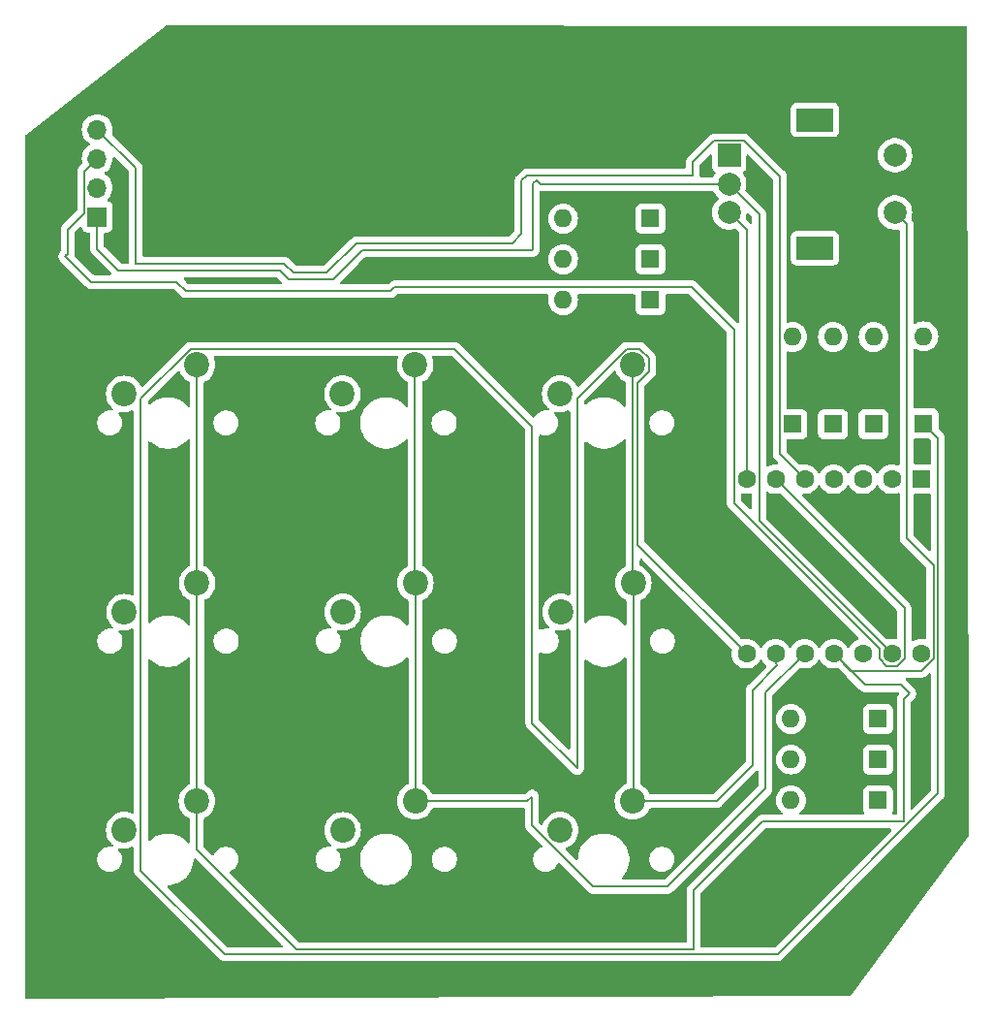
<source format=gbl>
%TF.GenerationSoftware,KiCad,Pcbnew,8.0.6*%
%TF.CreationDate,2024-10-21T20:49:49-03:00*%
%TF.ProjectId,HC Hackpad 1.2,48432048-6163-46b7-9061-6420312e322e,rev?*%
%TF.SameCoordinates,Original*%
%TF.FileFunction,Copper,L2,Bot*%
%TF.FilePolarity,Positive*%
%FSLAX46Y46*%
G04 Gerber Fmt 4.6, Leading zero omitted, Abs format (unit mm)*
G04 Created by KiCad (PCBNEW 8.0.6) date 2024-10-21 20:49:49*
%MOMM*%
%LPD*%
G01*
G04 APERTURE LIST*
%TA.AperFunction,ComponentPad*%
%ADD10C,2.200000*%
%TD*%
%TA.AperFunction,ComponentPad*%
%ADD11R,1.600000X1.600000*%
%TD*%
%TA.AperFunction,ComponentPad*%
%ADD12O,1.600000X1.600000*%
%TD*%
%TA.AperFunction,ComponentPad*%
%ADD13R,1.700000X1.700000*%
%TD*%
%TA.AperFunction,ComponentPad*%
%ADD14O,1.700000X1.700000*%
%TD*%
%TA.AperFunction,ComponentPad*%
%ADD15R,2.000000X2.000000*%
%TD*%
%TA.AperFunction,ComponentPad*%
%ADD16C,2.000000*%
%TD*%
%TA.AperFunction,ComponentPad*%
%ADD17R,3.200000X2.000000*%
%TD*%
%TA.AperFunction,ComponentPad*%
%ADD18C,1.600000*%
%TD*%
%TA.AperFunction,Conductor*%
%ADD19C,0.200000*%
%TD*%
G04 APERTURE END LIST*
D10*
%TO.P,S4,1,1*%
%TO.N,Column 0*%
X100240000Y-86520000D03*
%TO.P,S4,2,2*%
%TO.N,Net-(D4-A)*%
X93890000Y-89060000D03*
%TD*%
D11*
%TO.P,D3,1,K*%
%TO.N,Row 0*%
X139850000Y-54700000D03*
D12*
%TO.P,D3,2,A*%
%TO.N,Net-(D3-A)*%
X132230000Y-54700000D03*
%TD*%
D13*
%TO.P,J1,1,GND*%
%TO.N,Net-(J1-GND)*%
X91510000Y-54540000D03*
D14*
%TO.P,J1,2,VCC*%
%TO.N,Net-(J1-VCC)*%
X91510000Y-52000000D03*
%TO.P,J1,3,SCL*%
%TO.N,Net-(J1-SCL)*%
X91510000Y-49460000D03*
%TO.P,J1,4,SDA*%
%TO.N,Net-(J1-SDA)*%
X91510000Y-46920000D03*
%TD*%
D10*
%TO.P,S7,1,1*%
%TO.N,Column 0*%
X100220000Y-105560000D03*
%TO.P,S7,2,2*%
%TO.N,Net-(D7-A)*%
X93870000Y-108100000D03*
%TD*%
%TO.P,S6,1,1*%
%TO.N,Column 2*%
X138360000Y-86510000D03*
%TO.P,S6,2,2*%
%TO.N,Net-(D6-A)*%
X132010000Y-89050000D03*
%TD*%
%TO.P,S3,1,1*%
%TO.N,Column 2*%
X138330000Y-67460000D03*
%TO.P,S3,2,2*%
%TO.N,Net-(D3-A)*%
X131980000Y-70000000D03*
%TD*%
D11*
%TO.P,D9,1,K*%
%TO.N,Row 2*%
X159750000Y-98380000D03*
D12*
%TO.P,D9,2,A*%
%TO.N,Net-(D9-A)*%
X152130000Y-98380000D03*
%TD*%
D11*
%TO.P,D6,1,K*%
%TO.N,Row 1*%
X159360000Y-72640000D03*
D12*
%TO.P,D6,2,A*%
%TO.N,Net-(D6-A)*%
X159360000Y-65020000D03*
%TD*%
D11*
%TO.P,D7,1,K*%
%TO.N,Row 2*%
X159750000Y-105480000D03*
D12*
%TO.P,D7,2,A*%
%TO.N,Net-(D7-A)*%
X152130000Y-105480000D03*
%TD*%
D10*
%TO.P,S2,1,1*%
%TO.N,Column 1*%
X119290000Y-67460000D03*
%TO.P,S2,2,2*%
%TO.N,Net-(D2-A)*%
X112940000Y-70000000D03*
%TD*%
D11*
%TO.P,D5,1,K*%
%TO.N,Row 1*%
X155810000Y-72640000D03*
D12*
%TO.P,D5,2,A*%
%TO.N,Net-(D5-A)*%
X155810000Y-65020000D03*
%TD*%
D11*
%TO.P,D4,1,K*%
%TO.N,Row 1*%
X152260000Y-72640000D03*
D12*
%TO.P,D4,2,A*%
%TO.N,Net-(D4-A)*%
X152260000Y-65020000D03*
%TD*%
D10*
%TO.P,S8,1,1*%
%TO.N,Column 1*%
X119300000Y-105570000D03*
%TO.P,S8,2,2*%
%TO.N,Net-(D8-A)*%
X112950000Y-108110000D03*
%TD*%
D11*
%TO.P,D1,1,K*%
%TO.N,Row 0*%
X139850000Y-61800000D03*
D12*
%TO.P,D1,2,A*%
%TO.N,Net-(D1-A)*%
X132230000Y-61800000D03*
%TD*%
D10*
%TO.P,S1,1,1*%
%TO.N,Column 0*%
X100230000Y-67470000D03*
%TO.P,S1,2,2*%
%TO.N,Net-(D1-A)*%
X93880000Y-70010000D03*
%TD*%
%TO.P,S5,1,1*%
%TO.N,Column 1*%
X119310000Y-86510000D03*
%TO.P,S5,2,2*%
%TO.N,Net-(D5-A)*%
X112960000Y-89050000D03*
%TD*%
D15*
%TO.P,SW1,A,A*%
%TO.N,Net-(U1-PA02_A0_D0)*%
X146740000Y-49170000D03*
D16*
%TO.P,SW1,B,B*%
%TO.N,Net-(U1-PB08_A6_D6_TX)*%
X146740000Y-54170000D03*
%TO.P,SW1,C,C*%
%TO.N,Net-(J1-GND)*%
X146740000Y-51670000D03*
D17*
%TO.P,SW1,MP*%
%TO.N,N/C*%
X154240000Y-46070000D03*
X154240000Y-57270000D03*
D16*
%TO.P,SW1,S1,S1*%
%TO.N,Column 0*%
X161240000Y-54170000D03*
%TO.P,SW1,S2,S2*%
%TO.N,Net-(D10-A)*%
X161240000Y-49170000D03*
%TD*%
D10*
%TO.P,S9,1,1*%
%TO.N,Column 2*%
X138320000Y-105560000D03*
%TO.P,S9,2,2*%
%TO.N,Net-(D9-A)*%
X131970000Y-108100000D03*
%TD*%
D11*
%TO.P,D8,1,K*%
%TO.N,Row 2*%
X159750000Y-101930000D03*
D12*
%TO.P,D8,2,A*%
%TO.N,Net-(D8-A)*%
X152130000Y-101930000D03*
%TD*%
D11*
%TO.P,D2,1,K*%
%TO.N,Row 0*%
X139850000Y-58250000D03*
D12*
%TO.P,D2,2,A*%
%TO.N,Net-(D2-A)*%
X132230000Y-58250000D03*
%TD*%
D11*
%TO.P,U1,1,PA02_A0_D0*%
%TO.N,Net-(U1-PA02_A0_D0)*%
X163490000Y-77440000D03*
D18*
%TO.P,U1,2,PA4_A1_D1*%
%TO.N,Row 2*%
X160950000Y-77440000D03*
%TO.P,U1,3,PA10_A2_D2*%
%TO.N,Row 0*%
X158410000Y-77440000D03*
%TO.P,U1,4,PA11_A3_D3*%
%TO.N,Row 1*%
X155870000Y-77440000D03*
%TO.P,U1,5,PA8_A4_D4_SDA*%
%TO.N,Net-(J1-SDA)*%
X153330000Y-77440000D03*
%TO.P,U1,6,PA9_A5_D5_SCL*%
%TO.N,Net-(J1-SCL)*%
X150790000Y-77440000D03*
%TO.P,U1,7,PB08_A6_D6_TX*%
%TO.N,Net-(U1-PB08_A6_D6_TX)*%
X148250000Y-77440000D03*
%TO.P,U1,8,PB09_A7_D7_RX*%
%TO.N,Net-(D10-K)*%
X148250000Y-92680000D03*
%TO.P,U1,9,PA7_A8_D8_SCK*%
%TO.N,Column 2*%
X150790000Y-92680000D03*
%TO.P,U1,10,PA5_A9_D9_MISO*%
%TO.N,Column 1*%
X153330000Y-92680000D03*
%TO.P,U1,11,PA6_A10_D10_MOSI*%
%TO.N,Column 0*%
X155870000Y-92680000D03*
%TO.P,U1,12,3V3*%
%TO.N,unconnected-(U1-3V3-Pad12)*%
X158410000Y-92680000D03*
%TO.P,U1,13,GND*%
%TO.N,Net-(J1-GND)*%
X160950000Y-92680000D03*
%TO.P,U1,14,5V*%
%TO.N,Net-(J1-VCC)*%
X163490000Y-92680000D03*
%TD*%
D11*
%TO.P,D10,1,K*%
%TO.N,Net-(D10-K)*%
X163720000Y-72590000D03*
D12*
%TO.P,D10,2,A*%
%TO.N,Net-(D10-A)*%
X163720000Y-64970000D03*
%TD*%
D19*
%TO.N,Column 0*%
X162500000Y-96170000D02*
X161750000Y-95420000D01*
X164590000Y-84930000D02*
X164590000Y-93135635D01*
X143620000Y-113350000D02*
X149620000Y-107350000D01*
X143620000Y-118530000D02*
X143620000Y-113350000D01*
X100220000Y-109797056D02*
X108952944Y-118530000D01*
X149620000Y-107350000D02*
X161980000Y-107350000D01*
X161750000Y-95420000D02*
X158610000Y-95420000D01*
X163545635Y-94180000D02*
X157370000Y-94180000D01*
X100240000Y-86520000D02*
X100240000Y-105540000D01*
X162240000Y-82580000D02*
X164590000Y-84930000D01*
X100240000Y-105540000D02*
X100220000Y-105560000D01*
X161240000Y-54170000D02*
X162240000Y-55170000D01*
X157370000Y-94180000D02*
X155870000Y-92680000D01*
X164590000Y-93135635D02*
X163545635Y-94180000D01*
X100230000Y-86510000D02*
X100240000Y-86520000D01*
X108952944Y-118530000D02*
X143620000Y-118530000D01*
X161980000Y-107350000D02*
X161980000Y-96690000D01*
X161980000Y-96690000D02*
X162500000Y-96170000D01*
X162240000Y-55170000D02*
X162240000Y-82580000D01*
X100220000Y-105560000D02*
X100220000Y-109797056D01*
X158610000Y-95420000D02*
X155870000Y-92680000D01*
X100230000Y-67470000D02*
X100230000Y-86510000D01*
%TO.N,Column 1*%
X141337843Y-113032157D02*
X149910000Y-104460000D01*
X129500000Y-105170000D02*
X129500000Y-107683402D01*
X134848755Y-113032157D02*
X141337843Y-113032157D01*
X149910000Y-104460000D02*
X149910000Y-96100000D01*
X129100000Y-105570000D02*
X129500000Y-105170000D01*
X119300000Y-105570000D02*
X129100000Y-105570000D01*
X149910000Y-96100000D02*
X153330000Y-92680000D01*
X119310000Y-105560000D02*
X119300000Y-105570000D01*
X119310000Y-86510000D02*
X119310000Y-105560000D01*
X119290000Y-86490000D02*
X119310000Y-86510000D01*
X129500000Y-107683402D02*
X134848755Y-113032157D01*
X119290000Y-67460000D02*
X119290000Y-86490000D01*
%TO.N,Column 2*%
X138360000Y-86510000D02*
X138360000Y-105520000D01*
X138330000Y-86480000D02*
X138360000Y-86510000D01*
X138330000Y-67460000D02*
X138330000Y-86480000D01*
X138320000Y-105560000D02*
X145630000Y-105560000D01*
X148800000Y-95870000D02*
X150950000Y-93720000D01*
X148800000Y-102390000D02*
X148800000Y-95870000D01*
X145630000Y-105560000D02*
X148800000Y-102390000D01*
X138360000Y-105520000D02*
X138320000Y-105560000D01*
X150950000Y-93720000D02*
X150790000Y-93560000D01*
X150790000Y-93560000D02*
X150790000Y-92680000D01*
%TO.N,Net-(D10-K)*%
X129510000Y-98729899D02*
X133440000Y-102659899D01*
X138909899Y-66060000D02*
X139730000Y-66880101D01*
X138730000Y-83160000D02*
X148250000Y-92680000D01*
X129510000Y-72840000D02*
X129510000Y-98729899D01*
X139730000Y-68039899D02*
X138730000Y-69039899D01*
X139730000Y-66880101D02*
X139730000Y-68039899D01*
X164990000Y-104905685D02*
X150965685Y-118930000D01*
X164990000Y-73860000D02*
X164990000Y-104905685D01*
X95330000Y-111613402D02*
X95330000Y-70390101D01*
X99660101Y-66060000D02*
X122730000Y-66060000D01*
X163720000Y-72590000D02*
X164990000Y-73860000D01*
X133440000Y-70370101D02*
X137750101Y-66060000D01*
X95330000Y-70390101D02*
X99660101Y-66060000D01*
X137750101Y-66060000D02*
X138909899Y-66060000D01*
X150965685Y-118930000D02*
X102646598Y-118930000D01*
X102646598Y-118930000D02*
X95330000Y-111613402D01*
X122730000Y-66060000D02*
X129510000Y-72840000D01*
X138730000Y-69039899D02*
X138730000Y-83160000D01*
X133440000Y-102659899D02*
X133440000Y-70370101D01*
%TO.N,Net-(J1-SCL)*%
X162050000Y-88700000D02*
X150790000Y-77440000D01*
X90960000Y-60230000D02*
X98450000Y-60230000D01*
X160494365Y-93780000D02*
X161405635Y-93780000D01*
X147150000Y-64370000D02*
X147150000Y-79524365D01*
X143480000Y-60700000D02*
X147150000Y-64370000D01*
X88930000Y-57780000D02*
X88720000Y-57990000D01*
X99240000Y-61020000D02*
X117160000Y-61020000D01*
X162050000Y-93135635D02*
X162050000Y-88700000D01*
X161405635Y-93780000D02*
X162050000Y-93135635D01*
X147150000Y-79524365D02*
X159850000Y-92224365D01*
X159850000Y-93135635D02*
X160494365Y-93780000D01*
X88930000Y-55650000D02*
X88930000Y-57780000D01*
X117480000Y-60700000D02*
X143480000Y-60700000D01*
X88720000Y-57990000D02*
X90960000Y-60230000D01*
X91510000Y-49460000D02*
X90360000Y-50610000D01*
X90360000Y-54220000D02*
X88930000Y-55650000D01*
X98450000Y-60230000D02*
X99240000Y-61020000D01*
X159850000Y-92224365D02*
X159850000Y-93135635D01*
X117160000Y-61020000D02*
X117480000Y-60700000D01*
X90360000Y-50610000D02*
X90360000Y-54220000D01*
%TO.N,Net-(J1-SDA)*%
X107820000Y-58610000D02*
X108650000Y-59440000D01*
X108650000Y-59440000D02*
X111580000Y-59440000D01*
X127770000Y-56860000D02*
X128590000Y-56040000D01*
X151160000Y-75270000D02*
X153330000Y-77440000D01*
X143530000Y-50930000D02*
X143530000Y-49780000D01*
X143520000Y-50920000D02*
X143530000Y-50930000D01*
X145440000Y-47870000D02*
X148040000Y-47870000D01*
X129060000Y-50920000D02*
X143520000Y-50920000D01*
X143530000Y-49780000D02*
X145440000Y-47870000D01*
X111580000Y-59440000D02*
X114160000Y-56860000D01*
X151160000Y-50990000D02*
X151160000Y-75270000D01*
X114160000Y-56860000D02*
X127770000Y-56860000D01*
X94870000Y-58610000D02*
X107820000Y-58610000D01*
X128590000Y-56040000D02*
X128590000Y-51390000D01*
X94870000Y-50280000D02*
X94870000Y-58610000D01*
X148040000Y-47870000D02*
X151160000Y-50990000D01*
X91510000Y-46920000D02*
X94870000Y-50280000D01*
X128590000Y-51390000D02*
X129060000Y-50920000D01*
%TO.N,Net-(J1-GND)*%
X129880000Y-51320000D02*
X130230000Y-51670000D01*
X130230000Y-51670000D02*
X146740000Y-51670000D01*
X91510000Y-54540000D02*
X91510000Y-57370000D01*
X149350000Y-81080000D02*
X160950000Y-92680000D01*
X114650000Y-57460000D02*
X129490000Y-57460000D01*
X129570000Y-51630000D02*
X129880000Y-51320000D01*
X91510000Y-57370000D02*
X93360000Y-59220000D01*
X112100000Y-60010000D02*
X114650000Y-57460000D01*
X146740000Y-51670000D02*
X149350000Y-54280000D01*
X149350000Y-54280000D02*
X149350000Y-81080000D01*
X93360000Y-59220000D02*
X107480000Y-59220000D01*
X108270000Y-60010000D02*
X112100000Y-60010000D01*
X129490000Y-57460000D02*
X129570000Y-57380000D01*
X107480000Y-59220000D02*
X108270000Y-60010000D01*
X129570000Y-57380000D02*
X129570000Y-51630000D01*
%TO.N,Net-(U1-PB08_A6_D6_TX)*%
X146740000Y-54170000D02*
X148250000Y-55680000D01*
X148250000Y-55680000D02*
X148250000Y-77440000D01*
%TD*%
%TA.AperFunction,NonConductor*%
G36*
X167426743Y-37879969D02*
G01*
X167493763Y-37899711D01*
X167539473Y-37952553D01*
X167550635Y-38003743D01*
X167679125Y-108504911D01*
X167659562Y-108571986D01*
X167654922Y-108578734D01*
X157373688Y-122520047D01*
X157318056Y-122562318D01*
X157274265Y-122570449D01*
X85304874Y-122787611D01*
X85237776Y-122768129D01*
X85191862Y-122715464D01*
X85180500Y-122663612D01*
X85180500Y-58069054D01*
X88119498Y-58069054D01*
X88135690Y-58129481D01*
X88160423Y-58221785D01*
X88239481Y-58358716D01*
X88239483Y-58358718D01*
X90475139Y-60594374D01*
X90475149Y-60594385D01*
X90479479Y-60598715D01*
X90479480Y-60598716D01*
X90591284Y-60710520D01*
X90591286Y-60710521D01*
X90591290Y-60710524D01*
X90728209Y-60789573D01*
X90728216Y-60789577D01*
X90840019Y-60819534D01*
X90880942Y-60830500D01*
X90880943Y-60830500D01*
X98149903Y-60830500D01*
X98216942Y-60850185D01*
X98237583Y-60866818D01*
X98871284Y-61500520D01*
X98871286Y-61500521D01*
X98871290Y-61500524D01*
X98997347Y-61573302D01*
X99008216Y-61579577D01*
X99160943Y-61620501D01*
X99160945Y-61620501D01*
X99326654Y-61620501D01*
X99326670Y-61620500D01*
X117073331Y-61620500D01*
X117073347Y-61620501D01*
X117080943Y-61620501D01*
X117239054Y-61620501D01*
X117239057Y-61620501D01*
X117391785Y-61579577D01*
X117441904Y-61550639D01*
X117528716Y-61500520D01*
X117640520Y-61388716D01*
X117640520Y-61388714D01*
X117650728Y-61378507D01*
X117650732Y-61378502D01*
X117692419Y-61336817D01*
X117753743Y-61303333D01*
X117780098Y-61300500D01*
X130855863Y-61300500D01*
X130922902Y-61320185D01*
X130968657Y-61372989D01*
X130978601Y-61442147D01*
X130975638Y-61456593D01*
X130944366Y-61573302D01*
X130944364Y-61573313D01*
X130924532Y-61799998D01*
X130924532Y-61800001D01*
X130944364Y-62026686D01*
X130944366Y-62026697D01*
X131003258Y-62246488D01*
X131003261Y-62246497D01*
X131099431Y-62452732D01*
X131099432Y-62452734D01*
X131229954Y-62639141D01*
X131390858Y-62800045D01*
X131390861Y-62800047D01*
X131577266Y-62930568D01*
X131783504Y-63026739D01*
X132003308Y-63085635D01*
X132165230Y-63099801D01*
X132229998Y-63105468D01*
X132230000Y-63105468D01*
X132230002Y-63105468D01*
X132286807Y-63100498D01*
X132456692Y-63085635D01*
X132676496Y-63026739D01*
X132882734Y-62930568D01*
X133069139Y-62800047D01*
X133230047Y-62639139D01*
X133360568Y-62452734D01*
X133456739Y-62246496D01*
X133515635Y-62026692D01*
X133535468Y-61800000D01*
X133515635Y-61573308D01*
X133496132Y-61500520D01*
X133484362Y-61456593D01*
X133486025Y-61386743D01*
X133525188Y-61328881D01*
X133589417Y-61301377D01*
X133604137Y-61300500D01*
X138425500Y-61300500D01*
X138492539Y-61320185D01*
X138538294Y-61372989D01*
X138549500Y-61424500D01*
X138549500Y-62647870D01*
X138549501Y-62647876D01*
X138555908Y-62707483D01*
X138606202Y-62842328D01*
X138606206Y-62842335D01*
X138692452Y-62957544D01*
X138692455Y-62957547D01*
X138807664Y-63043793D01*
X138807671Y-63043797D01*
X138942517Y-63094091D01*
X138942516Y-63094091D01*
X138949444Y-63094835D01*
X139002127Y-63100500D01*
X140697872Y-63100499D01*
X140757483Y-63094091D01*
X140892331Y-63043796D01*
X141007546Y-62957546D01*
X141093796Y-62842331D01*
X141144091Y-62707483D01*
X141150500Y-62647873D01*
X141150499Y-61424499D01*
X141170184Y-61357461D01*
X141222987Y-61311706D01*
X141274499Y-61300500D01*
X143179903Y-61300500D01*
X143246942Y-61320185D01*
X143267584Y-61336819D01*
X146513181Y-64582416D01*
X146546666Y-64643739D01*
X146549500Y-64670097D01*
X146549500Y-79437695D01*
X146549499Y-79437713D01*
X146549499Y-79603419D01*
X146549498Y-79603419D01*
X146590423Y-79756150D01*
X146619358Y-79806265D01*
X146619359Y-79806269D01*
X146619360Y-79806269D01*
X146669479Y-79893079D01*
X146669481Y-79893082D01*
X146788349Y-80011950D01*
X146788355Y-80011955D01*
X158021547Y-91245147D01*
X158055032Y-91306470D01*
X158050048Y-91376162D01*
X158008176Y-91432095D01*
X157968561Y-91451341D01*
X157968587Y-91451411D01*
X157967914Y-91451655D01*
X157965971Y-91452600D01*
X157963503Y-91453261D01*
X157757267Y-91549431D01*
X157757265Y-91549432D01*
X157570858Y-91679954D01*
X157409954Y-91840858D01*
X157279432Y-92027265D01*
X157279431Y-92027267D01*
X157252382Y-92085275D01*
X157206209Y-92137714D01*
X157139016Y-92156866D01*
X157072135Y-92136650D01*
X157027618Y-92085275D01*
X157000568Y-92027266D01*
X156870047Y-91840861D01*
X156870045Y-91840858D01*
X156709141Y-91679954D01*
X156522734Y-91549432D01*
X156522732Y-91549431D01*
X156316497Y-91453261D01*
X156316488Y-91453258D01*
X156096697Y-91394366D01*
X156096693Y-91394365D01*
X156096692Y-91394365D01*
X156096691Y-91394364D01*
X156096686Y-91394364D01*
X155870002Y-91374532D01*
X155869998Y-91374532D01*
X155643313Y-91394364D01*
X155643302Y-91394366D01*
X155423511Y-91453258D01*
X155423502Y-91453261D01*
X155217267Y-91549431D01*
X155217265Y-91549432D01*
X155030858Y-91679954D01*
X154869954Y-91840858D01*
X154739432Y-92027265D01*
X154739431Y-92027267D01*
X154712382Y-92085275D01*
X154666209Y-92137714D01*
X154599016Y-92156866D01*
X154532135Y-92136650D01*
X154487618Y-92085275D01*
X154460568Y-92027266D01*
X154330047Y-91840861D01*
X154330045Y-91840858D01*
X154169141Y-91679954D01*
X153982734Y-91549432D01*
X153982732Y-91549431D01*
X153776497Y-91453261D01*
X153776488Y-91453258D01*
X153556697Y-91394366D01*
X153556693Y-91394365D01*
X153556692Y-91394365D01*
X153556691Y-91394364D01*
X153556686Y-91394364D01*
X153330002Y-91374532D01*
X153329998Y-91374532D01*
X153103313Y-91394364D01*
X153103302Y-91394366D01*
X152883511Y-91453258D01*
X152883502Y-91453261D01*
X152677267Y-91549431D01*
X152677265Y-91549432D01*
X152490858Y-91679954D01*
X152329954Y-91840858D01*
X152199432Y-92027265D01*
X152199431Y-92027267D01*
X152172382Y-92085275D01*
X152126209Y-92137714D01*
X152059016Y-92156866D01*
X151992135Y-92136650D01*
X151947618Y-92085275D01*
X151920568Y-92027266D01*
X151790047Y-91840861D01*
X151790045Y-91840858D01*
X151629141Y-91679954D01*
X151442734Y-91549432D01*
X151442732Y-91549431D01*
X151236497Y-91453261D01*
X151236488Y-91453258D01*
X151016697Y-91394366D01*
X151016693Y-91394365D01*
X151016692Y-91394365D01*
X151016691Y-91394364D01*
X151016686Y-91394364D01*
X150790002Y-91374532D01*
X150789998Y-91374532D01*
X150563313Y-91394364D01*
X150563302Y-91394366D01*
X150343511Y-91453258D01*
X150343502Y-91453261D01*
X150137267Y-91549431D01*
X150137265Y-91549432D01*
X149950858Y-91679954D01*
X149789954Y-91840858D01*
X149659432Y-92027265D01*
X149659431Y-92027267D01*
X149632382Y-92085275D01*
X149586209Y-92137714D01*
X149519016Y-92156866D01*
X149452135Y-92136650D01*
X149407618Y-92085275D01*
X149380568Y-92027266D01*
X149250047Y-91840861D01*
X149250045Y-91840858D01*
X149089141Y-91679954D01*
X148902734Y-91549432D01*
X148902732Y-91549431D01*
X148696497Y-91453261D01*
X148696488Y-91453258D01*
X148476697Y-91394366D01*
X148476693Y-91394365D01*
X148476692Y-91394365D01*
X148476691Y-91394364D01*
X148476686Y-91394364D01*
X148250002Y-91374532D01*
X148249998Y-91374532D01*
X148023313Y-91394364D01*
X148023302Y-91394366D01*
X147927067Y-91420152D01*
X147857217Y-91418489D01*
X147807293Y-91388058D01*
X139366819Y-82947584D01*
X139333334Y-82886261D01*
X139330500Y-82859903D01*
X139330500Y-72453389D01*
X139769500Y-72453389D01*
X139769500Y-72626611D01*
X139796598Y-72797701D01*
X139850127Y-72962445D01*
X139928768Y-73116788D01*
X140030586Y-73256928D01*
X140153072Y-73379414D01*
X140293212Y-73481232D01*
X140447555Y-73559873D01*
X140612299Y-73613402D01*
X140783389Y-73640500D01*
X140783390Y-73640500D01*
X140956610Y-73640500D01*
X140956611Y-73640500D01*
X141127701Y-73613402D01*
X141292445Y-73559873D01*
X141446788Y-73481232D01*
X141586928Y-73379414D01*
X141709414Y-73256928D01*
X141811232Y-73116788D01*
X141889873Y-72962445D01*
X141943402Y-72797701D01*
X141970500Y-72626611D01*
X141970500Y-72453389D01*
X141943402Y-72282299D01*
X141889873Y-72117555D01*
X141811232Y-71963212D01*
X141709414Y-71823072D01*
X141586928Y-71700586D01*
X141446788Y-71598768D01*
X141292445Y-71520127D01*
X141127701Y-71466598D01*
X141127699Y-71466597D01*
X141127698Y-71466597D01*
X140996271Y-71445781D01*
X140956611Y-71439500D01*
X140783389Y-71439500D01*
X140743728Y-71445781D01*
X140612302Y-71466597D01*
X140447552Y-71520128D01*
X140293211Y-71598768D01*
X140231128Y-71643875D01*
X140153072Y-71700586D01*
X140153070Y-71700588D01*
X140153069Y-71700588D01*
X140030588Y-71823069D01*
X140030588Y-71823070D01*
X140030586Y-71823072D01*
X140023323Y-71833069D01*
X139928768Y-71963211D01*
X139850128Y-72117552D01*
X139796597Y-72282302D01*
X139779146Y-72392486D01*
X139769500Y-72453389D01*
X139330500Y-72453389D01*
X139330500Y-69339996D01*
X139350185Y-69272957D01*
X139366819Y-69252315D01*
X139754358Y-68864776D01*
X140210520Y-68408615D01*
X140289577Y-68271683D01*
X140330501Y-68118956D01*
X140330501Y-67960841D01*
X140330501Y-67953246D01*
X140330500Y-67953228D01*
X140330500Y-66969160D01*
X140330501Y-66969147D01*
X140330501Y-66801046D01*
X140330501Y-66801044D01*
X140289577Y-66648316D01*
X140260639Y-66598196D01*
X140210520Y-66511385D01*
X140098716Y-66399581D01*
X140098715Y-66399580D01*
X140094385Y-66395250D01*
X140094374Y-66395240D01*
X139397489Y-65698355D01*
X139397487Y-65698352D01*
X139278616Y-65579481D01*
X139278615Y-65579480D01*
X139191803Y-65529360D01*
X139191803Y-65529359D01*
X139191799Y-65529358D01*
X139141684Y-65500423D01*
X138988956Y-65459499D01*
X138830842Y-65459499D01*
X138823246Y-65459499D01*
X138823230Y-65459500D01*
X137829158Y-65459500D01*
X137671043Y-65459500D01*
X137518316Y-65500423D01*
X137518315Y-65500423D01*
X137518313Y-65500424D01*
X137518310Y-65500425D01*
X137468197Y-65529359D01*
X137468196Y-65529360D01*
X137424790Y-65554420D01*
X137381386Y-65579479D01*
X137381383Y-65579481D01*
X137269579Y-65691286D01*
X133623483Y-69337381D01*
X133562160Y-69370866D01*
X133492468Y-69365882D01*
X133436535Y-69324010D01*
X133421241Y-69297153D01*
X133410466Y-69271140D01*
X133278839Y-69056346D01*
X133278838Y-69056343D01*
X133204622Y-68969448D01*
X133115224Y-68864776D01*
X132988571Y-68756604D01*
X132923656Y-68701161D01*
X132923653Y-68701160D01*
X132708859Y-68569533D01*
X132476110Y-68473126D01*
X132231151Y-68414317D01*
X131980000Y-68394551D01*
X131728848Y-68414317D01*
X131483889Y-68473126D01*
X131251140Y-68569533D01*
X131036346Y-68701160D01*
X131036343Y-68701161D01*
X130844776Y-68864776D01*
X130681161Y-69056343D01*
X130681160Y-69056346D01*
X130549533Y-69271140D01*
X130453126Y-69503889D01*
X130394317Y-69748848D01*
X130374551Y-70000000D01*
X130394317Y-70251151D01*
X130453126Y-70496110D01*
X130549533Y-70728859D01*
X130681160Y-70943653D01*
X130681161Y-70943656D01*
X130733948Y-71005461D01*
X130844776Y-71135224D01*
X130958783Y-71232595D01*
X130996976Y-71291102D01*
X130997474Y-71360970D01*
X130960121Y-71420016D01*
X130896774Y-71449494D01*
X130858854Y-71449358D01*
X130796611Y-71439500D01*
X130623389Y-71439500D01*
X130583728Y-71445781D01*
X130452302Y-71466597D01*
X130287552Y-71520128D01*
X130133211Y-71598768D01*
X130071128Y-71643875D01*
X129993072Y-71700586D01*
X129993070Y-71700588D01*
X129993069Y-71700588D01*
X129870588Y-71823069D01*
X129870588Y-71823070D01*
X129870586Y-71823072D01*
X129863323Y-71833069D01*
X129768766Y-71963214D01*
X129749605Y-72000820D01*
X129701631Y-72051615D01*
X129633809Y-72068410D01*
X129567675Y-72045872D01*
X129551440Y-72032205D01*
X123217590Y-65698355D01*
X123217588Y-65698352D01*
X123098717Y-65579481D01*
X123098716Y-65579480D01*
X123011904Y-65529360D01*
X123011904Y-65529359D01*
X123011900Y-65529358D01*
X122961785Y-65500423D01*
X122809057Y-65459499D01*
X122650943Y-65459499D01*
X122643347Y-65459499D01*
X122643331Y-65459500D01*
X99746771Y-65459500D01*
X99746755Y-65459499D01*
X99739159Y-65459499D01*
X99581044Y-65459499D01*
X99504680Y-65479961D01*
X99428315Y-65500423D01*
X99428310Y-65500426D01*
X99291391Y-65579475D01*
X99291383Y-65579481D01*
X95523483Y-69347381D01*
X95462160Y-69380866D01*
X95392468Y-69375882D01*
X95336535Y-69334010D01*
X95321241Y-69307153D01*
X95310466Y-69281140D01*
X95178839Y-69066346D01*
X95178838Y-69066343D01*
X95141016Y-69022059D01*
X95015224Y-68874776D01*
X94879476Y-68758836D01*
X94823656Y-68711161D01*
X94823653Y-68711160D01*
X94608859Y-68579533D01*
X94376110Y-68483126D01*
X94131151Y-68424317D01*
X93880000Y-68404551D01*
X93628848Y-68424317D01*
X93383889Y-68483126D01*
X93151140Y-68579533D01*
X92936346Y-68711160D01*
X92936343Y-68711161D01*
X92744776Y-68874776D01*
X92581161Y-69066343D01*
X92581160Y-69066346D01*
X92449533Y-69281140D01*
X92353126Y-69513889D01*
X92294317Y-69758848D01*
X92274551Y-70010000D01*
X92294317Y-70261151D01*
X92353126Y-70506110D01*
X92449533Y-70738859D01*
X92581160Y-70953653D01*
X92581161Y-70953656D01*
X92581164Y-70953659D01*
X92744776Y-71145224D01*
X92858783Y-71242595D01*
X92896976Y-71301102D01*
X92897474Y-71370970D01*
X92860121Y-71430016D01*
X92796774Y-71459494D01*
X92758854Y-71459358D01*
X92696611Y-71449500D01*
X92523389Y-71449500D01*
X92483728Y-71455781D01*
X92352302Y-71476597D01*
X92187552Y-71530128D01*
X92033211Y-71608768D01*
X91953256Y-71666859D01*
X91893072Y-71710586D01*
X91893070Y-71710588D01*
X91893069Y-71710588D01*
X91770588Y-71833069D01*
X91770588Y-71833070D01*
X91770586Y-71833072D01*
X91726859Y-71893256D01*
X91668768Y-71973211D01*
X91590128Y-72127552D01*
X91536597Y-72292302D01*
X91509500Y-72463389D01*
X91509500Y-72636610D01*
X91535013Y-72797697D01*
X91536598Y-72807701D01*
X91590127Y-72972445D01*
X91668768Y-73126788D01*
X91770586Y-73266928D01*
X91893072Y-73389414D01*
X92033212Y-73491232D01*
X92187555Y-73569873D01*
X92352299Y-73623402D01*
X92523389Y-73650500D01*
X92523390Y-73650500D01*
X92696610Y-73650500D01*
X92696611Y-73650500D01*
X92867701Y-73623402D01*
X93032445Y-73569873D01*
X93186788Y-73491232D01*
X93326928Y-73389414D01*
X93449414Y-73266928D01*
X93551232Y-73126788D01*
X93629873Y-72972445D01*
X93683402Y-72807701D01*
X93710500Y-72636611D01*
X93710500Y-72463389D01*
X93683402Y-72292299D01*
X93629873Y-72127555D01*
X93551232Y-71973212D01*
X93449414Y-71833072D01*
X93391232Y-71774890D01*
X93357747Y-71713567D01*
X93362731Y-71643875D01*
X93404603Y-71587942D01*
X93470067Y-71563525D01*
X93507856Y-71566634D01*
X93628852Y-71595683D01*
X93880000Y-71615449D01*
X94131148Y-71595683D01*
X94376111Y-71536873D01*
X94558047Y-71461513D01*
X94627517Y-71454044D01*
X94689996Y-71485319D01*
X94725648Y-71545408D01*
X94729500Y-71576074D01*
X94729500Y-87489783D01*
X94709815Y-87556822D01*
X94657011Y-87602577D01*
X94587853Y-87612521D01*
X94558048Y-87604344D01*
X94386113Y-87533127D01*
X94141151Y-87474317D01*
X93890000Y-87454551D01*
X93638848Y-87474317D01*
X93393889Y-87533126D01*
X93161140Y-87629533D01*
X92946346Y-87761160D01*
X92946343Y-87761161D01*
X92754776Y-87924776D01*
X92591161Y-88116343D01*
X92591160Y-88116346D01*
X92459533Y-88331140D01*
X92363126Y-88563889D01*
X92304317Y-88808848D01*
X92284551Y-89060000D01*
X92304317Y-89311151D01*
X92363126Y-89556110D01*
X92459533Y-89788859D01*
X92591160Y-90003653D01*
X92591161Y-90003656D01*
X92635407Y-90055461D01*
X92754776Y-90195224D01*
X92868783Y-90292595D01*
X92906976Y-90351102D01*
X92907474Y-90420970D01*
X92870121Y-90480016D01*
X92806774Y-90509494D01*
X92768854Y-90509358D01*
X92706611Y-90499500D01*
X92533389Y-90499500D01*
X92515534Y-90502328D01*
X92362302Y-90526597D01*
X92197552Y-90580128D01*
X92043211Y-90658768D01*
X91963256Y-90716859D01*
X91903072Y-90760586D01*
X91903070Y-90760588D01*
X91903069Y-90760588D01*
X91780588Y-90883069D01*
X91780588Y-90883070D01*
X91780586Y-90883072D01*
X91736859Y-90943256D01*
X91678768Y-91023211D01*
X91600128Y-91177552D01*
X91546597Y-91342302D01*
X91519500Y-91513389D01*
X91519500Y-91686610D01*
X91545013Y-91847697D01*
X91546598Y-91857701D01*
X91600127Y-92022445D01*
X91678768Y-92176788D01*
X91780586Y-92316928D01*
X91903072Y-92439414D01*
X92043212Y-92541232D01*
X92197555Y-92619873D01*
X92362299Y-92673402D01*
X92533389Y-92700500D01*
X92533390Y-92700500D01*
X92706610Y-92700500D01*
X92706611Y-92700500D01*
X92877701Y-92673402D01*
X93042445Y-92619873D01*
X93196788Y-92541232D01*
X93336928Y-92439414D01*
X93459414Y-92316928D01*
X93561232Y-92176788D01*
X93639873Y-92022445D01*
X93693402Y-91857701D01*
X93720500Y-91686611D01*
X93720500Y-91513389D01*
X93693402Y-91342299D01*
X93639873Y-91177555D01*
X93561232Y-91023212D01*
X93459414Y-90883072D01*
X93401232Y-90824890D01*
X93367747Y-90763567D01*
X93372731Y-90693875D01*
X93414603Y-90637942D01*
X93480067Y-90613525D01*
X93517856Y-90616634D01*
X93638852Y-90645683D01*
X93890000Y-90665449D01*
X94141148Y-90645683D01*
X94386111Y-90586873D01*
X94558047Y-90515654D01*
X94627517Y-90508186D01*
X94689996Y-90539461D01*
X94725648Y-90599550D01*
X94729500Y-90630216D01*
X94729500Y-106538067D01*
X94709815Y-106605106D01*
X94657011Y-106650861D01*
X94587853Y-106660805D01*
X94558048Y-106652628D01*
X94366113Y-106573127D01*
X94121151Y-106514317D01*
X93870000Y-106494551D01*
X93618848Y-106514317D01*
X93373889Y-106573126D01*
X93141140Y-106669533D01*
X92926346Y-106801160D01*
X92926343Y-106801161D01*
X92734776Y-106964776D01*
X92571161Y-107156343D01*
X92571160Y-107156346D01*
X92439533Y-107371140D01*
X92343126Y-107603889D01*
X92284317Y-107848848D01*
X92264551Y-108100000D01*
X92284317Y-108351151D01*
X92343126Y-108596110D01*
X92439533Y-108828859D01*
X92571160Y-109043653D01*
X92571161Y-109043656D01*
X92623948Y-109105461D01*
X92734776Y-109235224D01*
X92848783Y-109332595D01*
X92886976Y-109391102D01*
X92887474Y-109460970D01*
X92850121Y-109520016D01*
X92786774Y-109549494D01*
X92748854Y-109549358D01*
X92686611Y-109539500D01*
X92513389Y-109539500D01*
X92473728Y-109545781D01*
X92342302Y-109566597D01*
X92177552Y-109620128D01*
X92023211Y-109698768D01*
X91961128Y-109743875D01*
X91883072Y-109800586D01*
X91883070Y-109800588D01*
X91883069Y-109800588D01*
X91760588Y-109923069D01*
X91760588Y-109923070D01*
X91760586Y-109923072D01*
X91753323Y-109933069D01*
X91658768Y-110063211D01*
X91580128Y-110217552D01*
X91526597Y-110382302D01*
X91499500Y-110553389D01*
X91499500Y-110726610D01*
X91510727Y-110797499D01*
X91526598Y-110897701D01*
X91580127Y-111062445D01*
X91658768Y-111216788D01*
X91760586Y-111356928D01*
X91883072Y-111479414D01*
X92023212Y-111581232D01*
X92177555Y-111659873D01*
X92342299Y-111713402D01*
X92513389Y-111740500D01*
X92513390Y-111740500D01*
X92686610Y-111740500D01*
X92686611Y-111740500D01*
X92857701Y-111713402D01*
X93022445Y-111659873D01*
X93176788Y-111581232D01*
X93316928Y-111479414D01*
X93439414Y-111356928D01*
X93541232Y-111216788D01*
X93619873Y-111062445D01*
X93673402Y-110897701D01*
X93700500Y-110726611D01*
X93700500Y-110553389D01*
X93673402Y-110382299D01*
X93619873Y-110217555D01*
X93541232Y-110063212D01*
X93439414Y-109923072D01*
X93381232Y-109864890D01*
X93347747Y-109803567D01*
X93352731Y-109733875D01*
X93394603Y-109677942D01*
X93460067Y-109653525D01*
X93497856Y-109656634D01*
X93618852Y-109685683D01*
X93870000Y-109705449D01*
X94121148Y-109685683D01*
X94366111Y-109626873D01*
X94552907Y-109549500D01*
X94558047Y-109547371D01*
X94627517Y-109539902D01*
X94689996Y-109571177D01*
X94725648Y-109631266D01*
X94729500Y-109661932D01*
X94729500Y-111526732D01*
X94729499Y-111526750D01*
X94729499Y-111692456D01*
X94729498Y-111692456D01*
X94770423Y-111845186D01*
X94770424Y-111845190D01*
X94798024Y-111892995D01*
X94798025Y-111892995D01*
X94849477Y-111982114D01*
X94849481Y-111982119D01*
X94968349Y-112100987D01*
X94968355Y-112100992D01*
X102161737Y-119294374D01*
X102161747Y-119294385D01*
X102166077Y-119298715D01*
X102166078Y-119298716D01*
X102277882Y-119410520D01*
X102364693Y-119460639D01*
X102364695Y-119460641D01*
X102402749Y-119482611D01*
X102414813Y-119489577D01*
X102567541Y-119530500D01*
X102725655Y-119530500D01*
X150879016Y-119530500D01*
X150879032Y-119530501D01*
X150886628Y-119530501D01*
X151044739Y-119530501D01*
X151044742Y-119530501D01*
X151197470Y-119489577D01*
X151247589Y-119460639D01*
X151334401Y-119410520D01*
X151446205Y-119298716D01*
X151446205Y-119298714D01*
X151456413Y-119288507D01*
X151456415Y-119288504D01*
X165348506Y-105396413D01*
X165348511Y-105396409D01*
X165358714Y-105386205D01*
X165358716Y-105386205D01*
X165470520Y-105274401D01*
X165549577Y-105137469D01*
X165590500Y-104984742D01*
X165590500Y-73780943D01*
X165590499Y-73780941D01*
X165590499Y-73780937D01*
X165581552Y-73747546D01*
X165549577Y-73628215D01*
X165515893Y-73569873D01*
X165470520Y-73491284D01*
X165358716Y-73379480D01*
X165358715Y-73379479D01*
X165354385Y-73375149D01*
X165354374Y-73375139D01*
X165056818Y-73077583D01*
X165023333Y-73016260D01*
X165020499Y-72989902D01*
X165020499Y-71742129D01*
X165020498Y-71742123D01*
X165019465Y-71732517D01*
X165014091Y-71682517D01*
X164999678Y-71643875D01*
X164963797Y-71547671D01*
X164963793Y-71547664D01*
X164877547Y-71432455D01*
X164877544Y-71432452D01*
X164762335Y-71346206D01*
X164762328Y-71346202D01*
X164627482Y-71295908D01*
X164627483Y-71295908D01*
X164567883Y-71289501D01*
X164567881Y-71289500D01*
X164567873Y-71289500D01*
X164567865Y-71289500D01*
X162964500Y-71289500D01*
X162897461Y-71269815D01*
X162851706Y-71217011D01*
X162840500Y-71165500D01*
X162840500Y-66179986D01*
X162860185Y-66112947D01*
X162912989Y-66067192D01*
X162982147Y-66057248D01*
X163035621Y-66078410D01*
X163067266Y-66100568D01*
X163273504Y-66196739D01*
X163493308Y-66255635D01*
X163655230Y-66269801D01*
X163719998Y-66275468D01*
X163720000Y-66275468D01*
X163720002Y-66275468D01*
X163776673Y-66270509D01*
X163946692Y-66255635D01*
X164166496Y-66196739D01*
X164372734Y-66100568D01*
X164559139Y-65970047D01*
X164720047Y-65809139D01*
X164850568Y-65622734D01*
X164946739Y-65416496D01*
X165005635Y-65196692D01*
X165025468Y-64970000D01*
X165005635Y-64743308D01*
X164946739Y-64523504D01*
X164850568Y-64317266D01*
X164720047Y-64130861D01*
X164720045Y-64130858D01*
X164559141Y-63969954D01*
X164372734Y-63839432D01*
X164372732Y-63839431D01*
X164166497Y-63743261D01*
X164166488Y-63743258D01*
X163946697Y-63684366D01*
X163946693Y-63684365D01*
X163946692Y-63684365D01*
X163946691Y-63684364D01*
X163946686Y-63684364D01*
X163720002Y-63664532D01*
X163719998Y-63664532D01*
X163493313Y-63684364D01*
X163493302Y-63684366D01*
X163273511Y-63743258D01*
X163273502Y-63743261D01*
X163067267Y-63839431D01*
X163067261Y-63839435D01*
X163035621Y-63861589D01*
X162969415Y-63883916D01*
X162901648Y-63866904D01*
X162853836Y-63815955D01*
X162840500Y-63760013D01*
X162840500Y-55259060D01*
X162840501Y-55259047D01*
X162840501Y-55090944D01*
X162799576Y-54938214D01*
X162799573Y-54938209D01*
X162720524Y-54801290D01*
X162720518Y-54801282D01*
X162696517Y-54777281D01*
X162663032Y-54715958D01*
X162663992Y-54659159D01*
X162664061Y-54658884D01*
X162664063Y-54658881D01*
X162725108Y-54417821D01*
X162725109Y-54417812D01*
X162745643Y-54170005D01*
X162745643Y-54169994D01*
X162725109Y-53922187D01*
X162725107Y-53922175D01*
X162664063Y-53681118D01*
X162564173Y-53453393D01*
X162428166Y-53245217D01*
X162383953Y-53197189D01*
X162259744Y-53062262D01*
X162063509Y-52909526D01*
X162063507Y-52909525D01*
X162063506Y-52909524D01*
X161844811Y-52791172D01*
X161844802Y-52791169D01*
X161609616Y-52710429D01*
X161364335Y-52669500D01*
X161115665Y-52669500D01*
X160870383Y-52710429D01*
X160635197Y-52791169D01*
X160635188Y-52791172D01*
X160416493Y-52909524D01*
X160220257Y-53062261D01*
X160051833Y-53245217D01*
X159915826Y-53453393D01*
X159815936Y-53681118D01*
X159754892Y-53922175D01*
X159754890Y-53922187D01*
X159734357Y-54169994D01*
X159734357Y-54170005D01*
X159754890Y-54417812D01*
X159754892Y-54417824D01*
X159815936Y-54658881D01*
X159915826Y-54886606D01*
X160051833Y-55094782D01*
X160079297Y-55124616D01*
X160220256Y-55277738D01*
X160416491Y-55430474D01*
X160635190Y-55548828D01*
X160870386Y-55629571D01*
X161115665Y-55670500D01*
X161364335Y-55670500D01*
X161495091Y-55648681D01*
X161564456Y-55657063D01*
X161618278Y-55701616D01*
X161639468Y-55768195D01*
X161639500Y-55770990D01*
X161639500Y-76131935D01*
X161619815Y-76198974D01*
X161567011Y-76244729D01*
X161497853Y-76254673D01*
X161463095Y-76244317D01*
X161396496Y-76213261D01*
X161396492Y-76213260D01*
X161396488Y-76213258D01*
X161176697Y-76154366D01*
X161176693Y-76154365D01*
X161176692Y-76154365D01*
X161176691Y-76154364D01*
X161176686Y-76154364D01*
X160950002Y-76134532D01*
X160949998Y-76134532D01*
X160723313Y-76154364D01*
X160723302Y-76154366D01*
X160503511Y-76213258D01*
X160503502Y-76213261D01*
X160297267Y-76309431D01*
X160297265Y-76309432D01*
X160110858Y-76439954D01*
X159949954Y-76600858D01*
X159819432Y-76787265D01*
X159819431Y-76787267D01*
X159792382Y-76845275D01*
X159746209Y-76897714D01*
X159679016Y-76916866D01*
X159612135Y-76896650D01*
X159567618Y-76845275D01*
X159540568Y-76787267D01*
X159540567Y-76787265D01*
X159410045Y-76600858D01*
X159249141Y-76439954D01*
X159062734Y-76309432D01*
X159062732Y-76309431D01*
X158856497Y-76213261D01*
X158856488Y-76213258D01*
X158636697Y-76154366D01*
X158636693Y-76154365D01*
X158636692Y-76154365D01*
X158636691Y-76154364D01*
X158636686Y-76154364D01*
X158410002Y-76134532D01*
X158409998Y-76134532D01*
X158183313Y-76154364D01*
X158183302Y-76154366D01*
X157963511Y-76213258D01*
X157963502Y-76213261D01*
X157757267Y-76309431D01*
X157757265Y-76309432D01*
X157570858Y-76439954D01*
X157409954Y-76600858D01*
X157279432Y-76787265D01*
X157279431Y-76787267D01*
X157252382Y-76845275D01*
X157206209Y-76897714D01*
X157139016Y-76916866D01*
X157072135Y-76896650D01*
X157027618Y-76845275D01*
X157000568Y-76787267D01*
X157000567Y-76787265D01*
X156870045Y-76600858D01*
X156709141Y-76439954D01*
X156522734Y-76309432D01*
X156522732Y-76309431D01*
X156316497Y-76213261D01*
X156316488Y-76213258D01*
X156096697Y-76154366D01*
X156096693Y-76154365D01*
X156096692Y-76154365D01*
X156096691Y-76154364D01*
X156096686Y-76154364D01*
X155870002Y-76134532D01*
X155869998Y-76134532D01*
X155643313Y-76154364D01*
X155643302Y-76154366D01*
X155423511Y-76213258D01*
X155423502Y-76213261D01*
X155217267Y-76309431D01*
X155217265Y-76309432D01*
X155030858Y-76439954D01*
X154869954Y-76600858D01*
X154739432Y-76787265D01*
X154739431Y-76787267D01*
X154712382Y-76845275D01*
X154666209Y-76897714D01*
X154599016Y-76916866D01*
X154532135Y-76896650D01*
X154487618Y-76845275D01*
X154460568Y-76787267D01*
X154460567Y-76787265D01*
X154330045Y-76600858D01*
X154169141Y-76439954D01*
X153982734Y-76309432D01*
X153982732Y-76309431D01*
X153776497Y-76213261D01*
X153776488Y-76213258D01*
X153556697Y-76154366D01*
X153556693Y-76154365D01*
X153556692Y-76154365D01*
X153556691Y-76154364D01*
X153556686Y-76154364D01*
X153330002Y-76134532D01*
X153329998Y-76134532D01*
X153103313Y-76154364D01*
X153103302Y-76154366D01*
X153007067Y-76180152D01*
X152937217Y-76178489D01*
X152887293Y-76148058D01*
X151796819Y-75057584D01*
X151763334Y-74996261D01*
X151760500Y-74969903D01*
X151760500Y-74064499D01*
X151780185Y-73997460D01*
X151832989Y-73951705D01*
X151884500Y-73940499D01*
X153107871Y-73940499D01*
X153107872Y-73940499D01*
X153167483Y-73934091D01*
X153302331Y-73883796D01*
X153417546Y-73797546D01*
X153503796Y-73682331D01*
X153554091Y-73547483D01*
X153560500Y-73487873D01*
X153560499Y-71792135D01*
X154509500Y-71792135D01*
X154509500Y-73487870D01*
X154509501Y-73487876D01*
X154515908Y-73547483D01*
X154566202Y-73682328D01*
X154566206Y-73682335D01*
X154652452Y-73797544D01*
X154652455Y-73797547D01*
X154767664Y-73883793D01*
X154767671Y-73883797D01*
X154902517Y-73934091D01*
X154902516Y-73934091D01*
X154909444Y-73934835D01*
X154962127Y-73940500D01*
X156657872Y-73940499D01*
X156717483Y-73934091D01*
X156852331Y-73883796D01*
X156967546Y-73797546D01*
X157053796Y-73682331D01*
X157104091Y-73547483D01*
X157110500Y-73487873D01*
X157110499Y-71792135D01*
X158059500Y-71792135D01*
X158059500Y-73487870D01*
X158059501Y-73487876D01*
X158065908Y-73547483D01*
X158116202Y-73682328D01*
X158116206Y-73682335D01*
X158202452Y-73797544D01*
X158202455Y-73797547D01*
X158317664Y-73883793D01*
X158317671Y-73883797D01*
X158452517Y-73934091D01*
X158452516Y-73934091D01*
X158459444Y-73934835D01*
X158512127Y-73940500D01*
X160207872Y-73940499D01*
X160267483Y-73934091D01*
X160402331Y-73883796D01*
X160517546Y-73797546D01*
X160603796Y-73682331D01*
X160654091Y-73547483D01*
X160660500Y-73487873D01*
X160660499Y-71792128D01*
X160654091Y-71732517D01*
X160645911Y-71710586D01*
X160603797Y-71597671D01*
X160603793Y-71597664D01*
X160517547Y-71482455D01*
X160517544Y-71482452D01*
X160402335Y-71396206D01*
X160402328Y-71396202D01*
X160267482Y-71345908D01*
X160267483Y-71345908D01*
X160207883Y-71339501D01*
X160207881Y-71339500D01*
X160207873Y-71339500D01*
X160207864Y-71339500D01*
X158512129Y-71339500D01*
X158512123Y-71339501D01*
X158452516Y-71345908D01*
X158317671Y-71396202D01*
X158317664Y-71396206D01*
X158202455Y-71482452D01*
X158202452Y-71482455D01*
X158116206Y-71597664D01*
X158116202Y-71597671D01*
X158065908Y-71732517D01*
X158062428Y-71764890D01*
X158059501Y-71792123D01*
X158059500Y-71792135D01*
X157110499Y-71792135D01*
X157110499Y-71792128D01*
X157104091Y-71732517D01*
X157095911Y-71710586D01*
X157053797Y-71597671D01*
X157053793Y-71597664D01*
X156967547Y-71482455D01*
X156967544Y-71482452D01*
X156852335Y-71396206D01*
X156852328Y-71396202D01*
X156717482Y-71345908D01*
X156717483Y-71345908D01*
X156657883Y-71339501D01*
X156657881Y-71339500D01*
X156657873Y-71339500D01*
X156657864Y-71339500D01*
X154962129Y-71339500D01*
X154962123Y-71339501D01*
X154902516Y-71345908D01*
X154767671Y-71396202D01*
X154767664Y-71396206D01*
X154652455Y-71482452D01*
X154652452Y-71482455D01*
X154566206Y-71597664D01*
X154566202Y-71597671D01*
X154515908Y-71732517D01*
X154512428Y-71764890D01*
X154509501Y-71792123D01*
X154509500Y-71792135D01*
X153560499Y-71792135D01*
X153560499Y-71792128D01*
X153554091Y-71732517D01*
X153545911Y-71710586D01*
X153503797Y-71597671D01*
X153503793Y-71597664D01*
X153417547Y-71482455D01*
X153417544Y-71482452D01*
X153302335Y-71396206D01*
X153302328Y-71396202D01*
X153167482Y-71345908D01*
X153167483Y-71345908D01*
X153107883Y-71339501D01*
X153107881Y-71339500D01*
X153107873Y-71339500D01*
X153107865Y-71339500D01*
X151884500Y-71339500D01*
X151817461Y-71319815D01*
X151771706Y-71267011D01*
X151760500Y-71215500D01*
X151760500Y-66394136D01*
X151780185Y-66327097D01*
X151832989Y-66281342D01*
X151902147Y-66271398D01*
X151916582Y-66274358D01*
X152033308Y-66305635D01*
X152195230Y-66319801D01*
X152259998Y-66325468D01*
X152260000Y-66325468D01*
X152260002Y-66325468D01*
X152316673Y-66320509D01*
X152486692Y-66305635D01*
X152706496Y-66246739D01*
X152912734Y-66150568D01*
X153099139Y-66020047D01*
X153260047Y-65859139D01*
X153390568Y-65672734D01*
X153486739Y-65466496D01*
X153545635Y-65246692D01*
X153565468Y-65020000D01*
X153565468Y-65019998D01*
X154504532Y-65019998D01*
X154504532Y-65020001D01*
X154524364Y-65246686D01*
X154524366Y-65246697D01*
X154583258Y-65466488D01*
X154583261Y-65466497D01*
X154679431Y-65672732D01*
X154679432Y-65672734D01*
X154809954Y-65859141D01*
X154970858Y-66020045D01*
X154970861Y-66020047D01*
X155157266Y-66150568D01*
X155363504Y-66246739D01*
X155583308Y-66305635D01*
X155745230Y-66319801D01*
X155809998Y-66325468D01*
X155810000Y-66325468D01*
X155810002Y-66325468D01*
X155866673Y-66320509D01*
X156036692Y-66305635D01*
X156256496Y-66246739D01*
X156462734Y-66150568D01*
X156649139Y-66020047D01*
X156810047Y-65859139D01*
X156940568Y-65672734D01*
X157036739Y-65466496D01*
X157095635Y-65246692D01*
X157115468Y-65020000D01*
X157115468Y-65019998D01*
X158054532Y-65019998D01*
X158054532Y-65020001D01*
X158074364Y-65246686D01*
X158074366Y-65246697D01*
X158133258Y-65466488D01*
X158133261Y-65466497D01*
X158229431Y-65672732D01*
X158229432Y-65672734D01*
X158359954Y-65859141D01*
X158520858Y-66020045D01*
X158520861Y-66020047D01*
X158707266Y-66150568D01*
X158913504Y-66246739D01*
X159133308Y-66305635D01*
X159295230Y-66319801D01*
X159359998Y-66325468D01*
X159360000Y-66325468D01*
X159360002Y-66325468D01*
X159416673Y-66320509D01*
X159586692Y-66305635D01*
X159806496Y-66246739D01*
X160012734Y-66150568D01*
X160199139Y-66020047D01*
X160360047Y-65859139D01*
X160490568Y-65672734D01*
X160586739Y-65466496D01*
X160645635Y-65246692D01*
X160665468Y-65020000D01*
X160645635Y-64793308D01*
X160586739Y-64573504D01*
X160490568Y-64367266D01*
X160360047Y-64180861D01*
X160360045Y-64180858D01*
X160199141Y-64019954D01*
X160012734Y-63889432D01*
X160012732Y-63889431D01*
X159806497Y-63793261D01*
X159806488Y-63793258D01*
X159586697Y-63734366D01*
X159586693Y-63734365D01*
X159586692Y-63734365D01*
X159586691Y-63734364D01*
X159586686Y-63734364D01*
X159360002Y-63714532D01*
X159359998Y-63714532D01*
X159133313Y-63734364D01*
X159133302Y-63734366D01*
X158913511Y-63793258D01*
X158913502Y-63793261D01*
X158707267Y-63889431D01*
X158707265Y-63889432D01*
X158520858Y-64019954D01*
X158359954Y-64180858D01*
X158229432Y-64367265D01*
X158229431Y-64367267D01*
X158133261Y-64573502D01*
X158133258Y-64573511D01*
X158074366Y-64793302D01*
X158074364Y-64793313D01*
X158054532Y-65019998D01*
X157115468Y-65019998D01*
X157095635Y-64793308D01*
X157036739Y-64573504D01*
X156940568Y-64367266D01*
X156810047Y-64180861D01*
X156810045Y-64180858D01*
X156649141Y-64019954D01*
X156462734Y-63889432D01*
X156462732Y-63889431D01*
X156256497Y-63793261D01*
X156256488Y-63793258D01*
X156036697Y-63734366D01*
X156036693Y-63734365D01*
X156036692Y-63734365D01*
X156036691Y-63734364D01*
X156036686Y-63734364D01*
X155810002Y-63714532D01*
X155809998Y-63714532D01*
X155583313Y-63734364D01*
X155583302Y-63734366D01*
X155363511Y-63793258D01*
X155363502Y-63793261D01*
X155157267Y-63889431D01*
X155157265Y-63889432D01*
X154970858Y-64019954D01*
X154809954Y-64180858D01*
X154679432Y-64367265D01*
X154679431Y-64367267D01*
X154583261Y-64573502D01*
X154583258Y-64573511D01*
X154524366Y-64793302D01*
X154524364Y-64793313D01*
X154504532Y-65019998D01*
X153565468Y-65019998D01*
X153545635Y-64793308D01*
X153486739Y-64573504D01*
X153390568Y-64367266D01*
X153260047Y-64180861D01*
X153260045Y-64180858D01*
X153099141Y-64019954D01*
X152912734Y-63889432D01*
X152912732Y-63889431D01*
X152706497Y-63793261D01*
X152706488Y-63793258D01*
X152486697Y-63734366D01*
X152486693Y-63734365D01*
X152486692Y-63734365D01*
X152486691Y-63734364D01*
X152486686Y-63734364D01*
X152260002Y-63714532D01*
X152259998Y-63714532D01*
X152033313Y-63734364D01*
X152033302Y-63734366D01*
X151916593Y-63765638D01*
X151846743Y-63763975D01*
X151788881Y-63724812D01*
X151761377Y-63660583D01*
X151760500Y-63645863D01*
X151760500Y-56222135D01*
X152139500Y-56222135D01*
X152139500Y-58317870D01*
X152139501Y-58317876D01*
X152145908Y-58377483D01*
X152196202Y-58512328D01*
X152196206Y-58512335D01*
X152282452Y-58627544D01*
X152282455Y-58627547D01*
X152397664Y-58713793D01*
X152397671Y-58713797D01*
X152532517Y-58764091D01*
X152532516Y-58764091D01*
X152539444Y-58764835D01*
X152592127Y-58770500D01*
X155887872Y-58770499D01*
X155947483Y-58764091D01*
X156082331Y-58713796D01*
X156197546Y-58627546D01*
X156283796Y-58512331D01*
X156334091Y-58377483D01*
X156340500Y-58317873D01*
X156340499Y-56222128D01*
X156334091Y-56162517D01*
X156283796Y-56027669D01*
X156283795Y-56027668D01*
X156283793Y-56027664D01*
X156197547Y-55912455D01*
X156197544Y-55912452D01*
X156082335Y-55826206D01*
X156082328Y-55826202D01*
X155947482Y-55775908D01*
X155947483Y-55775908D01*
X155887883Y-55769501D01*
X155887881Y-55769500D01*
X155887873Y-55769500D01*
X155887864Y-55769500D01*
X152592129Y-55769500D01*
X152592123Y-55769501D01*
X152532516Y-55775908D01*
X152397671Y-55826202D01*
X152397664Y-55826206D01*
X152282455Y-55912452D01*
X152282452Y-55912455D01*
X152196206Y-56027664D01*
X152196202Y-56027671D01*
X152145908Y-56162517D01*
X152139501Y-56222116D01*
X152139501Y-56222123D01*
X152139500Y-56222135D01*
X151760500Y-56222135D01*
X151760500Y-50910946D01*
X151760500Y-50910943D01*
X151737731Y-50825965D01*
X151719577Y-50758215D01*
X151679162Y-50688215D01*
X151679162Y-50688214D01*
X151640522Y-50621287D01*
X151640521Y-50621286D01*
X151640520Y-50621284D01*
X151528716Y-50509480D01*
X151528715Y-50509479D01*
X151524385Y-50505149D01*
X151524374Y-50505139D01*
X150189229Y-49169994D01*
X159734357Y-49169994D01*
X159734357Y-49170005D01*
X159754890Y-49417812D01*
X159754892Y-49417824D01*
X159815936Y-49658881D01*
X159915826Y-49886606D01*
X160051833Y-50094782D01*
X160051836Y-50094785D01*
X160220256Y-50277738D01*
X160416491Y-50430474D01*
X160635190Y-50548828D01*
X160870386Y-50629571D01*
X161115665Y-50670500D01*
X161364335Y-50670500D01*
X161609614Y-50629571D01*
X161844810Y-50548828D01*
X162063509Y-50430474D01*
X162259744Y-50277738D01*
X162428164Y-50094785D01*
X162564173Y-49886607D01*
X162664063Y-49658881D01*
X162725108Y-49417821D01*
X162729596Y-49363657D01*
X162745643Y-49170005D01*
X162745643Y-49169994D01*
X162725109Y-48922187D01*
X162725107Y-48922175D01*
X162664063Y-48681118D01*
X162564173Y-48453393D01*
X162428166Y-48245217D01*
X162334070Y-48143002D01*
X162259744Y-48062262D01*
X162063509Y-47909526D01*
X162063507Y-47909525D01*
X162063506Y-47909524D01*
X161844811Y-47791172D01*
X161844802Y-47791169D01*
X161609616Y-47710429D01*
X161364335Y-47669500D01*
X161115665Y-47669500D01*
X160870383Y-47710429D01*
X160635197Y-47791169D01*
X160635188Y-47791172D01*
X160416493Y-47909524D01*
X160220257Y-48062261D01*
X160051833Y-48245217D01*
X159915826Y-48453393D01*
X159815936Y-48681118D01*
X159754892Y-48922175D01*
X159754890Y-48922187D01*
X159734357Y-49169994D01*
X150189229Y-49169994D01*
X148527590Y-47508355D01*
X148527588Y-47508352D01*
X148408717Y-47389481D01*
X148408716Y-47389480D01*
X148321904Y-47339360D01*
X148321904Y-47339359D01*
X148321900Y-47339358D01*
X148271785Y-47310423D01*
X148119057Y-47269499D01*
X147960943Y-47269499D01*
X147953347Y-47269499D01*
X147953331Y-47269500D01*
X145526669Y-47269500D01*
X145526653Y-47269499D01*
X145519057Y-47269499D01*
X145360943Y-47269499D01*
X145253587Y-47298265D01*
X145208210Y-47310424D01*
X145208209Y-47310425D01*
X145158096Y-47339359D01*
X145158095Y-47339360D01*
X145134629Y-47352908D01*
X145071285Y-47389479D01*
X145071282Y-47389481D01*
X143049479Y-49411284D01*
X143028966Y-49446815D01*
X143020295Y-49461835D01*
X142970423Y-49548215D01*
X142929499Y-49700943D01*
X142929499Y-49700945D01*
X142929499Y-49869046D01*
X142929500Y-49869059D01*
X142929500Y-50195500D01*
X142909815Y-50262539D01*
X142857011Y-50308294D01*
X142805500Y-50319500D01*
X128980940Y-50319500D01*
X128940019Y-50330464D01*
X128940019Y-50330465D01*
X128902751Y-50340451D01*
X128828214Y-50360423D01*
X128828209Y-50360426D01*
X128691290Y-50439475D01*
X128691282Y-50439481D01*
X128109479Y-51021284D01*
X128093596Y-51048796D01*
X128081643Y-51069500D01*
X128030423Y-51158215D01*
X127989499Y-51310943D01*
X127989499Y-51310945D01*
X127989499Y-51479046D01*
X127989500Y-51479059D01*
X127989500Y-55739903D01*
X127969815Y-55806942D01*
X127953181Y-55827584D01*
X127557584Y-56223181D01*
X127496261Y-56256666D01*
X127469903Y-56259500D01*
X114246669Y-56259500D01*
X114246653Y-56259499D01*
X114239057Y-56259499D01*
X114080943Y-56259499D01*
X113973587Y-56288265D01*
X113928210Y-56300424D01*
X113928209Y-56300425D01*
X113878096Y-56329359D01*
X113878095Y-56329360D01*
X113834689Y-56354420D01*
X113791285Y-56379479D01*
X113791282Y-56379481D01*
X113679480Y-56491284D01*
X113679478Y-56491286D01*
X112508850Y-57661915D01*
X111367584Y-58803181D01*
X111306261Y-58836666D01*
X111279903Y-58839500D01*
X108950097Y-58839500D01*
X108883058Y-58819815D01*
X108862416Y-58803181D01*
X108307590Y-58248355D01*
X108307588Y-58248352D01*
X108188717Y-58129481D01*
X108188716Y-58129480D01*
X108101904Y-58079360D01*
X108101904Y-58079359D01*
X108101900Y-58079358D01*
X108051785Y-58050423D01*
X107899057Y-58009499D01*
X107740943Y-58009499D01*
X107733347Y-58009499D01*
X107733331Y-58009500D01*
X95594500Y-58009500D01*
X95527461Y-57989815D01*
X95481706Y-57937011D01*
X95470500Y-57885500D01*
X95470500Y-50369060D01*
X95470501Y-50369047D01*
X95470501Y-50200944D01*
X95470501Y-50200943D01*
X95429577Y-50048216D01*
X95357667Y-49923663D01*
X95350524Y-49911290D01*
X95350518Y-49911282D01*
X92842766Y-47403531D01*
X92809281Y-47342208D01*
X92810672Y-47283757D01*
X92814492Y-47269499D01*
X92845063Y-47155408D01*
X92865659Y-46920000D01*
X92845063Y-46684592D01*
X92783903Y-46456337D01*
X92684035Y-46242171D01*
X92548495Y-46048599D01*
X92548494Y-46048597D01*
X92381402Y-45881506D01*
X92381395Y-45881501D01*
X92187834Y-45745967D01*
X92187830Y-45745965D01*
X92187828Y-45745964D01*
X91973663Y-45646097D01*
X91973659Y-45646096D01*
X91973655Y-45646094D01*
X91745413Y-45584938D01*
X91745403Y-45584936D01*
X91510001Y-45564341D01*
X91509999Y-45564341D01*
X91274596Y-45584936D01*
X91274586Y-45584938D01*
X91046344Y-45646094D01*
X91046335Y-45646098D01*
X90832171Y-45745964D01*
X90832169Y-45745965D01*
X90638597Y-45881505D01*
X90471505Y-46048597D01*
X90335965Y-46242169D01*
X90335964Y-46242171D01*
X90236098Y-46456335D01*
X90236094Y-46456344D01*
X90174938Y-46684586D01*
X90174936Y-46684596D01*
X90154341Y-46919999D01*
X90154341Y-46920000D01*
X90174936Y-47155403D01*
X90174938Y-47155413D01*
X90236094Y-47383655D01*
X90236096Y-47383659D01*
X90236097Y-47383663D01*
X90269506Y-47455308D01*
X90335965Y-47597830D01*
X90335967Y-47597834D01*
X90471501Y-47791395D01*
X90471506Y-47791402D01*
X90638597Y-47958493D01*
X90638603Y-47958498D01*
X90824158Y-48088425D01*
X90867783Y-48143002D01*
X90874977Y-48212500D01*
X90843454Y-48274855D01*
X90824158Y-48291575D01*
X90638597Y-48421505D01*
X90471505Y-48588597D01*
X90335965Y-48782169D01*
X90335964Y-48782171D01*
X90236098Y-48996335D01*
X90236094Y-48996344D01*
X90174938Y-49224586D01*
X90174936Y-49224596D01*
X90154341Y-49459999D01*
X90154341Y-49460000D01*
X90174936Y-49695403D01*
X90174938Y-49695413D01*
X90209327Y-49823756D01*
X90207664Y-49893606D01*
X90177233Y-49943530D01*
X89991286Y-50129478D01*
X89879481Y-50241282D01*
X89879479Y-50241285D01*
X89858581Y-50277482D01*
X89834323Y-50319499D01*
X89800423Y-50378215D01*
X89759499Y-50530943D01*
X89759499Y-50530945D01*
X89759499Y-50699046D01*
X89759500Y-50699059D01*
X89759500Y-53919902D01*
X89739815Y-53986941D01*
X89723181Y-54007583D01*
X88449481Y-55281282D01*
X88449475Y-55281290D01*
X88408229Y-55352732D01*
X88408229Y-55352734D01*
X88370423Y-55418214D01*
X88365153Y-55437883D01*
X88329499Y-55570943D01*
X88329499Y-55570945D01*
X88329499Y-55739046D01*
X88329500Y-55739059D01*
X88329500Y-57479903D01*
X88309815Y-57546942D01*
X88293181Y-57567584D01*
X88239483Y-57621281D01*
X88239481Y-57621284D01*
X88160423Y-57758214D01*
X88160423Y-57758215D01*
X88119499Y-57910943D01*
X88119499Y-57910945D01*
X88119499Y-58069054D01*
X88119498Y-58069054D01*
X85180500Y-58069054D01*
X85180500Y-47516084D01*
X85200185Y-47449045D01*
X85228536Y-47418076D01*
X85265429Y-47389481D01*
X88319760Y-45022135D01*
X152139500Y-45022135D01*
X152139500Y-47117870D01*
X152139501Y-47117876D01*
X152145908Y-47177483D01*
X152196202Y-47312328D01*
X152196206Y-47312335D01*
X152282452Y-47427544D01*
X152282455Y-47427547D01*
X152397664Y-47513793D01*
X152397671Y-47513797D01*
X152532517Y-47564091D01*
X152532516Y-47564091D01*
X152539444Y-47564835D01*
X152592127Y-47570500D01*
X155887872Y-47570499D01*
X155947483Y-47564091D01*
X156082331Y-47513796D01*
X156197546Y-47427546D01*
X156283796Y-47312331D01*
X156334091Y-47177483D01*
X156340500Y-47117873D01*
X156340499Y-45022128D01*
X156334091Y-44962517D01*
X156283796Y-44827669D01*
X156283795Y-44827668D01*
X156283793Y-44827664D01*
X156197547Y-44712455D01*
X156197544Y-44712452D01*
X156082335Y-44626206D01*
X156082328Y-44626202D01*
X155947482Y-44575908D01*
X155947483Y-44575908D01*
X155887883Y-44569501D01*
X155887881Y-44569500D01*
X155887873Y-44569500D01*
X155887864Y-44569500D01*
X152592129Y-44569500D01*
X152592123Y-44569501D01*
X152532516Y-44575908D01*
X152397671Y-44626202D01*
X152397664Y-44626206D01*
X152282455Y-44712452D01*
X152282452Y-44712455D01*
X152196206Y-44827664D01*
X152196202Y-44827671D01*
X152145908Y-44962517D01*
X152139501Y-45022116D01*
X152139501Y-45022123D01*
X152139500Y-45022135D01*
X88319760Y-45022135D01*
X97577486Y-37846672D01*
X97642531Y-37821163D01*
X97653551Y-37820681D01*
X167426743Y-37879969D01*
G37*
%TD.AperFunction*%
%TA.AperFunction,NonConductor*%
G36*
X145158833Y-49102913D02*
G01*
X145214767Y-49144785D01*
X145239184Y-49210249D01*
X145239500Y-49219095D01*
X145239500Y-50217870D01*
X145239501Y-50217876D01*
X145245908Y-50277483D01*
X145296202Y-50412328D01*
X145296206Y-50412335D01*
X145382452Y-50527544D01*
X145382453Y-50527544D01*
X145382454Y-50527546D01*
X145438804Y-50569730D01*
X145498586Y-50614483D01*
X145540456Y-50670417D01*
X145545440Y-50740108D01*
X145528083Y-50781570D01*
X145415827Y-50953391D01*
X145397440Y-50995311D01*
X145352483Y-51048796D01*
X145285747Y-51069486D01*
X145283884Y-51069500D01*
X144254500Y-51069500D01*
X144187461Y-51049815D01*
X144141706Y-50997011D01*
X144130500Y-50945500D01*
X144130500Y-50080096D01*
X144150185Y-50013057D01*
X144166814Y-49992419D01*
X145027821Y-49131412D01*
X145089142Y-49097929D01*
X145158833Y-49102913D01*
G37*
%TD.AperFunction*%
%TA.AperFunction,NonConductor*%
G36*
X148445913Y-54225148D02*
G01*
X148713181Y-54492416D01*
X148746666Y-54553739D01*
X148749500Y-54580097D01*
X148749500Y-55030903D01*
X148729815Y-55097942D01*
X148677011Y-55143697D01*
X148607853Y-55153641D01*
X148544297Y-55124616D01*
X148537819Y-55118584D01*
X148196516Y-54777281D01*
X148163031Y-54715958D01*
X148163992Y-54659159D01*
X148164061Y-54658884D01*
X148164063Y-54658881D01*
X148225108Y-54417821D01*
X148234656Y-54302585D01*
X148259808Y-54237405D01*
X148316210Y-54196166D01*
X148385953Y-54191967D01*
X148445913Y-54225148D01*
G37*
%TD.AperFunction*%
%TA.AperFunction,NonConductor*%
G36*
X93059473Y-49320911D02*
G01*
X93074431Y-49333666D01*
X94233181Y-50492416D01*
X94266666Y-50553739D01*
X94269500Y-50580097D01*
X94269500Y-58495500D01*
X94249815Y-58562539D01*
X94197011Y-58608294D01*
X94145500Y-58619500D01*
X93660097Y-58619500D01*
X93593058Y-58599815D01*
X93572416Y-58583181D01*
X92146819Y-57157584D01*
X92113334Y-57096261D01*
X92110500Y-57069903D01*
X92110500Y-56014499D01*
X92130185Y-55947460D01*
X92182989Y-55901705D01*
X92234500Y-55890499D01*
X92407871Y-55890499D01*
X92407872Y-55890499D01*
X92467483Y-55884091D01*
X92602331Y-55833796D01*
X92717546Y-55747546D01*
X92803796Y-55632331D01*
X92854091Y-55497483D01*
X92860500Y-55437873D01*
X92860499Y-53642128D01*
X92854091Y-53582517D01*
X92849210Y-53569431D01*
X92803797Y-53447671D01*
X92803793Y-53447664D01*
X92717547Y-53332455D01*
X92717544Y-53332452D01*
X92602335Y-53246206D01*
X92602328Y-53246202D01*
X92470917Y-53197189D01*
X92414983Y-53155318D01*
X92390566Y-53089853D01*
X92405418Y-53021580D01*
X92426563Y-52993332D01*
X92548495Y-52871401D01*
X92684035Y-52677830D01*
X92783903Y-52463663D01*
X92845063Y-52235408D01*
X92865659Y-52000000D01*
X92845063Y-51764592D01*
X92783903Y-51536337D01*
X92684035Y-51322171D01*
X92676174Y-51310943D01*
X92548494Y-51128597D01*
X92381402Y-50961506D01*
X92381396Y-50961501D01*
X92195842Y-50831575D01*
X92152217Y-50776998D01*
X92145023Y-50707500D01*
X92176546Y-50645145D01*
X92195842Y-50628425D01*
X92302504Y-50553739D01*
X92381401Y-50498495D01*
X92548495Y-50331401D01*
X92684035Y-50137830D01*
X92783903Y-49923663D01*
X92845063Y-49695408D01*
X92865659Y-49460000D01*
X92863222Y-49432154D01*
X92876987Y-49363657D01*
X92925601Y-49313473D01*
X92993629Y-49297538D01*
X93059473Y-49320911D01*
G37*
%TD.AperFunction*%
%TA.AperFunction,NonConductor*%
G36*
X90096877Y-55434869D02*
G01*
X90152811Y-55476740D01*
X90169726Y-55507718D01*
X90216202Y-55632328D01*
X90216206Y-55632335D01*
X90302452Y-55747544D01*
X90302455Y-55747547D01*
X90417664Y-55833793D01*
X90417671Y-55833797D01*
X90462618Y-55850561D01*
X90552517Y-55884091D01*
X90612127Y-55890500D01*
X90785500Y-55890499D01*
X90852539Y-55910183D01*
X90898294Y-55962987D01*
X90909500Y-56014499D01*
X90909500Y-57283330D01*
X90909499Y-57283348D01*
X90909499Y-57449054D01*
X90909498Y-57449054D01*
X90950423Y-57601785D01*
X90956196Y-57611784D01*
X91029477Y-57738712D01*
X91029481Y-57738717D01*
X91148349Y-57857585D01*
X91148355Y-57857590D01*
X92708584Y-59417819D01*
X92742069Y-59479142D01*
X92737085Y-59548834D01*
X92695213Y-59604767D01*
X92629749Y-59629184D01*
X92620903Y-59629500D01*
X91260097Y-59629500D01*
X91193058Y-59609815D01*
X91172416Y-59593181D01*
X89561637Y-57982402D01*
X89528152Y-57921079D01*
X89529546Y-57862617D01*
X89530501Y-57859057D01*
X89530501Y-57700943D01*
X89530501Y-57693348D01*
X89530500Y-57693330D01*
X89530500Y-55950096D01*
X89550185Y-55883057D01*
X89566815Y-55862419D01*
X89965865Y-55463368D01*
X90027186Y-55429885D01*
X90096877Y-55434869D01*
G37*
%TD.AperFunction*%
%TA.AperFunction,NonConductor*%
G36*
X107246942Y-59840185D02*
G01*
X107267584Y-59856819D01*
X107618583Y-60207819D01*
X107652068Y-60269142D01*
X107647084Y-60338834D01*
X107605212Y-60394767D01*
X107539748Y-60419184D01*
X107530902Y-60419500D01*
X99540098Y-60419500D01*
X99473059Y-60399815D01*
X99452417Y-60383181D01*
X99277055Y-60207819D01*
X99101415Y-60032180D01*
X99067931Y-59970858D01*
X99072915Y-59901167D01*
X99114786Y-59845233D01*
X99180251Y-59820816D01*
X99189097Y-59820500D01*
X107179903Y-59820500D01*
X107246942Y-59840185D01*
G37*
%TD.AperFunction*%
%TA.AperFunction,NonConductor*%
G36*
X145350923Y-52290185D02*
G01*
X145396678Y-52342989D01*
X145397440Y-52344689D01*
X145415827Y-52386608D01*
X145551833Y-52594782D01*
X145551836Y-52594785D01*
X145720256Y-52777738D01*
X145777312Y-52822147D01*
X145818125Y-52878857D01*
X145821800Y-52948630D01*
X145787169Y-53009313D01*
X145777317Y-53017848D01*
X145750792Y-53038495D01*
X145720257Y-53062261D01*
X145551833Y-53245217D01*
X145415826Y-53453393D01*
X145315936Y-53681118D01*
X145254892Y-53922175D01*
X145254890Y-53922187D01*
X145234357Y-54169994D01*
X145234357Y-54170005D01*
X145254890Y-54417812D01*
X145254892Y-54417824D01*
X145315936Y-54658881D01*
X145415826Y-54886606D01*
X145551833Y-55094782D01*
X145579297Y-55124616D01*
X145720256Y-55277738D01*
X145916491Y-55430474D01*
X146135190Y-55548828D01*
X146370386Y-55629571D01*
X146615665Y-55670500D01*
X146864335Y-55670500D01*
X147109608Y-55629572D01*
X147109607Y-55629572D01*
X147109614Y-55629571D01*
X147215607Y-55593182D01*
X147285402Y-55590033D01*
X147343548Y-55622783D01*
X147613181Y-55892416D01*
X147646666Y-55953739D01*
X147649500Y-55980097D01*
X147649500Y-63720902D01*
X147629815Y-63787941D01*
X147577011Y-63833696D01*
X147507853Y-63843640D01*
X147444297Y-63814615D01*
X147437819Y-63808583D01*
X143967590Y-60338355D01*
X143967588Y-60338352D01*
X143848717Y-60219481D01*
X143848716Y-60219480D01*
X143761904Y-60169360D01*
X143761904Y-60169359D01*
X143761900Y-60169358D01*
X143711785Y-60140423D01*
X143559057Y-60099499D01*
X143400943Y-60099499D01*
X143393347Y-60099499D01*
X143393331Y-60099500D01*
X117400940Y-60099500D01*
X117360019Y-60110464D01*
X117360019Y-60110465D01*
X117322751Y-60120451D01*
X117248214Y-60140423D01*
X117248209Y-60140426D01*
X117111290Y-60219475D01*
X117111282Y-60219481D01*
X116947583Y-60383181D01*
X116886260Y-60416666D01*
X116859902Y-60419500D01*
X112839096Y-60419500D01*
X112772057Y-60399815D01*
X112726302Y-60347011D01*
X112716358Y-60277853D01*
X112745383Y-60214297D01*
X112751415Y-60207819D01*
X114331689Y-58627547D01*
X114709238Y-58249998D01*
X130924532Y-58249998D01*
X130924532Y-58250001D01*
X130944364Y-58476686D01*
X130944366Y-58476697D01*
X131003258Y-58696488D01*
X131003261Y-58696497D01*
X131099431Y-58902732D01*
X131099432Y-58902734D01*
X131229954Y-59089141D01*
X131390858Y-59250045D01*
X131390861Y-59250047D01*
X131577266Y-59380568D01*
X131783504Y-59476739D01*
X132003308Y-59535635D01*
X132154173Y-59548834D01*
X132229998Y-59555468D01*
X132230000Y-59555468D01*
X132230002Y-59555468D01*
X132286807Y-59550498D01*
X132456692Y-59535635D01*
X132676496Y-59476739D01*
X132882734Y-59380568D01*
X133069139Y-59250047D01*
X133230047Y-59089139D01*
X133360568Y-58902734D01*
X133456739Y-58696496D01*
X133515635Y-58476692D01*
X133535468Y-58250000D01*
X133534705Y-58241284D01*
X133520539Y-58079359D01*
X133515635Y-58023308D01*
X133456739Y-57803504D01*
X133360568Y-57597266D01*
X133230047Y-57410861D01*
X133230045Y-57410858D01*
X133221322Y-57402135D01*
X138549500Y-57402135D01*
X138549500Y-59097870D01*
X138549501Y-59097876D01*
X138555908Y-59157483D01*
X138606202Y-59292328D01*
X138606206Y-59292335D01*
X138692452Y-59407544D01*
X138692455Y-59407547D01*
X138807664Y-59493793D01*
X138807671Y-59493797D01*
X138942517Y-59544091D01*
X138942516Y-59544091D01*
X138949444Y-59544835D01*
X139002127Y-59550500D01*
X140697872Y-59550499D01*
X140757483Y-59544091D01*
X140892331Y-59493796D01*
X141007546Y-59407546D01*
X141093796Y-59292331D01*
X141144091Y-59157483D01*
X141150500Y-59097873D01*
X141150499Y-57402128D01*
X141144091Y-57342517D01*
X141122022Y-57283348D01*
X141093797Y-57207671D01*
X141093793Y-57207664D01*
X141007547Y-57092455D01*
X141007544Y-57092452D01*
X140892335Y-57006206D01*
X140892328Y-57006202D01*
X140757482Y-56955908D01*
X140757483Y-56955908D01*
X140697883Y-56949501D01*
X140697881Y-56949500D01*
X140697873Y-56949500D01*
X140697864Y-56949500D01*
X139002129Y-56949500D01*
X139002123Y-56949501D01*
X138942516Y-56955908D01*
X138807671Y-57006202D01*
X138807664Y-57006206D01*
X138692455Y-57092452D01*
X138692452Y-57092455D01*
X138606206Y-57207664D01*
X138606202Y-57207671D01*
X138555908Y-57342517D01*
X138549501Y-57402116D01*
X138549501Y-57402123D01*
X138549500Y-57402135D01*
X133221322Y-57402135D01*
X133069141Y-57249954D01*
X132882734Y-57119432D01*
X132882732Y-57119431D01*
X132676497Y-57023261D01*
X132676488Y-57023258D01*
X132456697Y-56964366D01*
X132456693Y-56964365D01*
X132456692Y-56964365D01*
X132456691Y-56964364D01*
X132456686Y-56964364D01*
X132230002Y-56944532D01*
X132229998Y-56944532D01*
X132003313Y-56964364D01*
X132003302Y-56964366D01*
X131783511Y-57023258D01*
X131783502Y-57023261D01*
X131577267Y-57119431D01*
X131577265Y-57119432D01*
X131390858Y-57249954D01*
X131229954Y-57410858D01*
X131099432Y-57597265D01*
X131099431Y-57597267D01*
X131003261Y-57803502D01*
X131003258Y-57803511D01*
X130944366Y-58023302D01*
X130944364Y-58023313D01*
X130924532Y-58249998D01*
X114709238Y-58249998D01*
X114862417Y-58096819D01*
X114923740Y-58063334D01*
X114950098Y-58060500D01*
X129403331Y-58060500D01*
X129403347Y-58060501D01*
X129410943Y-58060501D01*
X129569054Y-58060501D01*
X129569057Y-58060501D01*
X129721785Y-58019577D01*
X129789468Y-57980500D01*
X129858716Y-57940520D01*
X129970520Y-57828716D01*
X130050520Y-57748716D01*
X130100639Y-57661904D01*
X130129577Y-57611785D01*
X130170500Y-57459057D01*
X130170500Y-57300943D01*
X130170500Y-54699998D01*
X130924532Y-54699998D01*
X130924532Y-54700001D01*
X130944364Y-54926686D01*
X130944366Y-54926697D01*
X131003258Y-55146488D01*
X131003261Y-55146497D01*
X131099431Y-55352732D01*
X131229954Y-55539141D01*
X131390858Y-55700045D01*
X131390861Y-55700047D01*
X131577266Y-55830568D01*
X131783504Y-55926739D01*
X132003308Y-55985635D01*
X132165230Y-55999801D01*
X132229998Y-56005468D01*
X132230000Y-56005468D01*
X132230002Y-56005468D01*
X132286807Y-56000498D01*
X132456692Y-55985635D01*
X132676496Y-55926739D01*
X132882734Y-55830568D01*
X133069139Y-55700047D01*
X133230047Y-55539139D01*
X133360568Y-55352734D01*
X133456739Y-55146496D01*
X133515635Y-54926692D01*
X133535468Y-54700000D01*
X133515635Y-54473308D01*
X133456739Y-54253504D01*
X133360568Y-54047266D01*
X133230047Y-53860861D01*
X133230045Y-53860858D01*
X133221322Y-53852135D01*
X138549500Y-53852135D01*
X138549500Y-55547870D01*
X138549501Y-55547876D01*
X138555908Y-55607483D01*
X138606202Y-55742328D01*
X138606206Y-55742335D01*
X138692452Y-55857544D01*
X138692455Y-55857547D01*
X138807664Y-55943793D01*
X138807671Y-55943797D01*
X138942517Y-55994091D01*
X138942516Y-55994091D01*
X138949444Y-55994835D01*
X139002127Y-56000500D01*
X140697872Y-56000499D01*
X140757483Y-55994091D01*
X140892331Y-55943796D01*
X141007546Y-55857546D01*
X141093796Y-55742331D01*
X141144091Y-55607483D01*
X141150500Y-55547873D01*
X141150499Y-53852128D01*
X141144091Y-53792517D01*
X141109567Y-53699954D01*
X141093797Y-53657671D01*
X141093793Y-53657664D01*
X141007547Y-53542455D01*
X141007544Y-53542452D01*
X140892335Y-53456206D01*
X140892328Y-53456202D01*
X140757482Y-53405908D01*
X140757483Y-53405908D01*
X140697883Y-53399501D01*
X140697881Y-53399500D01*
X140697873Y-53399500D01*
X140697864Y-53399500D01*
X139002129Y-53399500D01*
X139002123Y-53399501D01*
X138942516Y-53405908D01*
X138807671Y-53456202D01*
X138807664Y-53456206D01*
X138692455Y-53542452D01*
X138692452Y-53542455D01*
X138606206Y-53657664D01*
X138606202Y-53657671D01*
X138555908Y-53792517D01*
X138549501Y-53852116D01*
X138549501Y-53852123D01*
X138549500Y-53852135D01*
X133221322Y-53852135D01*
X133069141Y-53699954D01*
X132882734Y-53569432D01*
X132882732Y-53569431D01*
X132676497Y-53473261D01*
X132676488Y-53473258D01*
X132456697Y-53414366D01*
X132456693Y-53414365D01*
X132456692Y-53414365D01*
X132456691Y-53414364D01*
X132456686Y-53414364D01*
X132230002Y-53394532D01*
X132229998Y-53394532D01*
X132003313Y-53414364D01*
X132003302Y-53414366D01*
X131783511Y-53473258D01*
X131783502Y-53473261D01*
X131577267Y-53569431D01*
X131577265Y-53569432D01*
X131390858Y-53699954D01*
X131229954Y-53860858D01*
X131099432Y-54047265D01*
X131099431Y-54047267D01*
X131003261Y-54253502D01*
X131003258Y-54253511D01*
X130944366Y-54473302D01*
X130944364Y-54473313D01*
X130924532Y-54699998D01*
X130170500Y-54699998D01*
X130170500Y-52394501D01*
X130190185Y-52327462D01*
X130242989Y-52281707D01*
X130294500Y-52270501D01*
X130316654Y-52270501D01*
X130316670Y-52270500D01*
X145283884Y-52270500D01*
X145350923Y-52290185D01*
G37*
%TD.AperFunction*%
%TA.AperFunction,NonConductor*%
G36*
X136773656Y-67988192D02*
G01*
X136829589Y-68030064D01*
X136844883Y-68056921D01*
X136899533Y-68188859D01*
X137031160Y-68403653D01*
X137031161Y-68403656D01*
X137086604Y-68468571D01*
X137194776Y-68595224D01*
X137318811Y-68701160D01*
X137386343Y-68758838D01*
X137386345Y-68758838D01*
X137402663Y-68768838D01*
X137559218Y-68864776D01*
X137601141Y-68890466D01*
X137652953Y-68911927D01*
X137707355Y-68955765D01*
X137729421Y-69022059D01*
X137729500Y-69026487D01*
X137729500Y-71005461D01*
X137709815Y-71072500D01*
X137657011Y-71118255D01*
X137587853Y-71128199D01*
X137524297Y-71099174D01*
X137507125Y-71080949D01*
X137485644Y-71052955D01*
X137277047Y-70844358D01*
X137277040Y-70844352D01*
X137042993Y-70664761D01*
X136787510Y-70517258D01*
X136787500Y-70517254D01*
X136514961Y-70404364D01*
X136514954Y-70404362D01*
X136514952Y-70404361D01*
X136229993Y-70328007D01*
X136181113Y-70321571D01*
X135937513Y-70289500D01*
X135937506Y-70289500D01*
X135642494Y-70289500D01*
X135642486Y-70289500D01*
X135364085Y-70326153D01*
X135350007Y-70328007D01*
X135065048Y-70404361D01*
X135065038Y-70404364D01*
X134792499Y-70517254D01*
X134792489Y-70517258D01*
X134537006Y-70664761D01*
X134302959Y-70844352D01*
X134302952Y-70844358D01*
X134252181Y-70895130D01*
X134190858Y-70928615D01*
X134121166Y-70923631D01*
X134065233Y-70881759D01*
X134040816Y-70816295D01*
X134040500Y-70807449D01*
X134040500Y-70670197D01*
X134060185Y-70603158D01*
X134076814Y-70582521D01*
X136642643Y-68016691D01*
X136703964Y-67983208D01*
X136773656Y-67988192D01*
G37*
%TD.AperFunction*%
%TA.AperFunction,NonConductor*%
G36*
X98673656Y-67998193D02*
G01*
X98729589Y-68040065D01*
X98744883Y-68066922D01*
X98799533Y-68198859D01*
X98931160Y-68413653D01*
X98931161Y-68413656D01*
X98981954Y-68473126D01*
X99094776Y-68605224D01*
X99218811Y-68711160D01*
X99286343Y-68768838D01*
X99286346Y-68768839D01*
X99484822Y-68890466D01*
X99501141Y-68900466D01*
X99552953Y-68921927D01*
X99607355Y-68965765D01*
X99629421Y-69032059D01*
X99629500Y-69036487D01*
X99629500Y-71015461D01*
X99609815Y-71082500D01*
X99557011Y-71128255D01*
X99487853Y-71138199D01*
X99424297Y-71109174D01*
X99407125Y-71090949D01*
X99385644Y-71062955D01*
X99177047Y-70854358D01*
X99177040Y-70854352D01*
X98942993Y-70674761D01*
X98687510Y-70527258D01*
X98687500Y-70527254D01*
X98414961Y-70414364D01*
X98414954Y-70414362D01*
X98414952Y-70414361D01*
X98129993Y-70338007D01*
X98081113Y-70331571D01*
X97837513Y-70299500D01*
X97837506Y-70299500D01*
X97542494Y-70299500D01*
X97542486Y-70299500D01*
X97264085Y-70336153D01*
X97250007Y-70338007D01*
X97002369Y-70404361D01*
X96965048Y-70414361D01*
X96965038Y-70414364D01*
X96692499Y-70527254D01*
X96692489Y-70527258D01*
X96437006Y-70674761D01*
X96202959Y-70854352D01*
X96202952Y-70854358D01*
X96142181Y-70915130D01*
X96080858Y-70948615D01*
X96011166Y-70943631D01*
X95955233Y-70901759D01*
X95930816Y-70836295D01*
X95930500Y-70827449D01*
X95930500Y-70690198D01*
X95950185Y-70623159D01*
X95966819Y-70602517D01*
X97245326Y-69324010D01*
X98542643Y-68026692D01*
X98603964Y-67993209D01*
X98673656Y-67998193D01*
G37*
%TD.AperFunction*%
%TA.AperFunction,NonConductor*%
G36*
X164186941Y-73910184D02*
G01*
X164207583Y-73926818D01*
X164353181Y-74072416D01*
X164386666Y-74133739D01*
X164389500Y-74160097D01*
X164389500Y-76015500D01*
X164369815Y-76082539D01*
X164317011Y-76128294D01*
X164265500Y-76139500D01*
X162964500Y-76139500D01*
X162897461Y-76119815D01*
X162851706Y-76067011D01*
X162840500Y-76015500D01*
X162840500Y-74014499D01*
X162860185Y-73947460D01*
X162912989Y-73901705D01*
X162964495Y-73890499D01*
X164119902Y-73890499D01*
X164186941Y-73910184D01*
G37*
%TD.AperFunction*%
%TA.AperFunction,NonConductor*%
G36*
X148445702Y-49125383D02*
G01*
X148452180Y-49131415D01*
X150523181Y-51202416D01*
X150556666Y-51263739D01*
X150559500Y-51290097D01*
X150559500Y-75183330D01*
X150559499Y-75183348D01*
X150559499Y-75349054D01*
X150559498Y-75349054D01*
X150600423Y-75501785D01*
X150629358Y-75551900D01*
X150629359Y-75551904D01*
X150629360Y-75551904D01*
X150679479Y-75638714D01*
X150679481Y-75638717D01*
X150798349Y-75757585D01*
X150798355Y-75757590D01*
X150971336Y-75930571D01*
X151004821Y-75991894D01*
X150999837Y-76061586D01*
X150957965Y-76117519D01*
X150892501Y-76141936D01*
X150872848Y-76141780D01*
X150790002Y-76134532D01*
X150789998Y-76134532D01*
X150563313Y-76154364D01*
X150563302Y-76154366D01*
X150343511Y-76213258D01*
X150343502Y-76213261D01*
X150137261Y-76309434D01*
X150136493Y-76309878D01*
X150136111Y-76309970D01*
X150132360Y-76311720D01*
X150132008Y-76310965D01*
X150068592Y-76326346D01*
X150002567Y-76303490D01*
X149959380Y-76248566D01*
X149950500Y-76202487D01*
X149950500Y-54200945D01*
X149950500Y-54200943D01*
X149909577Y-54048216D01*
X149836815Y-53922187D01*
X149830524Y-53911290D01*
X149830521Y-53911286D01*
X149830520Y-53911284D01*
X149718716Y-53799480D01*
X149718715Y-53799479D01*
X149714385Y-53795149D01*
X149714374Y-53795139D01*
X148196516Y-52277281D01*
X148163031Y-52215958D01*
X148163992Y-52159159D01*
X148164061Y-52158884D01*
X148164063Y-52158881D01*
X148225108Y-51917821D01*
X148237805Y-51764592D01*
X148245643Y-51670005D01*
X148245643Y-51669994D01*
X148225109Y-51422187D01*
X148225107Y-51422175D01*
X148164063Y-51181118D01*
X148064173Y-50953393D01*
X147951916Y-50781570D01*
X147931729Y-50714681D01*
X147950909Y-50647495D01*
X147981414Y-50614482D01*
X147982329Y-50613796D01*
X147982331Y-50613796D01*
X148097546Y-50527546D01*
X148183796Y-50412331D01*
X148234091Y-50277483D01*
X148240500Y-50217873D01*
X148240499Y-49219095D01*
X148260183Y-49152057D01*
X148312987Y-49106302D01*
X148382146Y-49096358D01*
X148445702Y-49125383D01*
G37*
%TD.AperFunction*%
%TA.AperFunction,NonConductor*%
G36*
X147906582Y-78694358D02*
G01*
X148023308Y-78725635D01*
X148165361Y-78738063D01*
X148249998Y-78745468D01*
X148250000Y-78745468D01*
X148250002Y-78745468D01*
X148306796Y-78740499D01*
X148476692Y-78725635D01*
X148593408Y-78694361D01*
X148663256Y-78696024D01*
X148721119Y-78735186D01*
X148748623Y-78799415D01*
X148749500Y-78814136D01*
X148749500Y-79975268D01*
X148729815Y-80042307D01*
X148677011Y-80088062D01*
X148607853Y-80098006D01*
X148544297Y-80068981D01*
X148537819Y-80062949D01*
X147786819Y-79311949D01*
X147753334Y-79250626D01*
X147750500Y-79224268D01*
X147750500Y-78814136D01*
X147770185Y-78747097D01*
X147822989Y-78701342D01*
X147892147Y-78691398D01*
X147906582Y-78694358D01*
G37*
%TD.AperFunction*%
%TA.AperFunction,NonConductor*%
G36*
X164332539Y-78760184D02*
G01*
X164378294Y-78812988D01*
X164389500Y-78864499D01*
X164389500Y-83580903D01*
X164369815Y-83647942D01*
X164317011Y-83693697D01*
X164247853Y-83703641D01*
X164184297Y-83674616D01*
X164177819Y-83668584D01*
X162876819Y-82367584D01*
X162843334Y-82306261D01*
X162840500Y-82279903D01*
X162840500Y-78864499D01*
X162860185Y-78797460D01*
X162912989Y-78751705D01*
X162964500Y-78740499D01*
X164265500Y-78740499D01*
X164332539Y-78760184D01*
G37*
%TD.AperFunction*%
%TA.AperFunction,NonConductor*%
G36*
X137694218Y-73987906D02*
G01*
X137726971Y-74049624D01*
X137729500Y-74074538D01*
X137729500Y-84955938D01*
X137709815Y-85022977D01*
X137657011Y-85068732D01*
X137652963Y-85070494D01*
X137631141Y-85079534D01*
X137631138Y-85079535D01*
X137631135Y-85079537D01*
X137416346Y-85211160D01*
X137416343Y-85211161D01*
X137224776Y-85374776D01*
X137061161Y-85566343D01*
X137061160Y-85566346D01*
X136929533Y-85781140D01*
X136833126Y-86013889D01*
X136774317Y-86258848D01*
X136754551Y-86510000D01*
X136774317Y-86761151D01*
X136833126Y-87006110D01*
X136929533Y-87238859D01*
X137061160Y-87453653D01*
X137061161Y-87453656D01*
X137079938Y-87475641D01*
X137224776Y-87645224D01*
X137348811Y-87751160D01*
X137416343Y-87808838D01*
X137416345Y-87808838D01*
X137432663Y-87818838D01*
X137589218Y-87914776D01*
X137631141Y-87940466D01*
X137682953Y-87961927D01*
X137737355Y-88005765D01*
X137759421Y-88072059D01*
X137759500Y-88076487D01*
X137759500Y-90055461D01*
X137739815Y-90122500D01*
X137687011Y-90168255D01*
X137617853Y-90178199D01*
X137554297Y-90149174D01*
X137537125Y-90130949D01*
X137515644Y-90102955D01*
X137307047Y-89894358D01*
X137307040Y-89894352D01*
X137072993Y-89714761D01*
X136817510Y-89567258D01*
X136817500Y-89567254D01*
X136544961Y-89454364D01*
X136544954Y-89454362D01*
X136544952Y-89454361D01*
X136259993Y-89378007D01*
X136211113Y-89371571D01*
X135967513Y-89339500D01*
X135967506Y-89339500D01*
X135672494Y-89339500D01*
X135672486Y-89339500D01*
X135394085Y-89376153D01*
X135380007Y-89378007D01*
X135095048Y-89454361D01*
X135095038Y-89454364D01*
X134822499Y-89567254D01*
X134822489Y-89567258D01*
X134567006Y-89714761D01*
X134332959Y-89894352D01*
X134332952Y-89894358D01*
X134252181Y-89975130D01*
X134190858Y-90008615D01*
X134121166Y-90003631D01*
X134065233Y-89961759D01*
X134040816Y-89896295D01*
X134040500Y-89887449D01*
X134040500Y-74272551D01*
X134060185Y-74205512D01*
X134112989Y-74159757D01*
X134182147Y-74149813D01*
X134245703Y-74178838D01*
X134252181Y-74184870D01*
X134302952Y-74235641D01*
X134302959Y-74235647D01*
X134537006Y-74415238D01*
X134792489Y-74562741D01*
X134792490Y-74562741D01*
X134792493Y-74562743D01*
X135065048Y-74675639D01*
X135350007Y-74751993D01*
X135642494Y-74790500D01*
X135642501Y-74790500D01*
X135937499Y-74790500D01*
X135937506Y-74790500D01*
X136229993Y-74751993D01*
X136514952Y-74675639D01*
X136787507Y-74562743D01*
X137042994Y-74415238D01*
X137277042Y-74235646D01*
X137485646Y-74027042D01*
X137507124Y-73999052D01*
X137563552Y-73957849D01*
X137633298Y-73953694D01*
X137694218Y-73987906D01*
G37*
%TD.AperFunction*%
%TA.AperFunction,NonConductor*%
G36*
X99594218Y-73997906D02*
G01*
X99626971Y-74059624D01*
X99629500Y-74084538D01*
X99629500Y-84957653D01*
X99609815Y-85024692D01*
X99557011Y-85070447D01*
X99552954Y-85072214D01*
X99511138Y-85089534D01*
X99296346Y-85221160D01*
X99296343Y-85221161D01*
X99104776Y-85384776D01*
X98941161Y-85576343D01*
X98941160Y-85576346D01*
X98809533Y-85791140D01*
X98713126Y-86023889D01*
X98654317Y-86268848D01*
X98634551Y-86520000D01*
X98654317Y-86771151D01*
X98713126Y-87016110D01*
X98809533Y-87248859D01*
X98941160Y-87463653D01*
X98941161Y-87463656D01*
X98963476Y-87489783D01*
X99104776Y-87655224D01*
X99228811Y-87761160D01*
X99296343Y-87818838D01*
X99296346Y-87818839D01*
X99494822Y-87940466D01*
X99511141Y-87950466D01*
X99562953Y-87971927D01*
X99617355Y-88015765D01*
X99639421Y-88082059D01*
X99639500Y-88086487D01*
X99639500Y-90065461D01*
X99619815Y-90132500D01*
X99567011Y-90178255D01*
X99497853Y-90188199D01*
X99434297Y-90159174D01*
X99417125Y-90140949D01*
X99395644Y-90112955D01*
X99187047Y-89904358D01*
X99187040Y-89904352D01*
X98952993Y-89724761D01*
X98697510Y-89577258D01*
X98697500Y-89577254D01*
X98424961Y-89464364D01*
X98424954Y-89464362D01*
X98424952Y-89464361D01*
X98139993Y-89388007D01*
X98091113Y-89381571D01*
X97847513Y-89349500D01*
X97847506Y-89349500D01*
X97552494Y-89349500D01*
X97552486Y-89349500D01*
X97274085Y-89386153D01*
X97260007Y-89388007D01*
X97012369Y-89454361D01*
X96975048Y-89464361D01*
X96975038Y-89464364D01*
X96702499Y-89577254D01*
X96702489Y-89577258D01*
X96447006Y-89724761D01*
X96212959Y-89904352D01*
X96212952Y-89904358D01*
X96142181Y-89975130D01*
X96080858Y-90008615D01*
X96011166Y-90003631D01*
X95955233Y-89961759D01*
X95930816Y-89896295D01*
X95930500Y-89887449D01*
X95930500Y-74272551D01*
X95950185Y-74205512D01*
X96002989Y-74159757D01*
X96072147Y-74149813D01*
X96135703Y-74178838D01*
X96142181Y-74184870D01*
X96202952Y-74245641D01*
X96202959Y-74245647D01*
X96437006Y-74425238D01*
X96692489Y-74572741D01*
X96692490Y-74572741D01*
X96692493Y-74572743D01*
X96965048Y-74685639D01*
X97250007Y-74761993D01*
X97542494Y-74800500D01*
X97542501Y-74800500D01*
X97837499Y-74800500D01*
X97837506Y-74800500D01*
X98129993Y-74761993D01*
X98414952Y-74685639D01*
X98687507Y-74572743D01*
X98942994Y-74425238D01*
X99177042Y-74245646D01*
X99385646Y-74037042D01*
X99407124Y-74009052D01*
X99463552Y-73967849D01*
X99533298Y-73963694D01*
X99594218Y-73997906D01*
G37*
%TD.AperFunction*%
%TA.AperFunction,NonConductor*%
G36*
X132799996Y-71471177D02*
G01*
X132835648Y-71531266D01*
X132839500Y-71561932D01*
X132839500Y-87475641D01*
X132819815Y-87542680D01*
X132767011Y-87588435D01*
X132697853Y-87598379D01*
X132668048Y-87590202D01*
X132506113Y-87523127D01*
X132261151Y-87464317D01*
X132010000Y-87444551D01*
X131758848Y-87464317D01*
X131513889Y-87523126D01*
X131281140Y-87619533D01*
X131066346Y-87751160D01*
X131066343Y-87751161D01*
X130874776Y-87914776D01*
X130711161Y-88106343D01*
X130711160Y-88106346D01*
X130579533Y-88321140D01*
X130483126Y-88553889D01*
X130424317Y-88798848D01*
X130404551Y-89050000D01*
X130424317Y-89301151D01*
X130483126Y-89546110D01*
X130579533Y-89778859D01*
X130711160Y-89993653D01*
X130711161Y-89993656D01*
X130763948Y-90055461D01*
X130874776Y-90185224D01*
X130988783Y-90282595D01*
X131026976Y-90341102D01*
X131027474Y-90410970D01*
X130990121Y-90470016D01*
X130926774Y-90499494D01*
X130888854Y-90499358D01*
X130826611Y-90489500D01*
X130653389Y-90489500D01*
X130613728Y-90495781D01*
X130482302Y-90516597D01*
X130317551Y-90570128D01*
X130290793Y-90583762D01*
X130222123Y-90596657D01*
X130157383Y-90570379D01*
X130117127Y-90513272D01*
X130110500Y-90473276D01*
X130110500Y-73672009D01*
X130130185Y-73604970D01*
X130182989Y-73559215D01*
X130252147Y-73549271D01*
X130282657Y-73558944D01*
X130283046Y-73558006D01*
X130287547Y-73559870D01*
X130287552Y-73559871D01*
X130287555Y-73559873D01*
X130452299Y-73613402D01*
X130623389Y-73640500D01*
X130623390Y-73640500D01*
X130796610Y-73640500D01*
X130796611Y-73640500D01*
X130967701Y-73613402D01*
X131132445Y-73559873D01*
X131286788Y-73481232D01*
X131426928Y-73379414D01*
X131549414Y-73256928D01*
X131651232Y-73116788D01*
X131729873Y-72962445D01*
X131783402Y-72797701D01*
X131810500Y-72626611D01*
X131810500Y-72453389D01*
X131783402Y-72282299D01*
X131729873Y-72117555D01*
X131651232Y-71963212D01*
X131549414Y-71823072D01*
X131491232Y-71764890D01*
X131457747Y-71703567D01*
X131462731Y-71633875D01*
X131504603Y-71577942D01*
X131570067Y-71553525D01*
X131607856Y-71556634D01*
X131728852Y-71585683D01*
X131980000Y-71605449D01*
X132231148Y-71585683D01*
X132476111Y-71526873D01*
X132639107Y-71459358D01*
X132668047Y-71447371D01*
X132737517Y-71439902D01*
X132799996Y-71471177D01*
G37*
%TD.AperFunction*%
%TA.AperFunction,NonConductor*%
G36*
X150132193Y-78568636D02*
G01*
X150132360Y-78568280D01*
X150135806Y-78569887D01*
X150136508Y-78570130D01*
X150137257Y-78570562D01*
X150137266Y-78570568D01*
X150343504Y-78666739D01*
X150343509Y-78666740D01*
X150343511Y-78666741D01*
X150396415Y-78680916D01*
X150563308Y-78725635D01*
X150705361Y-78738063D01*
X150789998Y-78745468D01*
X150790000Y-78745468D01*
X150790002Y-78745468D01*
X150846796Y-78740499D01*
X151016692Y-78725635D01*
X151112932Y-78699847D01*
X151182781Y-78701510D01*
X151232706Y-78731941D01*
X161413181Y-88912416D01*
X161446666Y-88973739D01*
X161449500Y-89000097D01*
X161449500Y-91305863D01*
X161429815Y-91372902D01*
X161377011Y-91418657D01*
X161307853Y-91428601D01*
X161293407Y-91425638D01*
X161176697Y-91394366D01*
X161176693Y-91394365D01*
X161176692Y-91394365D01*
X161176691Y-91394364D01*
X161176686Y-91394364D01*
X160950002Y-91374532D01*
X160949998Y-91374532D01*
X160723313Y-91394364D01*
X160723302Y-91394366D01*
X160627067Y-91420152D01*
X160557217Y-91418489D01*
X160507293Y-91388058D01*
X149986819Y-80867584D01*
X149953334Y-80806261D01*
X149950500Y-80779903D01*
X149950500Y-78677512D01*
X149970185Y-78610473D01*
X150022989Y-78564718D01*
X150092147Y-78554774D01*
X150132193Y-78568636D01*
G37*
%TD.AperFunction*%
%TA.AperFunction,NonConductor*%
G36*
X159747865Y-77983348D02*
G01*
X159792382Y-78034725D01*
X159819429Y-78092728D01*
X159819432Y-78092734D01*
X159949954Y-78279141D01*
X160110858Y-78440045D01*
X160110861Y-78440047D01*
X160297266Y-78570568D01*
X160503504Y-78666739D01*
X160503509Y-78666740D01*
X160503511Y-78666741D01*
X160556415Y-78680916D01*
X160723308Y-78725635D01*
X160865361Y-78738063D01*
X160949998Y-78745468D01*
X160950000Y-78745468D01*
X160950002Y-78745468D01*
X161006796Y-78740499D01*
X161176692Y-78725635D01*
X161396496Y-78666739D01*
X161463095Y-78635682D01*
X161532172Y-78625191D01*
X161595957Y-78653711D01*
X161634196Y-78712187D01*
X161639500Y-78748065D01*
X161639500Y-82493330D01*
X161639499Y-82493348D01*
X161639499Y-82659054D01*
X161639498Y-82659054D01*
X161680423Y-82811785D01*
X161709358Y-82861900D01*
X161709359Y-82861904D01*
X161709360Y-82861904D01*
X161758826Y-82947584D01*
X161759479Y-82948714D01*
X161759481Y-82948717D01*
X161878349Y-83067585D01*
X161878355Y-83067590D01*
X163953181Y-85142416D01*
X163986666Y-85203739D01*
X163989500Y-85230097D01*
X163989500Y-91305863D01*
X163969815Y-91372902D01*
X163917011Y-91418657D01*
X163847853Y-91428601D01*
X163833407Y-91425638D01*
X163716697Y-91394366D01*
X163716693Y-91394365D01*
X163716692Y-91394365D01*
X163716691Y-91394364D01*
X163716686Y-91394364D01*
X163490002Y-91374532D01*
X163489998Y-91374532D01*
X163263313Y-91394364D01*
X163263302Y-91394366D01*
X163043511Y-91453258D01*
X163043502Y-91453261D01*
X162837261Y-91549434D01*
X162836493Y-91549878D01*
X162836111Y-91549970D01*
X162832360Y-91551720D01*
X162832008Y-91550965D01*
X162768592Y-91566346D01*
X162702567Y-91543490D01*
X162659380Y-91488566D01*
X162650500Y-91442487D01*
X162650500Y-88789060D01*
X162650501Y-88789047D01*
X162650501Y-88620944D01*
X162635213Y-88563889D01*
X162609577Y-88468216D01*
X162609573Y-88468209D01*
X162530524Y-88331290D01*
X162530518Y-88331282D01*
X157847178Y-83647942D01*
X153148662Y-78949427D01*
X153115178Y-78888105D01*
X153120162Y-78818413D01*
X153162034Y-78762480D01*
X153227498Y-78738063D01*
X153247142Y-78738218D01*
X153330000Y-78745468D01*
X153330002Y-78745468D01*
X153386796Y-78740499D01*
X153556692Y-78725635D01*
X153776496Y-78666739D01*
X153982734Y-78570568D01*
X154169139Y-78440047D01*
X154330047Y-78279139D01*
X154460568Y-78092734D01*
X154487618Y-78034724D01*
X154533790Y-77982285D01*
X154600983Y-77963133D01*
X154667865Y-77983348D01*
X154712382Y-78034725D01*
X154739429Y-78092728D01*
X154739432Y-78092734D01*
X154869954Y-78279141D01*
X155030858Y-78440045D01*
X155030861Y-78440047D01*
X155217266Y-78570568D01*
X155423504Y-78666739D01*
X155423509Y-78666740D01*
X155423511Y-78666741D01*
X155476415Y-78680916D01*
X155643308Y-78725635D01*
X155785361Y-78738063D01*
X155869998Y-78745468D01*
X155870000Y-78745468D01*
X155870002Y-78745468D01*
X155926796Y-78740499D01*
X156096692Y-78725635D01*
X156316496Y-78666739D01*
X156522734Y-78570568D01*
X156709139Y-78440047D01*
X156870047Y-78279139D01*
X157000568Y-78092734D01*
X157027618Y-78034724D01*
X157073790Y-77982285D01*
X157140983Y-77963133D01*
X157207865Y-77983348D01*
X157252382Y-78034725D01*
X157279429Y-78092728D01*
X157279432Y-78092734D01*
X157409954Y-78279141D01*
X157570858Y-78440045D01*
X157570861Y-78440047D01*
X157757266Y-78570568D01*
X157963504Y-78666739D01*
X157963509Y-78666740D01*
X157963511Y-78666741D01*
X158016415Y-78680916D01*
X158183308Y-78725635D01*
X158325361Y-78738063D01*
X158409998Y-78745468D01*
X158410000Y-78745468D01*
X158410002Y-78745468D01*
X158466796Y-78740499D01*
X158636692Y-78725635D01*
X158856496Y-78666739D01*
X159062734Y-78570568D01*
X159249139Y-78440047D01*
X159410047Y-78279139D01*
X159540568Y-78092734D01*
X159567618Y-78034724D01*
X159613790Y-77982285D01*
X159680983Y-77963133D01*
X159747865Y-77983348D01*
G37*
%TD.AperFunction*%
%TA.AperFunction,NonConductor*%
G36*
X132799996Y-90533603D02*
G01*
X132835648Y-90593692D01*
X132839500Y-90624358D01*
X132839500Y-100910802D01*
X132819815Y-100977841D01*
X132767011Y-101023596D01*
X132697853Y-101033540D01*
X132634297Y-101004515D01*
X132627819Y-100998483D01*
X130146819Y-98517483D01*
X130113334Y-98456160D01*
X130110500Y-98429802D01*
X130110500Y-92706723D01*
X130130185Y-92639684D01*
X130182989Y-92593929D01*
X130252147Y-92583985D01*
X130290796Y-92596239D01*
X130317550Y-92609871D01*
X130317552Y-92609871D01*
X130317555Y-92609873D01*
X130482299Y-92663402D01*
X130653389Y-92690500D01*
X130653390Y-92690500D01*
X130826610Y-92690500D01*
X130826611Y-92690500D01*
X130997701Y-92663402D01*
X131162445Y-92609873D01*
X131316788Y-92531232D01*
X131456928Y-92429414D01*
X131579414Y-92306928D01*
X131681232Y-92166788D01*
X131759873Y-92012445D01*
X131813402Y-91847701D01*
X131840500Y-91676611D01*
X131840500Y-91503389D01*
X131813402Y-91332299D01*
X131759873Y-91167555D01*
X131681232Y-91013212D01*
X131579414Y-90873072D01*
X131521232Y-90814890D01*
X131487747Y-90753567D01*
X131492731Y-90683875D01*
X131534603Y-90627942D01*
X131600067Y-90603525D01*
X131637856Y-90606634D01*
X131758852Y-90635683D01*
X132010000Y-90655449D01*
X132261148Y-90635683D01*
X132506111Y-90576873D01*
X132668047Y-90509796D01*
X132737517Y-90502328D01*
X132799996Y-90533603D01*
G37*
%TD.AperFunction*%
%TA.AperFunction,NonConductor*%
G36*
X139135703Y-84415384D02*
G01*
X139142181Y-84421416D01*
X146958058Y-92237293D01*
X146991543Y-92298616D01*
X146990152Y-92357067D01*
X146964366Y-92453302D01*
X146964364Y-92453313D01*
X146944532Y-92679998D01*
X146944532Y-92680001D01*
X146964364Y-92906686D01*
X146964366Y-92906697D01*
X147023258Y-93126488D01*
X147023261Y-93126497D01*
X147119431Y-93332732D01*
X147119432Y-93332734D01*
X147249954Y-93519141D01*
X147410858Y-93680045D01*
X147410861Y-93680047D01*
X147597266Y-93810568D01*
X147803504Y-93906739D01*
X148023308Y-93965635D01*
X148185230Y-93979801D01*
X148249998Y-93985468D01*
X148250000Y-93985468D01*
X148250002Y-93985468D01*
X148306673Y-93980509D01*
X148476692Y-93965635D01*
X148696496Y-93906739D01*
X148902734Y-93810568D01*
X149089139Y-93680047D01*
X149250047Y-93519139D01*
X149380568Y-93332734D01*
X149407618Y-93274724D01*
X149453790Y-93222285D01*
X149520983Y-93203133D01*
X149587865Y-93223348D01*
X149632381Y-93274724D01*
X149642138Y-93295647D01*
X149659429Y-93332728D01*
X149659432Y-93332734D01*
X149789954Y-93519141D01*
X149954689Y-93683876D01*
X149953806Y-93684758D01*
X149989133Y-93737859D01*
X149990241Y-93807720D01*
X149958406Y-93862357D01*
X148431286Y-95389478D01*
X148319481Y-95501282D01*
X148319479Y-95501284D01*
X148291797Y-95549232D01*
X148280096Y-95569500D01*
X148240423Y-95638215D01*
X148199499Y-95790943D01*
X148199499Y-95790945D01*
X148199499Y-95959046D01*
X148199500Y-95959059D01*
X148199500Y-102089903D01*
X148179815Y-102156942D01*
X148163181Y-102177584D01*
X145417584Y-104923181D01*
X145356261Y-104956666D01*
X145329903Y-104959500D01*
X139886488Y-104959500D01*
X139819449Y-104939815D01*
X139773694Y-104887011D01*
X139771927Y-104882952D01*
X139750467Y-104831143D01*
X139750466Y-104831141D01*
X139618839Y-104616346D01*
X139618838Y-104616343D01*
X139552829Y-104539057D01*
X139455224Y-104424776D01*
X139328571Y-104316604D01*
X139263656Y-104261161D01*
X139263653Y-104261160D01*
X139048863Y-104129536D01*
X139048860Y-104129535D01*
X139048859Y-104129534D01*
X139037042Y-104124639D01*
X138982640Y-104080795D01*
X138960579Y-104014500D01*
X138960500Y-104010080D01*
X138960500Y-91503389D01*
X139799500Y-91503389D01*
X139799500Y-91676611D01*
X139801084Y-91686610D01*
X139825514Y-91840861D01*
X139826598Y-91847701D01*
X139880127Y-92012445D01*
X139958768Y-92166788D01*
X140060586Y-92306928D01*
X140183072Y-92429414D01*
X140323212Y-92531232D01*
X140477555Y-92609873D01*
X140642299Y-92663402D01*
X140813389Y-92690500D01*
X140813390Y-92690500D01*
X140986610Y-92690500D01*
X140986611Y-92690500D01*
X141157701Y-92663402D01*
X141322445Y-92609873D01*
X141476788Y-92531232D01*
X141616928Y-92429414D01*
X141739414Y-92306928D01*
X141841232Y-92166788D01*
X141919873Y-92012445D01*
X141973402Y-91847701D01*
X142000500Y-91676611D01*
X142000500Y-91503389D01*
X141973402Y-91332299D01*
X141919873Y-91167555D01*
X141841232Y-91013212D01*
X141739414Y-90873072D01*
X141616928Y-90750586D01*
X141476788Y-90648768D01*
X141322445Y-90570127D01*
X141157701Y-90516598D01*
X141157699Y-90516597D01*
X141157698Y-90516597D01*
X141026271Y-90495781D01*
X140986611Y-90489500D01*
X140813389Y-90489500D01*
X140773728Y-90495781D01*
X140642302Y-90516597D01*
X140477552Y-90570128D01*
X140323211Y-90648768D01*
X140270501Y-90687065D01*
X140183072Y-90750586D01*
X140183070Y-90750588D01*
X140183069Y-90750588D01*
X140060588Y-90873069D01*
X140060588Y-90873070D01*
X140060586Y-90873072D01*
X140053323Y-90883069D01*
X139958768Y-91013211D01*
X139880128Y-91167552D01*
X139826597Y-91332302D01*
X139807694Y-91451655D01*
X139799500Y-91503389D01*
X138960500Y-91503389D01*
X138960500Y-88076487D01*
X138980185Y-88009448D01*
X139032989Y-87963693D01*
X139037002Y-87961945D01*
X139088859Y-87940466D01*
X139303659Y-87808836D01*
X139495224Y-87645224D01*
X139658836Y-87453659D01*
X139790466Y-87238859D01*
X139886873Y-87006111D01*
X139945683Y-86761148D01*
X139965449Y-86510000D01*
X139945683Y-86258852D01*
X139886873Y-86013889D01*
X139790466Y-85781140D01*
X139658839Y-85566346D01*
X139658838Y-85566343D01*
X139621875Y-85523066D01*
X139495224Y-85374776D01*
X139325827Y-85230097D01*
X139303656Y-85211161D01*
X139303653Y-85211160D01*
X139088861Y-85079534D01*
X139007046Y-85045645D01*
X138952643Y-85001803D01*
X138930579Y-84935509D01*
X138930500Y-84931084D01*
X138930500Y-84509097D01*
X138950185Y-84442058D01*
X139002989Y-84396303D01*
X139072147Y-84386359D01*
X139135703Y-84415384D01*
G37*
%TD.AperFunction*%
%TA.AperFunction,NonConductor*%
G36*
X164308834Y-94368549D02*
G01*
X164364767Y-94410421D01*
X164389184Y-94475885D01*
X164389500Y-94484731D01*
X164389500Y-104605588D01*
X164369815Y-104672627D01*
X164353181Y-104693269D01*
X162792181Y-106254269D01*
X162730858Y-106287754D01*
X162661166Y-106282770D01*
X162605233Y-106240898D01*
X162580816Y-106175434D01*
X162580500Y-106166588D01*
X162580500Y-96990097D01*
X162600185Y-96923058D01*
X162616819Y-96902416D01*
X162750178Y-96769057D01*
X162980519Y-96538716D01*
X163059577Y-96401785D01*
X163100500Y-96249057D01*
X163100500Y-96090943D01*
X163059577Y-95938215D01*
X162980519Y-95801284D01*
X162868716Y-95689481D01*
X162237590Y-95058355D01*
X162237588Y-95058352D01*
X162171417Y-94992181D01*
X162137932Y-94930858D01*
X162142916Y-94861166D01*
X162184788Y-94805233D01*
X162250252Y-94780816D01*
X162259098Y-94780500D01*
X163458966Y-94780500D01*
X163458982Y-94780501D01*
X163466578Y-94780501D01*
X163624689Y-94780501D01*
X163624692Y-94780501D01*
X163777420Y-94739577D01*
X163827539Y-94710639D01*
X163914351Y-94660520D01*
X164026155Y-94548716D01*
X164026156Y-94548713D01*
X164177822Y-94397047D01*
X164239142Y-94363565D01*
X164308834Y-94368549D01*
G37*
%TD.AperFunction*%
%TA.AperFunction,NonConductor*%
G36*
X99604218Y-93047906D02*
G01*
X99636971Y-93109624D01*
X99639500Y-93134538D01*
X99639500Y-103985227D01*
X99619815Y-104052266D01*
X99567011Y-104098021D01*
X99562954Y-104099787D01*
X99491140Y-104129534D01*
X99491137Y-104129535D01*
X99276346Y-104261160D01*
X99276343Y-104261161D01*
X99084776Y-104424776D01*
X98921161Y-104616343D01*
X98921160Y-104616346D01*
X98789533Y-104831140D01*
X98693126Y-105063889D01*
X98634317Y-105308848D01*
X98614551Y-105560000D01*
X98634317Y-105811151D01*
X98693126Y-106056110D01*
X98789533Y-106288859D01*
X98921160Y-106503653D01*
X98921161Y-106503656D01*
X98950551Y-106538067D01*
X99084776Y-106695224D01*
X99196240Y-106790423D01*
X99276343Y-106858838D01*
X99276345Y-106858838D01*
X99292663Y-106868838D01*
X99476160Y-106981286D01*
X99491141Y-106990466D01*
X99542953Y-107011927D01*
X99597355Y-107055765D01*
X99619421Y-107122059D01*
X99619500Y-107126487D01*
X99619500Y-109105461D01*
X99599815Y-109172500D01*
X99547011Y-109218255D01*
X99477853Y-109228199D01*
X99414297Y-109199174D01*
X99397125Y-109180949D01*
X99375644Y-109152955D01*
X99167047Y-108944358D01*
X99167040Y-108944352D01*
X98932993Y-108764761D01*
X98677510Y-108617258D01*
X98677500Y-108617254D01*
X98404961Y-108504364D01*
X98404954Y-108504362D01*
X98404952Y-108504361D01*
X98119993Y-108428007D01*
X98071113Y-108421571D01*
X97827513Y-108389500D01*
X97827506Y-108389500D01*
X97532494Y-108389500D01*
X97532486Y-108389500D01*
X97254085Y-108426153D01*
X97240007Y-108428007D01*
X96955048Y-108504361D01*
X96955038Y-108504364D01*
X96682499Y-108617254D01*
X96682489Y-108617258D01*
X96427006Y-108764761D01*
X96192959Y-108944352D01*
X96192952Y-108944358D01*
X96142181Y-108995130D01*
X96080858Y-109028615D01*
X96011166Y-109023631D01*
X95955233Y-108981759D01*
X95930816Y-108916295D01*
X95930500Y-108907449D01*
X95930500Y-93312551D01*
X95950185Y-93245512D01*
X96002989Y-93199757D01*
X96072147Y-93189813D01*
X96135703Y-93218838D01*
X96142181Y-93224870D01*
X96212952Y-93295641D01*
X96212959Y-93295647D01*
X96447006Y-93475238D01*
X96702489Y-93622741D01*
X96702490Y-93622741D01*
X96702493Y-93622743D01*
X96975048Y-93735639D01*
X97260007Y-93811993D01*
X97552494Y-93850500D01*
X97552501Y-93850500D01*
X97847499Y-93850500D01*
X97847506Y-93850500D01*
X98139993Y-93811993D01*
X98424952Y-93735639D01*
X98697507Y-93622743D01*
X98952994Y-93475238D01*
X99187042Y-93295646D01*
X99395646Y-93087042D01*
X99417124Y-93059052D01*
X99473552Y-93017849D01*
X99543298Y-93013694D01*
X99604218Y-93047906D01*
G37*
%TD.AperFunction*%
%TA.AperFunction,NonConductor*%
G36*
X122496942Y-66680185D02*
G01*
X122517584Y-66696819D01*
X128873181Y-73052416D01*
X128906666Y-73113739D01*
X128909500Y-73140097D01*
X128909500Y-98643229D01*
X128909499Y-98643247D01*
X128909499Y-98808953D01*
X128909498Y-98808953D01*
X128950423Y-98961684D01*
X128979358Y-99011799D01*
X128979359Y-99011803D01*
X128979360Y-99011803D01*
X129029479Y-99098613D01*
X129029481Y-99098616D01*
X129148349Y-99217484D01*
X129148355Y-99217489D01*
X132955139Y-103024273D01*
X132955149Y-103024284D01*
X132959479Y-103028614D01*
X132959480Y-103028615D01*
X133071284Y-103140419D01*
X133129098Y-103173797D01*
X133158095Y-103190538D01*
X133158097Y-103190540D01*
X133201559Y-103215633D01*
X133208215Y-103219476D01*
X133360942Y-103260399D01*
X133360943Y-103260399D01*
X133360944Y-103260399D01*
X133519055Y-103260399D01*
X133519057Y-103260399D01*
X133671784Y-103219476D01*
X133808716Y-103140419D01*
X133920520Y-103028615D01*
X133999577Y-102891683D01*
X134040500Y-102738956D01*
X134040500Y-93292551D01*
X134060185Y-93225512D01*
X134112989Y-93179757D01*
X134182147Y-93169813D01*
X134245703Y-93198838D01*
X134252181Y-93204870D01*
X134332952Y-93285641D01*
X134332959Y-93285647D01*
X134567006Y-93465238D01*
X134822489Y-93612741D01*
X134822490Y-93612741D01*
X134822493Y-93612743D01*
X135095048Y-93725639D01*
X135380007Y-93801993D01*
X135672494Y-93840500D01*
X135672501Y-93840500D01*
X135967499Y-93840500D01*
X135967506Y-93840500D01*
X136259993Y-93801993D01*
X136544952Y-93725639D01*
X136817507Y-93612743D01*
X137072994Y-93465238D01*
X137307042Y-93285646D01*
X137515646Y-93077042D01*
X137537124Y-93049052D01*
X137593552Y-93007849D01*
X137663298Y-93003694D01*
X137724218Y-93037906D01*
X137756971Y-93099624D01*
X137759500Y-93124538D01*
X137759500Y-103976942D01*
X137739815Y-104043981D01*
X137687011Y-104089736D01*
X137682954Y-104091503D01*
X137591138Y-104129534D01*
X137376346Y-104261160D01*
X137376343Y-104261161D01*
X137184776Y-104424776D01*
X137021161Y-104616343D01*
X137021160Y-104616346D01*
X136889533Y-104831140D01*
X136793126Y-105063889D01*
X136734317Y-105308848D01*
X136714551Y-105560000D01*
X136734317Y-105811151D01*
X136793126Y-106056110D01*
X136889533Y-106288859D01*
X137021160Y-106503653D01*
X137021161Y-106503656D01*
X137050551Y-106538067D01*
X137184776Y-106695224D01*
X137296240Y-106790423D01*
X137376343Y-106858838D01*
X137376346Y-106858839D01*
X137591140Y-106990466D01*
X137719498Y-107043633D01*
X137823889Y-107086873D01*
X138068852Y-107145683D01*
X138320000Y-107165449D01*
X138571148Y-107145683D01*
X138816111Y-107086873D01*
X139048859Y-106990466D01*
X139263659Y-106858836D01*
X139455224Y-106695224D01*
X139618836Y-106503659D01*
X139750466Y-106288859D01*
X139771927Y-106237048D01*
X139815767Y-106182644D01*
X139882061Y-106160579D01*
X139886488Y-106160500D01*
X145543331Y-106160500D01*
X145543347Y-106160501D01*
X145550943Y-106160501D01*
X145709054Y-106160501D01*
X145709057Y-106160501D01*
X145861785Y-106119577D01*
X145911904Y-106090639D01*
X145998716Y-106040520D01*
X146110520Y-105928716D01*
X146110520Y-105928714D01*
X146120728Y-105918507D01*
X146120730Y-105918504D01*
X149097819Y-102941415D01*
X149159142Y-102907930D01*
X149228834Y-102912914D01*
X149284767Y-102954786D01*
X149309184Y-103020250D01*
X149309500Y-103029096D01*
X149309500Y-104159902D01*
X149289815Y-104226941D01*
X149273181Y-104247583D01*
X141125427Y-112395338D01*
X141064104Y-112428823D01*
X141037746Y-112431657D01*
X137470394Y-112431657D01*
X137403355Y-112411972D01*
X137357600Y-112359168D01*
X137347656Y-112290010D01*
X137376681Y-112226454D01*
X137382713Y-112219976D01*
X137475641Y-112127047D01*
X137475646Y-112127042D01*
X137655238Y-111892994D01*
X137802743Y-111637507D01*
X137915639Y-111364952D01*
X137991993Y-111079993D01*
X138030500Y-110787506D01*
X138030500Y-110553389D01*
X139759500Y-110553389D01*
X139759500Y-110726610D01*
X139770727Y-110797499D01*
X139786598Y-110897701D01*
X139840127Y-111062445D01*
X139918768Y-111216788D01*
X140020586Y-111356928D01*
X140143072Y-111479414D01*
X140283212Y-111581232D01*
X140437555Y-111659873D01*
X140602299Y-111713402D01*
X140773389Y-111740500D01*
X140773390Y-111740500D01*
X140946610Y-111740500D01*
X140946611Y-111740500D01*
X141117701Y-111713402D01*
X141282445Y-111659873D01*
X141436788Y-111581232D01*
X141576928Y-111479414D01*
X141699414Y-111356928D01*
X141801232Y-111216788D01*
X141879873Y-111062445D01*
X141933402Y-110897701D01*
X141960500Y-110726611D01*
X141960500Y-110553389D01*
X141933402Y-110382299D01*
X141879873Y-110217555D01*
X141801232Y-110063212D01*
X141699414Y-109923072D01*
X141576928Y-109800586D01*
X141436788Y-109698768D01*
X141282445Y-109620127D01*
X141117701Y-109566598D01*
X141117699Y-109566597D01*
X141117698Y-109566597D01*
X140986271Y-109545781D01*
X140946611Y-109539500D01*
X140773389Y-109539500D01*
X140733728Y-109545781D01*
X140602302Y-109566597D01*
X140437552Y-109620128D01*
X140283211Y-109698768D01*
X140221128Y-109743875D01*
X140143072Y-109800586D01*
X140143070Y-109800588D01*
X140143069Y-109800588D01*
X140020588Y-109923069D01*
X140020588Y-109923070D01*
X140020586Y-109923072D01*
X140013323Y-109933069D01*
X139918768Y-110063211D01*
X139840128Y-110217552D01*
X139786597Y-110382302D01*
X139759500Y-110553389D01*
X138030500Y-110553389D01*
X138030500Y-110492494D01*
X137991993Y-110200007D01*
X137915639Y-109915048D01*
X137802743Y-109642493D01*
X137799498Y-109636873D01*
X137655238Y-109387006D01*
X137475647Y-109152959D01*
X137475641Y-109152952D01*
X137267047Y-108944358D01*
X137267040Y-108944352D01*
X137032993Y-108764761D01*
X136777510Y-108617258D01*
X136777500Y-108617254D01*
X136504961Y-108504364D01*
X136504954Y-108504362D01*
X136504952Y-108504361D01*
X136219993Y-108428007D01*
X136171113Y-108421571D01*
X135927513Y-108389500D01*
X135927506Y-108389500D01*
X135632494Y-108389500D01*
X135632486Y-108389500D01*
X135354085Y-108426153D01*
X135340007Y-108428007D01*
X135055048Y-108504361D01*
X135055038Y-108504364D01*
X134782499Y-108617254D01*
X134782489Y-108617258D01*
X134527006Y-108764761D01*
X134292959Y-108944352D01*
X134292952Y-108944358D01*
X134084358Y-109152952D01*
X134084352Y-109152959D01*
X133904761Y-109387006D01*
X133757258Y-109642489D01*
X133757254Y-109642499D01*
X133644364Y-109915038D01*
X133644361Y-109915048D01*
X133568008Y-110200004D01*
X133568006Y-110200015D01*
X133529500Y-110492486D01*
X133529500Y-110564305D01*
X133509815Y-110631344D01*
X133457011Y-110677099D01*
X133387853Y-110687043D01*
X133324297Y-110658018D01*
X133317819Y-110651986D01*
X132474719Y-109808886D01*
X132441234Y-109747563D01*
X132446218Y-109677871D01*
X132488090Y-109621938D01*
X132514948Y-109606644D01*
X132698855Y-109530468D01*
X132698856Y-109530467D01*
X132698859Y-109530466D01*
X132913659Y-109398836D01*
X133105224Y-109235224D01*
X133268836Y-109043659D01*
X133400466Y-108828859D01*
X133496873Y-108596111D01*
X133555683Y-108351148D01*
X133575449Y-108100000D01*
X133555683Y-107848852D01*
X133496873Y-107603889D01*
X133441823Y-107470986D01*
X133400466Y-107371140D01*
X133268839Y-107156346D01*
X133268838Y-107156343D01*
X133231875Y-107113066D01*
X133105224Y-106964776D01*
X132978571Y-106856604D01*
X132913656Y-106801161D01*
X132913653Y-106801160D01*
X132698859Y-106669533D01*
X132466110Y-106573126D01*
X132221151Y-106514317D01*
X131970000Y-106494551D01*
X131718848Y-106514317D01*
X131473889Y-106573126D01*
X131241140Y-106669533D01*
X131026346Y-106801160D01*
X131026343Y-106801161D01*
X130834776Y-106964776D01*
X130671161Y-107156343D01*
X130671160Y-107156346D01*
X130539533Y-107371140D01*
X130463355Y-107555052D01*
X130419514Y-107609455D01*
X130353220Y-107631520D01*
X130285520Y-107614241D01*
X130261113Y-107595280D01*
X130136819Y-107470986D01*
X130103334Y-107409663D01*
X130100500Y-107383305D01*
X130100500Y-105090945D01*
X130100500Y-105090943D01*
X130059577Y-104938216D01*
X130027671Y-104882952D01*
X129980524Y-104801290D01*
X129980518Y-104801282D01*
X129868717Y-104689481D01*
X129868709Y-104689475D01*
X129731790Y-104610426D01*
X129731786Y-104610424D01*
X129731784Y-104610423D01*
X129579057Y-104569500D01*
X129420942Y-104569500D01*
X129420939Y-104569500D01*
X129409682Y-104572516D01*
X129409683Y-104572517D01*
X129268214Y-104610423D01*
X129268209Y-104610426D01*
X129131290Y-104689475D01*
X129131282Y-104689481D01*
X128887583Y-104933181D01*
X128826260Y-104966666D01*
X128799902Y-104969500D01*
X120866488Y-104969500D01*
X120799449Y-104949815D01*
X120753694Y-104897011D01*
X120751927Y-104892952D01*
X120730467Y-104841143D01*
X120730466Y-104841141D01*
X120598839Y-104626346D01*
X120598838Y-104626343D01*
X120524288Y-104539057D01*
X120435224Y-104434776D01*
X120303710Y-104322452D01*
X120243656Y-104271161D01*
X120243653Y-104271160D01*
X120028861Y-104139534D01*
X119987046Y-104122214D01*
X119932643Y-104078372D01*
X119910579Y-104012078D01*
X119910500Y-104007653D01*
X119910500Y-91503389D01*
X120749500Y-91503389D01*
X120749500Y-91676611D01*
X120751084Y-91686610D01*
X120775514Y-91840861D01*
X120776598Y-91847701D01*
X120830127Y-92012445D01*
X120908768Y-92166788D01*
X121010586Y-92306928D01*
X121133072Y-92429414D01*
X121273212Y-92531232D01*
X121427555Y-92609873D01*
X121592299Y-92663402D01*
X121763389Y-92690500D01*
X121763390Y-92690500D01*
X121936610Y-92690500D01*
X121936611Y-92690500D01*
X122107701Y-92663402D01*
X122272445Y-92609873D01*
X122426788Y-92531232D01*
X122566928Y-92429414D01*
X122689414Y-92306928D01*
X122791232Y-92166788D01*
X122869873Y-92012445D01*
X122923402Y-91847701D01*
X122950500Y-91676611D01*
X122950500Y-91503389D01*
X122923402Y-91332299D01*
X122869873Y-91167555D01*
X122791232Y-91013212D01*
X122689414Y-90873072D01*
X122566928Y-90750586D01*
X122426788Y-90648768D01*
X122272445Y-90570127D01*
X122107701Y-90516598D01*
X122107699Y-90516597D01*
X122107698Y-90516597D01*
X121976271Y-90495781D01*
X121936611Y-90489500D01*
X121763389Y-90489500D01*
X121723728Y-90495781D01*
X121592302Y-90516597D01*
X121427552Y-90570128D01*
X121273211Y-90648768D01*
X121220501Y-90687065D01*
X121133072Y-90750586D01*
X121133070Y-90750588D01*
X121133069Y-90750588D01*
X121010588Y-90873069D01*
X121010588Y-90873070D01*
X121010586Y-90873072D01*
X121003323Y-90883069D01*
X120908768Y-91013211D01*
X120830128Y-91167552D01*
X120776597Y-91332302D01*
X120757694Y-91451655D01*
X120749500Y-91503389D01*
X119910500Y-91503389D01*
X119910500Y-88076487D01*
X119930185Y-88009448D01*
X119982989Y-87963693D01*
X119987002Y-87961945D01*
X120038859Y-87940466D01*
X120253659Y-87808836D01*
X120445224Y-87645224D01*
X120608836Y-87453659D01*
X120740466Y-87238859D01*
X120836873Y-87006111D01*
X120895683Y-86761148D01*
X120915449Y-86510000D01*
X120895683Y-86258852D01*
X120836873Y-86013889D01*
X120740466Y-85781140D01*
X120608839Y-85566346D01*
X120608838Y-85566343D01*
X120571875Y-85523066D01*
X120445224Y-85374776D01*
X120275827Y-85230097D01*
X120253656Y-85211161D01*
X120253653Y-85211160D01*
X120038862Y-85079535D01*
X120038859Y-85079534D01*
X119967046Y-85049787D01*
X119912643Y-85005946D01*
X119890579Y-84939651D01*
X119890500Y-84935227D01*
X119890500Y-72453389D01*
X120729500Y-72453389D01*
X120729500Y-72626611D01*
X120756598Y-72797701D01*
X120810127Y-72962445D01*
X120888768Y-73116788D01*
X120990586Y-73256928D01*
X121113072Y-73379414D01*
X121253212Y-73481232D01*
X121407555Y-73559873D01*
X121572299Y-73613402D01*
X121743389Y-73640500D01*
X121743390Y-73640500D01*
X121916610Y-73640500D01*
X121916611Y-73640500D01*
X122087701Y-73613402D01*
X122252445Y-73559873D01*
X122406788Y-73481232D01*
X122546928Y-73379414D01*
X122669414Y-73256928D01*
X122771232Y-73116788D01*
X122849873Y-72962445D01*
X122903402Y-72797701D01*
X122930500Y-72626611D01*
X122930500Y-72453389D01*
X122903402Y-72282299D01*
X122849873Y-72117555D01*
X122771232Y-71963212D01*
X122669414Y-71823072D01*
X122546928Y-71700586D01*
X122406788Y-71598768D01*
X122252445Y-71520127D01*
X122087701Y-71466598D01*
X122087699Y-71466597D01*
X122087698Y-71466597D01*
X121956271Y-71445781D01*
X121916611Y-71439500D01*
X121743389Y-71439500D01*
X121703728Y-71445781D01*
X121572302Y-71466597D01*
X121407552Y-71520128D01*
X121253211Y-71598768D01*
X121191128Y-71643875D01*
X121113072Y-71700586D01*
X121113070Y-71700588D01*
X121113069Y-71700588D01*
X120990588Y-71823069D01*
X120990588Y-71823070D01*
X120990586Y-71823072D01*
X120983323Y-71833069D01*
X120888768Y-71963211D01*
X120810128Y-72117552D01*
X120756597Y-72282302D01*
X120739146Y-72392486D01*
X120729500Y-72453389D01*
X119890500Y-72453389D01*
X119890500Y-69026487D01*
X119910185Y-68959448D01*
X119962989Y-68913693D01*
X119967002Y-68911945D01*
X120018859Y-68890466D01*
X120233659Y-68758836D01*
X120425224Y-68595224D01*
X120588836Y-68403659D01*
X120720466Y-68188859D01*
X120816873Y-67956111D01*
X120875683Y-67711148D01*
X120895449Y-67460000D01*
X120875683Y-67208852D01*
X120816873Y-66963889D01*
X120816872Y-66963886D01*
X120816872Y-66963885D01*
X120762224Y-66831952D01*
X120754755Y-66762483D01*
X120786030Y-66700004D01*
X120846119Y-66664352D01*
X120876785Y-66660500D01*
X122429903Y-66660500D01*
X122496942Y-66680185D01*
G37*
%TD.AperFunction*%
%TA.AperFunction,NonConductor*%
G36*
X117770254Y-66680185D02*
G01*
X117816009Y-66732989D01*
X117825953Y-66802147D01*
X117817776Y-66831952D01*
X117763127Y-66963885D01*
X117763127Y-66963887D01*
X117704317Y-67208848D01*
X117684551Y-67460000D01*
X117704317Y-67711151D01*
X117763126Y-67956110D01*
X117859533Y-68188859D01*
X117991160Y-68403653D01*
X117991161Y-68403656D01*
X118046604Y-68468571D01*
X118154776Y-68595224D01*
X118278811Y-68701160D01*
X118346343Y-68758838D01*
X118346345Y-68758838D01*
X118362663Y-68768838D01*
X118519218Y-68864776D01*
X118561141Y-68890466D01*
X118612953Y-68911927D01*
X118667355Y-68955765D01*
X118689421Y-69022059D01*
X118689500Y-69026487D01*
X118689500Y-71005461D01*
X118669815Y-71072500D01*
X118617011Y-71118255D01*
X118547853Y-71128199D01*
X118484297Y-71099174D01*
X118467125Y-71080949D01*
X118445644Y-71052955D01*
X118237047Y-70844358D01*
X118237040Y-70844352D01*
X118002993Y-70664761D01*
X117747510Y-70517258D01*
X117747500Y-70517254D01*
X117474961Y-70404364D01*
X117474954Y-70404362D01*
X117474952Y-70404361D01*
X117189993Y-70328007D01*
X117141113Y-70321571D01*
X116897513Y-70289500D01*
X116897506Y-70289500D01*
X116602494Y-70289500D01*
X116602486Y-70289500D01*
X116324085Y-70326153D01*
X116310007Y-70328007D01*
X116025048Y-70404361D01*
X116025038Y-70404364D01*
X115752499Y-70517254D01*
X115752489Y-70517258D01*
X115497006Y-70664761D01*
X115262959Y-70844352D01*
X115262952Y-70844358D01*
X115054358Y-71052952D01*
X115054352Y-71052959D01*
X114874761Y-71287006D01*
X114727258Y-71542489D01*
X114727254Y-71542499D01*
X114614364Y-71815038D01*
X114614361Y-71815048D01*
X114546474Y-72068410D01*
X114538008Y-72100004D01*
X114538006Y-72100015D01*
X114499500Y-72392486D01*
X114499500Y-72687513D01*
X114515324Y-72807701D01*
X114538007Y-72979993D01*
X114612212Y-73256930D01*
X114614361Y-73264951D01*
X114614364Y-73264961D01*
X114727254Y-73537500D01*
X114727258Y-73537510D01*
X114874761Y-73792993D01*
X115054352Y-74027040D01*
X115054358Y-74027047D01*
X115262952Y-74235641D01*
X115262959Y-74235647D01*
X115497006Y-74415238D01*
X115752489Y-74562741D01*
X115752490Y-74562741D01*
X115752493Y-74562743D01*
X116025048Y-74675639D01*
X116310007Y-74751993D01*
X116602494Y-74790500D01*
X116602501Y-74790500D01*
X116897499Y-74790500D01*
X116897506Y-74790500D01*
X117189993Y-74751993D01*
X117474952Y-74675639D01*
X117747507Y-74562743D01*
X118002994Y-74415238D01*
X118237042Y-74235646D01*
X118445646Y-74027042D01*
X118467124Y-73999052D01*
X118523552Y-73957849D01*
X118593298Y-73953694D01*
X118654218Y-73987906D01*
X118686971Y-74049624D01*
X118689500Y-74074538D01*
X118689500Y-84951795D01*
X118669815Y-85018834D01*
X118617011Y-85064589D01*
X118612955Y-85066355D01*
X118581142Y-85079532D01*
X118581141Y-85079533D01*
X118366346Y-85211160D01*
X118366343Y-85211161D01*
X118174776Y-85374776D01*
X118011161Y-85566343D01*
X118011160Y-85566346D01*
X117879533Y-85781140D01*
X117783126Y-86013889D01*
X117724317Y-86258848D01*
X117704551Y-86510000D01*
X117724317Y-86761151D01*
X117783126Y-87006110D01*
X117879533Y-87238859D01*
X118011160Y-87453653D01*
X118011161Y-87453656D01*
X118029938Y-87475641D01*
X118174776Y-87645224D01*
X118298811Y-87751160D01*
X118366343Y-87808838D01*
X118366345Y-87808838D01*
X118382663Y-87818838D01*
X118539218Y-87914776D01*
X118581141Y-87940466D01*
X118632953Y-87961927D01*
X118687355Y-88005765D01*
X118709421Y-88072059D01*
X118709500Y-88076487D01*
X118709500Y-90055461D01*
X118689815Y-90122500D01*
X118637011Y-90168255D01*
X118567853Y-90178199D01*
X118504297Y-90149174D01*
X118487125Y-90130949D01*
X118465644Y-90102955D01*
X118257047Y-89894358D01*
X118257040Y-89894352D01*
X118022993Y-89714761D01*
X117767510Y-89567258D01*
X117767500Y-89567254D01*
X117494961Y-89454364D01*
X117494954Y-89454362D01*
X117494952Y-89454361D01*
X117209993Y-89378007D01*
X117161113Y-89371571D01*
X116917513Y-89339500D01*
X116917506Y-89339500D01*
X116622494Y-89339500D01*
X116622486Y-89339500D01*
X116344085Y-89376153D01*
X116330007Y-89378007D01*
X116045048Y-89454361D01*
X116045038Y-89454364D01*
X115772499Y-89567254D01*
X115772489Y-89567258D01*
X115517006Y-89714761D01*
X115282959Y-89894352D01*
X115282952Y-89894358D01*
X115074358Y-90102952D01*
X115074352Y-90102959D01*
X114894761Y-90337006D01*
X114747258Y-90592489D01*
X114747254Y-90592499D01*
X114634364Y-90865038D01*
X114634361Y-90865048D01*
X114558008Y-91150004D01*
X114558006Y-91150015D01*
X114519500Y-91442486D01*
X114519500Y-91737513D01*
X114535324Y-91857701D01*
X114558007Y-92029993D01*
X114632212Y-92306930D01*
X114634361Y-92314951D01*
X114634364Y-92314961D01*
X114747254Y-92587500D01*
X114747258Y-92587510D01*
X114894761Y-92842993D01*
X115074352Y-93077040D01*
X115074358Y-93077047D01*
X115282952Y-93285641D01*
X115282959Y-93285647D01*
X115517006Y-93465238D01*
X115772489Y-93612741D01*
X115772490Y-93612741D01*
X115772493Y-93612743D01*
X116045048Y-93725639D01*
X116330007Y-93801993D01*
X116622494Y-93840500D01*
X116622501Y-93840500D01*
X116917499Y-93840500D01*
X116917506Y-93840500D01*
X117209993Y-93801993D01*
X117494952Y-93725639D01*
X117767507Y-93612743D01*
X118022994Y-93465238D01*
X118257042Y-93285646D01*
X118465646Y-93077042D01*
X118487124Y-93049052D01*
X118543552Y-93007849D01*
X118613298Y-93003694D01*
X118674218Y-93037906D01*
X118706971Y-93099624D01*
X118709500Y-93124538D01*
X118709500Y-103999369D01*
X118689815Y-104066408D01*
X118637011Y-104112163D01*
X118632953Y-104113930D01*
X118571140Y-104139533D01*
X118356346Y-104271160D01*
X118356343Y-104271161D01*
X118164776Y-104434776D01*
X118001161Y-104626343D01*
X118001160Y-104626346D01*
X117869533Y-104841140D01*
X117773126Y-105073889D01*
X117714317Y-105318848D01*
X117694551Y-105570000D01*
X117714317Y-105821151D01*
X117773126Y-106066110D01*
X117869533Y-106298859D01*
X118001160Y-106513653D01*
X118001161Y-106513656D01*
X118051954Y-106573126D01*
X118164776Y-106705224D01*
X118288811Y-106811160D01*
X118356343Y-106868838D01*
X118356346Y-106868839D01*
X118571140Y-107000466D01*
X118779747Y-107086873D01*
X118803889Y-107096873D01*
X119048852Y-107155683D01*
X119300000Y-107175449D01*
X119551148Y-107155683D01*
X119796111Y-107096873D01*
X120028859Y-107000466D01*
X120243659Y-106868836D01*
X120435224Y-106705224D01*
X120598836Y-106513659D01*
X120730466Y-106298859D01*
X120751927Y-106247048D01*
X120795767Y-106192644D01*
X120862061Y-106170579D01*
X120866488Y-106170500D01*
X128775500Y-106170500D01*
X128842539Y-106190185D01*
X128888294Y-106242989D01*
X128899500Y-106294500D01*
X128899500Y-107596732D01*
X128899499Y-107596750D01*
X128899499Y-107762456D01*
X128899498Y-107762456D01*
X128940424Y-107915191D01*
X128940425Y-107915192D01*
X128960810Y-107950499D01*
X128960811Y-107950500D01*
X129019477Y-108052114D01*
X129019481Y-108052119D01*
X129138349Y-108170987D01*
X129138355Y-108170992D01*
X130368399Y-109401036D01*
X130401884Y-109462359D01*
X130396900Y-109532051D01*
X130355028Y-109587984D01*
X130319039Y-109606647D01*
X130277553Y-109620127D01*
X130123211Y-109698768D01*
X130061128Y-109743875D01*
X129983072Y-109800586D01*
X129983070Y-109800588D01*
X129983069Y-109800588D01*
X129860588Y-109923069D01*
X129860588Y-109923070D01*
X129860586Y-109923072D01*
X129853323Y-109933069D01*
X129758768Y-110063211D01*
X129680128Y-110217552D01*
X129626597Y-110382302D01*
X129599500Y-110553389D01*
X129599500Y-110726610D01*
X129610727Y-110797499D01*
X129626598Y-110897701D01*
X129680127Y-111062445D01*
X129758768Y-111216788D01*
X129860586Y-111356928D01*
X129983072Y-111479414D01*
X130123212Y-111581232D01*
X130277555Y-111659873D01*
X130442299Y-111713402D01*
X130613389Y-111740500D01*
X130613390Y-111740500D01*
X130786610Y-111740500D01*
X130786611Y-111740500D01*
X130957701Y-111713402D01*
X131122445Y-111659873D01*
X131276788Y-111581232D01*
X131416928Y-111479414D01*
X131539414Y-111356928D01*
X131641232Y-111216788D01*
X131719873Y-111062445D01*
X131733351Y-111020961D01*
X131772788Y-110963287D01*
X131837147Y-110936089D01*
X131905993Y-110948004D01*
X131938963Y-110971600D01*
X134363894Y-113396531D01*
X134363904Y-113396542D01*
X134368234Y-113400872D01*
X134368235Y-113400873D01*
X134480039Y-113512677D01*
X134566192Y-113562416D01*
X134566850Y-113562796D01*
X134566852Y-113562798D01*
X134601943Y-113583058D01*
X134616970Y-113591734D01*
X134769698Y-113632658D01*
X134769701Y-113632658D01*
X134935408Y-113632658D01*
X134935424Y-113632657D01*
X141251174Y-113632657D01*
X141251190Y-113632658D01*
X141258786Y-113632658D01*
X141416897Y-113632658D01*
X141416900Y-113632658D01*
X141569628Y-113591734D01*
X141619747Y-113562796D01*
X141706559Y-113512677D01*
X141818363Y-113400873D01*
X141818363Y-113400871D01*
X141828571Y-113390664D01*
X141828572Y-113390661D01*
X150390520Y-104828716D01*
X150469577Y-104691784D01*
X150510501Y-104539057D01*
X150510501Y-104380942D01*
X150510501Y-104373347D01*
X150510500Y-104373329D01*
X150510500Y-101929998D01*
X150824532Y-101929998D01*
X150824532Y-101930001D01*
X150844364Y-102156686D01*
X150844366Y-102156697D01*
X150903258Y-102376488D01*
X150903261Y-102376497D01*
X150999431Y-102582732D01*
X150999432Y-102582734D01*
X151129954Y-102769141D01*
X151290858Y-102930045D01*
X151290861Y-102930047D01*
X151477266Y-103060568D01*
X151683504Y-103156739D01*
X151903308Y-103215635D01*
X152065230Y-103229801D01*
X152129998Y-103235468D01*
X152130000Y-103235468D01*
X152130002Y-103235468D01*
X152186807Y-103230498D01*
X152356692Y-103215635D01*
X152576496Y-103156739D01*
X152782734Y-103060568D01*
X152969139Y-102930047D01*
X153130047Y-102769139D01*
X153260568Y-102582734D01*
X153356739Y-102376496D01*
X153415635Y-102156692D01*
X153435468Y-101930000D01*
X153415635Y-101703308D01*
X153356739Y-101483504D01*
X153260568Y-101277266D01*
X153130047Y-101090861D01*
X153130045Y-101090858D01*
X153121322Y-101082135D01*
X158449500Y-101082135D01*
X158449500Y-102777870D01*
X158449501Y-102777876D01*
X158455908Y-102837483D01*
X158506202Y-102972328D01*
X158506206Y-102972335D01*
X158592452Y-103087544D01*
X158592455Y-103087547D01*
X158707664Y-103173793D01*
X158707671Y-103173797D01*
X158842517Y-103224091D01*
X158842516Y-103224091D01*
X158849444Y-103224835D01*
X158902127Y-103230500D01*
X160597872Y-103230499D01*
X160657483Y-103224091D01*
X160792331Y-103173796D01*
X160907546Y-103087546D01*
X160993796Y-102972331D01*
X161044091Y-102837483D01*
X161050500Y-102777873D01*
X161050499Y-101082128D01*
X161044091Y-101022517D01*
X161009567Y-100929954D01*
X160993797Y-100887671D01*
X160993793Y-100887664D01*
X160907547Y-100772455D01*
X160907544Y-100772452D01*
X160792335Y-100686206D01*
X160792328Y-100686202D01*
X160657482Y-100635908D01*
X160657483Y-100635908D01*
X160597883Y-100629501D01*
X160597881Y-100629500D01*
X160597873Y-100629500D01*
X160597864Y-100629500D01*
X158902129Y-100629500D01*
X158902123Y-100629501D01*
X158842516Y-100635908D01*
X158707671Y-100686202D01*
X158707664Y-100686206D01*
X158592455Y-100772452D01*
X158592452Y-100772455D01*
X158506206Y-100887664D01*
X158506202Y-100887671D01*
X158455908Y-101022517D01*
X158449501Y-101082116D01*
X158449501Y-101082123D01*
X158449500Y-101082135D01*
X153121322Y-101082135D01*
X152969141Y-100929954D01*
X152782734Y-100799432D01*
X152782732Y-100799431D01*
X152576497Y-100703261D01*
X152576488Y-100703258D01*
X152356697Y-100644366D01*
X152356693Y-100644365D01*
X152356692Y-100644365D01*
X152356691Y-100644364D01*
X152356686Y-100644364D01*
X152130002Y-100624532D01*
X152129998Y-100624532D01*
X151903313Y-100644364D01*
X151903302Y-100644366D01*
X151683511Y-100703258D01*
X151683502Y-100703261D01*
X151477267Y-100799431D01*
X151477265Y-100799432D01*
X151290858Y-100929954D01*
X151129954Y-101090858D01*
X150999432Y-101277265D01*
X150999431Y-101277267D01*
X150903261Y-101483502D01*
X150903258Y-101483511D01*
X150844366Y-101703302D01*
X150844364Y-101703313D01*
X150824532Y-101929998D01*
X150510500Y-101929998D01*
X150510500Y-98379998D01*
X150824532Y-98379998D01*
X150824532Y-98380001D01*
X150844364Y-98606686D01*
X150844366Y-98606697D01*
X150903258Y-98826488D01*
X150903261Y-98826497D01*
X150999431Y-99032732D01*
X150999432Y-99032734D01*
X151129954Y-99219141D01*
X151290858Y-99380045D01*
X151290861Y-99380047D01*
X151477266Y-99510568D01*
X151683504Y-99606739D01*
X151903308Y-99665635D01*
X152065230Y-99679801D01*
X152129998Y-99685468D01*
X152130000Y-99685468D01*
X152130002Y-99685468D01*
X152186807Y-99680498D01*
X152356692Y-99665635D01*
X152576496Y-99606739D01*
X152782734Y-99510568D01*
X152969139Y-99380047D01*
X153130047Y-99219139D01*
X153260568Y-99032734D01*
X153356739Y-98826496D01*
X153415635Y-98606692D01*
X153435468Y-98380000D01*
X153415635Y-98153308D01*
X153356739Y-97933504D01*
X153260568Y-97727266D01*
X153130047Y-97540861D01*
X153130045Y-97540858D01*
X153121322Y-97532135D01*
X158449500Y-97532135D01*
X158449500Y-99227870D01*
X158449501Y-99227876D01*
X158455908Y-99287483D01*
X158506202Y-99422328D01*
X158506206Y-99422335D01*
X158592452Y-99537544D01*
X158592455Y-99537547D01*
X158707664Y-99623793D01*
X158707671Y-99623797D01*
X158842517Y-99674091D01*
X158842516Y-99674091D01*
X158849444Y-99674835D01*
X158902127Y-99680500D01*
X160597872Y-99680499D01*
X160657483Y-99674091D01*
X160792331Y-99623796D01*
X160907546Y-99537546D01*
X160993796Y-99422331D01*
X161044091Y-99287483D01*
X161050500Y-99227873D01*
X161050499Y-97532128D01*
X161044091Y-97472517D01*
X161009567Y-97379954D01*
X160993797Y-97337671D01*
X160993793Y-97337664D01*
X160907547Y-97222455D01*
X160907544Y-97222452D01*
X160792335Y-97136206D01*
X160792328Y-97136202D01*
X160657482Y-97085908D01*
X160657483Y-97085908D01*
X160597883Y-97079501D01*
X160597881Y-97079500D01*
X160597873Y-97079500D01*
X160597864Y-97079500D01*
X158902129Y-97079500D01*
X158902123Y-97079501D01*
X158842516Y-97085908D01*
X158707671Y-97136202D01*
X158707664Y-97136206D01*
X158592455Y-97222452D01*
X158592452Y-97222455D01*
X158506206Y-97337664D01*
X158506202Y-97337671D01*
X158455908Y-97472517D01*
X158449501Y-97532116D01*
X158449501Y-97532123D01*
X158449500Y-97532135D01*
X153121322Y-97532135D01*
X152969141Y-97379954D01*
X152782734Y-97249432D01*
X152782732Y-97249431D01*
X152576497Y-97153261D01*
X152576488Y-97153258D01*
X152356697Y-97094366D01*
X152356693Y-97094365D01*
X152356692Y-97094365D01*
X152356691Y-97094364D01*
X152356686Y-97094364D01*
X152130002Y-97074532D01*
X152129998Y-97074532D01*
X151903313Y-97094364D01*
X151903302Y-97094366D01*
X151683511Y-97153258D01*
X151683502Y-97153261D01*
X151477267Y-97249431D01*
X151477265Y-97249432D01*
X151290858Y-97379954D01*
X151129954Y-97540858D01*
X150999432Y-97727265D01*
X150999431Y-97727267D01*
X150903261Y-97933502D01*
X150903258Y-97933511D01*
X150844366Y-98153302D01*
X150844364Y-98153313D01*
X150824532Y-98379998D01*
X150510500Y-98379998D01*
X150510500Y-96400096D01*
X150530185Y-96333057D01*
X150546814Y-96312420D01*
X152887294Y-93971939D01*
X152948615Y-93938456D01*
X153007066Y-93939847D01*
X153013273Y-93941510D01*
X153103308Y-93965635D01*
X153265230Y-93979801D01*
X153329998Y-93985468D01*
X153330000Y-93985468D01*
X153330002Y-93985468D01*
X153386673Y-93980509D01*
X153556692Y-93965635D01*
X153776496Y-93906739D01*
X153982734Y-93810568D01*
X154169139Y-93680047D01*
X154330047Y-93519139D01*
X154460568Y-93332734D01*
X154487618Y-93274724D01*
X154533790Y-93222285D01*
X154600983Y-93203133D01*
X154667865Y-93223348D01*
X154712381Y-93274724D01*
X154722138Y-93295647D01*
X154739429Y-93332728D01*
X154739432Y-93332734D01*
X154869954Y-93519141D01*
X155030858Y-93680045D01*
X155030861Y-93680047D01*
X155217266Y-93810568D01*
X155423504Y-93906739D01*
X155643308Y-93965635D01*
X155805230Y-93979801D01*
X155869998Y-93985468D01*
X155870000Y-93985468D01*
X155870002Y-93985468D01*
X155926673Y-93980509D01*
X156096692Y-93965635D01*
X156192932Y-93939847D01*
X156262781Y-93941510D01*
X156312706Y-93971941D01*
X156885139Y-94544374D01*
X156885149Y-94544385D01*
X156889479Y-94548715D01*
X156889480Y-94548716D01*
X157001284Y-94660520D01*
X157001285Y-94660520D01*
X157008352Y-94667587D01*
X157008351Y-94667587D01*
X157008355Y-94667590D01*
X158125139Y-95784374D01*
X158125149Y-95784385D01*
X158129479Y-95788715D01*
X158129480Y-95788716D01*
X158241284Y-95900520D01*
X158241286Y-95900521D01*
X158241290Y-95900524D01*
X158325352Y-95949057D01*
X158325353Y-95949057D01*
X158378215Y-95979577D01*
X158530943Y-96020500D01*
X158689057Y-96020500D01*
X161449903Y-96020500D01*
X161516942Y-96040185D01*
X161537584Y-96056819D01*
X161563083Y-96082318D01*
X161596568Y-96143641D01*
X161591584Y-96213333D01*
X161563084Y-96257680D01*
X161499478Y-96321285D01*
X161463648Y-96383346D01*
X161453003Y-96401785D01*
X161420423Y-96458215D01*
X161379499Y-96610943D01*
X161379499Y-96610945D01*
X161379499Y-96779046D01*
X161379500Y-96779059D01*
X161379500Y-106625500D01*
X161359815Y-106692539D01*
X161307011Y-106738294D01*
X161255500Y-106749500D01*
X161071460Y-106749500D01*
X161004421Y-106729815D01*
X160958666Y-106677011D01*
X160948722Y-106607853D01*
X160972193Y-106551189D01*
X160982016Y-106538067D01*
X160993796Y-106522331D01*
X161044091Y-106387483D01*
X161050500Y-106327873D01*
X161050499Y-104632128D01*
X161044091Y-104572517D01*
X161031611Y-104539057D01*
X160993797Y-104437671D01*
X160993793Y-104437664D01*
X160907547Y-104322455D01*
X160907544Y-104322452D01*
X160792335Y-104236206D01*
X160792328Y-104236202D01*
X160657482Y-104185908D01*
X160657483Y-104185908D01*
X160597883Y-104179501D01*
X160597881Y-104179500D01*
X160597873Y-104179500D01*
X160597864Y-104179500D01*
X158902129Y-104179500D01*
X158902123Y-104179501D01*
X158842516Y-104185908D01*
X158707671Y-104236202D01*
X158707664Y-104236206D01*
X158592455Y-104322452D01*
X158592452Y-104322455D01*
X158506206Y-104437664D01*
X158506202Y-104437671D01*
X158455908Y-104572517D01*
X158449501Y-104632116D01*
X158449501Y-104632123D01*
X158449500Y-104632135D01*
X158449500Y-106327870D01*
X158449501Y-106327876D01*
X158455908Y-106387483D01*
X158506202Y-106522328D01*
X158506204Y-106522331D01*
X158527807Y-106551189D01*
X158552224Y-106616654D01*
X158537372Y-106684927D01*
X158487967Y-106734332D01*
X158428540Y-106749500D01*
X152977597Y-106749500D01*
X152910558Y-106729815D01*
X152864803Y-106677011D01*
X152854859Y-106607853D01*
X152883884Y-106544297D01*
X152906468Y-106523928D01*
X152969139Y-106480047D01*
X153130047Y-106319139D01*
X153260568Y-106132734D01*
X153356739Y-105926496D01*
X153415635Y-105706692D01*
X153435468Y-105480000D01*
X153415635Y-105253308D01*
X153356739Y-105033504D01*
X153260568Y-104827266D01*
X153130047Y-104640861D01*
X153130045Y-104640858D01*
X152969141Y-104479954D01*
X152782734Y-104349432D01*
X152782732Y-104349431D01*
X152576497Y-104253261D01*
X152576488Y-104253258D01*
X152356697Y-104194366D01*
X152356693Y-104194365D01*
X152356692Y-104194365D01*
X152356691Y-104194364D01*
X152356686Y-104194364D01*
X152130002Y-104174532D01*
X152129998Y-104174532D01*
X151903313Y-104194364D01*
X151903302Y-104194366D01*
X151683511Y-104253258D01*
X151683502Y-104253261D01*
X151477267Y-104349431D01*
X151477265Y-104349432D01*
X151290858Y-104479954D01*
X151129954Y-104640858D01*
X150999432Y-104827265D01*
X150999431Y-104827267D01*
X150903261Y-105033502D01*
X150903258Y-105033511D01*
X150844366Y-105253302D01*
X150844364Y-105253313D01*
X150824532Y-105479998D01*
X150824532Y-105480001D01*
X150844364Y-105706686D01*
X150844366Y-105706697D01*
X150903258Y-105926488D01*
X150903261Y-105926497D01*
X150999431Y-106132732D01*
X150999432Y-106132734D01*
X151129954Y-106319141D01*
X151290855Y-106480042D01*
X151290858Y-106480044D01*
X151290861Y-106480047D01*
X151353528Y-106523926D01*
X151397151Y-106578501D01*
X151404345Y-106647999D01*
X151372823Y-106710354D01*
X151312593Y-106745769D01*
X151282403Y-106749500D01*
X149540940Y-106749500D01*
X149500019Y-106760464D01*
X149500019Y-106760465D01*
X149462751Y-106770451D01*
X149388214Y-106790423D01*
X149388209Y-106790426D01*
X149251290Y-106869475D01*
X149251282Y-106869481D01*
X143139481Y-112981282D01*
X143139479Y-112981285D01*
X143089361Y-113068094D01*
X143089359Y-113068096D01*
X143060425Y-113118209D01*
X143060424Y-113118210D01*
X143060423Y-113118215D01*
X143019499Y-113270943D01*
X143019499Y-113270945D01*
X143019499Y-113439046D01*
X143019500Y-113439059D01*
X143019500Y-117805500D01*
X142999815Y-117872539D01*
X142947011Y-117918294D01*
X142895500Y-117929500D01*
X109253041Y-117929500D01*
X109186002Y-117909815D01*
X109165360Y-117893181D01*
X103136540Y-111864361D01*
X103103055Y-111803038D01*
X103108039Y-111733346D01*
X103149911Y-111677413D01*
X103178340Y-111662671D01*
X103177952Y-111661734D01*
X103182435Y-111659876D01*
X103182445Y-111659873D01*
X103336788Y-111581232D01*
X103476928Y-111479414D01*
X103599414Y-111356928D01*
X103701232Y-111216788D01*
X103779873Y-111062445D01*
X103833402Y-110897701D01*
X103860500Y-110726611D01*
X103860500Y-110563389D01*
X110579500Y-110563389D01*
X110579500Y-110736610D01*
X110605013Y-110897697D01*
X110606598Y-110907701D01*
X110660127Y-111072445D01*
X110738768Y-111226788D01*
X110840586Y-111366928D01*
X110963072Y-111489414D01*
X111103212Y-111591232D01*
X111257555Y-111669873D01*
X111422299Y-111723402D01*
X111593389Y-111750500D01*
X111593390Y-111750500D01*
X111766610Y-111750500D01*
X111766611Y-111750500D01*
X111937701Y-111723402D01*
X112102445Y-111669873D01*
X112256788Y-111591232D01*
X112396928Y-111489414D01*
X112519414Y-111366928D01*
X112621232Y-111226788D01*
X112699873Y-111072445D01*
X112753402Y-110907701D01*
X112780500Y-110736611D01*
X112780500Y-110563389D01*
X112770854Y-110502486D01*
X114509500Y-110502486D01*
X114509500Y-110797513D01*
X114532420Y-110971600D01*
X114548007Y-111089993D01*
X114622212Y-111366930D01*
X114624361Y-111374951D01*
X114624364Y-111374961D01*
X114737254Y-111647500D01*
X114737258Y-111647510D01*
X114884761Y-111902993D01*
X115064352Y-112137040D01*
X115064358Y-112137047D01*
X115272952Y-112345641D01*
X115272959Y-112345647D01*
X115507006Y-112525238D01*
X115762489Y-112672741D01*
X115762490Y-112672741D01*
X115762493Y-112672743D01*
X116035048Y-112785639D01*
X116320007Y-112861993D01*
X116612494Y-112900500D01*
X116612501Y-112900500D01*
X116907499Y-112900500D01*
X116907506Y-112900500D01*
X117199993Y-112861993D01*
X117484952Y-112785639D01*
X117757507Y-112672743D01*
X118012994Y-112525238D01*
X118247042Y-112345646D01*
X118455646Y-112137042D01*
X118635238Y-111902994D01*
X118782743Y-111647507D01*
X118895639Y-111374952D01*
X118971993Y-111089993D01*
X119010500Y-110797506D01*
X119010500Y-110563389D01*
X120739500Y-110563389D01*
X120739500Y-110736610D01*
X120765013Y-110897697D01*
X120766598Y-110907701D01*
X120820127Y-111072445D01*
X120898768Y-111226788D01*
X121000586Y-111366928D01*
X121123072Y-111489414D01*
X121263212Y-111591232D01*
X121417555Y-111669873D01*
X121582299Y-111723402D01*
X121753389Y-111750500D01*
X121753390Y-111750500D01*
X121926610Y-111750500D01*
X121926611Y-111750500D01*
X122097701Y-111723402D01*
X122262445Y-111669873D01*
X122416788Y-111591232D01*
X122556928Y-111489414D01*
X122679414Y-111366928D01*
X122781232Y-111226788D01*
X122859873Y-111072445D01*
X122913402Y-110907701D01*
X122940500Y-110736611D01*
X122940500Y-110563389D01*
X122913402Y-110392299D01*
X122859873Y-110227555D01*
X122781232Y-110073212D01*
X122679414Y-109933072D01*
X122556928Y-109810586D01*
X122416788Y-109708768D01*
X122262445Y-109630127D01*
X122097701Y-109576598D01*
X122097699Y-109576597D01*
X122097698Y-109576597D01*
X121955433Y-109554065D01*
X121926611Y-109549500D01*
X121753389Y-109549500D01*
X121724567Y-109554065D01*
X121582302Y-109576597D01*
X121417552Y-109630128D01*
X121263211Y-109708768D01*
X121209815Y-109747563D01*
X121123072Y-109810586D01*
X121123070Y-109810588D01*
X121123069Y-109810588D01*
X121000588Y-109933069D01*
X121000588Y-109933070D01*
X121000586Y-109933072D01*
X120956859Y-109993256D01*
X120898768Y-110073211D01*
X120820128Y-110227552D01*
X120766597Y-110392302D01*
X120739500Y-110563389D01*
X119010500Y-110563389D01*
X119010500Y-110502494D01*
X118971993Y-110210007D01*
X118895639Y-109925048D01*
X118782743Y-109652493D01*
X118776967Y-109642489D01*
X118635238Y-109397006D01*
X118455647Y-109162959D01*
X118455641Y-109162952D01*
X118247047Y-108954358D01*
X118247040Y-108954352D01*
X118012993Y-108774761D01*
X117757510Y-108627258D01*
X117757500Y-108627254D01*
X117484961Y-108514364D01*
X117484954Y-108514362D01*
X117484952Y-108514361D01*
X117199993Y-108438007D01*
X117151113Y-108431571D01*
X116907513Y-108399500D01*
X116907506Y-108399500D01*
X116612494Y-108399500D01*
X116612486Y-108399500D01*
X116334085Y-108436153D01*
X116320007Y-108438007D01*
X116072369Y-108504361D01*
X116035048Y-108514361D01*
X116035038Y-108514364D01*
X115762499Y-108627254D01*
X115762489Y-108627258D01*
X115507006Y-108774761D01*
X115272959Y-108954352D01*
X115272952Y-108954358D01*
X115064358Y-109162952D01*
X115064352Y-109162959D01*
X114884761Y-109397006D01*
X114737258Y-109652489D01*
X114737254Y-109652499D01*
X114624364Y-109925038D01*
X114624361Y-109925048D01*
X114550685Y-110200015D01*
X114548008Y-110210004D01*
X114548006Y-110210015D01*
X114509500Y-110502486D01*
X112770854Y-110502486D01*
X112753402Y-110392299D01*
X112699873Y-110227555D01*
X112621232Y-110073212D01*
X112519414Y-109933072D01*
X112461232Y-109874890D01*
X112427747Y-109813567D01*
X112432731Y-109743875D01*
X112474603Y-109687942D01*
X112540067Y-109663525D01*
X112577856Y-109666634D01*
X112698852Y-109695683D01*
X112950000Y-109715449D01*
X113201148Y-109695683D01*
X113446111Y-109636873D01*
X113678859Y-109540466D01*
X113893659Y-109408836D01*
X114085224Y-109245224D01*
X114248836Y-109053659D01*
X114380466Y-108838859D01*
X114476873Y-108606111D01*
X114535683Y-108361148D01*
X114555449Y-108110000D01*
X114535683Y-107858852D01*
X114476873Y-107613889D01*
X114402637Y-107434667D01*
X114380466Y-107381140D01*
X114248839Y-107166346D01*
X114248838Y-107166343D01*
X114180964Y-107086873D01*
X114085224Y-106974776D01*
X113949476Y-106858836D01*
X113893656Y-106811161D01*
X113893653Y-106811160D01*
X113678859Y-106679533D01*
X113446110Y-106583126D01*
X113201151Y-106524317D01*
X112950000Y-106504551D01*
X112698848Y-106524317D01*
X112453889Y-106583126D01*
X112221140Y-106679533D01*
X112006346Y-106811160D01*
X112006343Y-106811161D01*
X111814776Y-106974776D01*
X111651161Y-107166343D01*
X111651160Y-107166346D01*
X111519533Y-107381140D01*
X111423126Y-107613889D01*
X111364317Y-107858848D01*
X111344551Y-108110000D01*
X111364317Y-108361151D01*
X111423126Y-108606110D01*
X111519533Y-108838859D01*
X111651160Y-109053653D01*
X111651161Y-109053656D01*
X111651164Y-109053659D01*
X111814776Y-109245224D01*
X111928783Y-109342595D01*
X111966976Y-109401102D01*
X111967474Y-109470970D01*
X111930121Y-109530016D01*
X111866774Y-109559494D01*
X111828854Y-109559358D01*
X111766611Y-109549500D01*
X111593389Y-109549500D01*
X111564567Y-109554065D01*
X111422302Y-109576597D01*
X111257552Y-109630128D01*
X111103211Y-109708768D01*
X111049815Y-109747563D01*
X110963072Y-109810586D01*
X110963070Y-109810588D01*
X110963069Y-109810588D01*
X110840588Y-109933069D01*
X110840588Y-109933070D01*
X110840586Y-109933072D01*
X110796859Y-109993256D01*
X110738768Y-110073211D01*
X110660128Y-110227552D01*
X110606597Y-110392302D01*
X110579500Y-110563389D01*
X103860500Y-110563389D01*
X103860500Y-110553389D01*
X103833402Y-110382299D01*
X103779873Y-110217555D01*
X103701232Y-110063212D01*
X103599414Y-109923072D01*
X103476928Y-109800586D01*
X103336788Y-109698768D01*
X103182445Y-109620127D01*
X103017701Y-109566598D01*
X103017699Y-109566597D01*
X103017698Y-109566597D01*
X102886271Y-109545781D01*
X102846611Y-109539500D01*
X102673389Y-109539500D01*
X102633728Y-109545781D01*
X102502302Y-109566597D01*
X102337552Y-109620128D01*
X102183211Y-109698768D01*
X102121128Y-109743875D01*
X102043072Y-109800586D01*
X102043070Y-109800588D01*
X102043069Y-109800588D01*
X101920588Y-109923069D01*
X101920588Y-109923070D01*
X101920586Y-109923072D01*
X101913323Y-109933069D01*
X101818768Y-110063211D01*
X101740126Y-110217556D01*
X101738266Y-110222048D01*
X101736377Y-110221265D01*
X101701722Y-110271845D01*
X101637338Y-110298983D01*
X101568503Y-110287004D01*
X101535638Y-110263459D01*
X100856819Y-109584640D01*
X100823334Y-109523317D01*
X100820500Y-109496959D01*
X100820500Y-107126487D01*
X100840185Y-107059448D01*
X100892989Y-107013693D01*
X100897002Y-107011945D01*
X100948859Y-106990466D01*
X101163659Y-106858836D01*
X101355224Y-106695224D01*
X101518836Y-106503659D01*
X101650466Y-106288859D01*
X101746873Y-106056111D01*
X101805683Y-105811148D01*
X101825449Y-105560000D01*
X101805683Y-105308852D01*
X101746873Y-105063889D01*
X101734286Y-105033502D01*
X101650466Y-104831140D01*
X101518839Y-104616346D01*
X101518838Y-104616343D01*
X101452829Y-104539057D01*
X101355224Y-104424776D01*
X101228571Y-104316604D01*
X101163656Y-104261161D01*
X101163653Y-104261160D01*
X100948858Y-104129533D01*
X100948857Y-104129532D01*
X100917045Y-104116355D01*
X100862643Y-104072513D01*
X100840579Y-104006219D01*
X100840500Y-104001795D01*
X100840500Y-91513389D01*
X101679500Y-91513389D01*
X101679500Y-91686610D01*
X101705013Y-91847697D01*
X101706598Y-91857701D01*
X101760127Y-92022445D01*
X101838768Y-92176788D01*
X101940586Y-92316928D01*
X102063072Y-92439414D01*
X102203212Y-92541232D01*
X102357555Y-92619873D01*
X102522299Y-92673402D01*
X102693389Y-92700500D01*
X102693390Y-92700500D01*
X102866610Y-92700500D01*
X102866611Y-92700500D01*
X103037701Y-92673402D01*
X103202445Y-92619873D01*
X103356788Y-92541232D01*
X103496928Y-92439414D01*
X103619414Y-92316928D01*
X103721232Y-92176788D01*
X103799873Y-92022445D01*
X103853402Y-91857701D01*
X103880500Y-91686611D01*
X103880500Y-91513389D01*
X103878916Y-91503389D01*
X110589500Y-91503389D01*
X110589500Y-91676611D01*
X110591084Y-91686610D01*
X110615514Y-91840861D01*
X110616598Y-91847701D01*
X110670127Y-92012445D01*
X110748768Y-92166788D01*
X110850586Y-92306928D01*
X110973072Y-92429414D01*
X111113212Y-92531232D01*
X111267555Y-92609873D01*
X111432299Y-92663402D01*
X111603389Y-92690500D01*
X111603390Y-92690500D01*
X111776610Y-92690500D01*
X111776611Y-92690500D01*
X111947701Y-92663402D01*
X112112445Y-92609873D01*
X112266788Y-92531232D01*
X112406928Y-92429414D01*
X112529414Y-92306928D01*
X112631232Y-92166788D01*
X112709873Y-92012445D01*
X112763402Y-91847701D01*
X112790500Y-91676611D01*
X112790500Y-91503389D01*
X112763402Y-91332299D01*
X112709873Y-91167555D01*
X112631232Y-91013212D01*
X112529414Y-90873072D01*
X112471232Y-90814890D01*
X112437747Y-90753567D01*
X112442731Y-90683875D01*
X112484603Y-90627942D01*
X112550067Y-90603525D01*
X112587856Y-90606634D01*
X112708852Y-90635683D01*
X112960000Y-90655449D01*
X113211148Y-90635683D01*
X113456111Y-90576873D01*
X113688859Y-90480466D01*
X113903659Y-90348836D01*
X114095224Y-90185224D01*
X114258836Y-89993659D01*
X114390466Y-89778859D01*
X114486873Y-89546111D01*
X114545683Y-89301148D01*
X114565449Y-89050000D01*
X114545683Y-88798852D01*
X114486873Y-88553889D01*
X114451386Y-88468216D01*
X114390466Y-88321140D01*
X114258839Y-88106346D01*
X114258838Y-88106343D01*
X114184622Y-88019448D01*
X114095224Y-87914776D01*
X113968571Y-87806604D01*
X113903656Y-87751161D01*
X113903653Y-87751160D01*
X113688859Y-87619533D01*
X113456110Y-87523126D01*
X113211151Y-87464317D01*
X112960000Y-87444551D01*
X112708848Y-87464317D01*
X112463889Y-87523126D01*
X112231140Y-87619533D01*
X112016346Y-87751160D01*
X112016343Y-87751161D01*
X111824776Y-87914776D01*
X111661161Y-88106343D01*
X111661160Y-88106346D01*
X111529533Y-88321140D01*
X111433126Y-88553889D01*
X111374317Y-88798848D01*
X111354551Y-89050000D01*
X111374317Y-89301151D01*
X111433126Y-89546110D01*
X111529533Y-89778859D01*
X111661160Y-89993653D01*
X111661161Y-89993656D01*
X111713948Y-90055461D01*
X111824776Y-90185224D01*
X111938783Y-90282595D01*
X111976976Y-90341102D01*
X111977474Y-90410970D01*
X111940121Y-90470016D01*
X111876774Y-90499494D01*
X111838854Y-90499358D01*
X111776611Y-90489500D01*
X111603389Y-90489500D01*
X111563728Y-90495781D01*
X111432302Y-90516597D01*
X111267552Y-90570128D01*
X111113211Y-90648768D01*
X111060501Y-90687065D01*
X110973072Y-90750586D01*
X110973070Y-90750588D01*
X110973069Y-90750588D01*
X110850588Y-90873069D01*
X110850588Y-90873070D01*
X110850586Y-90873072D01*
X110843323Y-90883069D01*
X110748768Y-91013211D01*
X110670128Y-91167552D01*
X110616597Y-91332302D01*
X110597694Y-91451655D01*
X110589500Y-91503389D01*
X103878916Y-91503389D01*
X103853402Y-91342299D01*
X103799873Y-91177555D01*
X103721232Y-91023212D01*
X103619414Y-90883072D01*
X103496928Y-90760586D01*
X103356788Y-90658768D01*
X103202445Y-90580127D01*
X103037701Y-90526598D01*
X103037699Y-90526597D01*
X103037698Y-90526597D01*
X102884466Y-90502328D01*
X102866611Y-90499500D01*
X102693389Y-90499500D01*
X102675534Y-90502328D01*
X102522302Y-90526597D01*
X102357552Y-90580128D01*
X102203211Y-90658768D01*
X102123256Y-90716859D01*
X102063072Y-90760586D01*
X102063070Y-90760588D01*
X102063069Y-90760588D01*
X101940588Y-90883069D01*
X101940588Y-90883070D01*
X101940586Y-90883072D01*
X101896859Y-90943256D01*
X101838768Y-91023211D01*
X101760128Y-91177552D01*
X101706597Y-91342302D01*
X101679500Y-91513389D01*
X100840500Y-91513389D01*
X100840500Y-88086487D01*
X100860185Y-88019448D01*
X100912989Y-87973693D01*
X100917002Y-87971945D01*
X100968859Y-87950466D01*
X101183659Y-87818836D01*
X101375224Y-87655224D01*
X101538836Y-87463659D01*
X101670466Y-87248859D01*
X101766873Y-87016111D01*
X101825683Y-86771148D01*
X101845449Y-86520000D01*
X101825683Y-86268852D01*
X101766873Y-86023889D01*
X101670466Y-85791141D01*
X101670466Y-85791140D01*
X101538839Y-85576346D01*
X101538838Y-85576343D01*
X101501875Y-85533066D01*
X101375224Y-85384776D01*
X101248571Y-85276604D01*
X101183656Y-85221161D01*
X101183653Y-85221160D01*
X100968858Y-85089533D01*
X100968859Y-85089533D01*
X100907047Y-85063930D01*
X100852644Y-85020089D01*
X100830579Y-84953794D01*
X100830500Y-84949369D01*
X100830500Y-72463389D01*
X101669500Y-72463389D01*
X101669500Y-72636610D01*
X101695013Y-72797697D01*
X101696598Y-72807701D01*
X101750127Y-72972445D01*
X101828768Y-73126788D01*
X101930586Y-73266928D01*
X102053072Y-73389414D01*
X102193212Y-73491232D01*
X102347555Y-73569873D01*
X102512299Y-73623402D01*
X102683389Y-73650500D01*
X102683390Y-73650500D01*
X102856610Y-73650500D01*
X102856611Y-73650500D01*
X103027701Y-73623402D01*
X103192445Y-73569873D01*
X103346788Y-73491232D01*
X103486928Y-73389414D01*
X103609414Y-73266928D01*
X103711232Y-73126788D01*
X103789873Y-72972445D01*
X103843402Y-72807701D01*
X103870500Y-72636611D01*
X103870500Y-72463389D01*
X103868916Y-72453389D01*
X110569500Y-72453389D01*
X110569500Y-72626611D01*
X110596598Y-72797701D01*
X110650127Y-72962445D01*
X110728768Y-73116788D01*
X110830586Y-73256928D01*
X110953072Y-73379414D01*
X111093212Y-73481232D01*
X111247555Y-73559873D01*
X111412299Y-73613402D01*
X111583389Y-73640500D01*
X111583390Y-73640500D01*
X111756610Y-73640500D01*
X111756611Y-73640500D01*
X111927701Y-73613402D01*
X112092445Y-73559873D01*
X112246788Y-73481232D01*
X112386928Y-73379414D01*
X112509414Y-73256928D01*
X112611232Y-73116788D01*
X112689873Y-72962445D01*
X112743402Y-72797701D01*
X112770500Y-72626611D01*
X112770500Y-72453389D01*
X112743402Y-72282299D01*
X112689873Y-72117555D01*
X112611232Y-71963212D01*
X112509414Y-71823072D01*
X112451232Y-71764890D01*
X112417747Y-71703567D01*
X112422731Y-71633875D01*
X112464603Y-71577942D01*
X112530067Y-71553525D01*
X112567856Y-71556634D01*
X112688852Y-71585683D01*
X112940000Y-71605449D01*
X113191148Y-71585683D01*
X113436111Y-71526873D01*
X113668859Y-71430466D01*
X113883659Y-71298836D01*
X114075224Y-71135224D01*
X114238836Y-70943659D01*
X114370466Y-70728859D01*
X114466873Y-70496111D01*
X114525683Y-70251148D01*
X114545449Y-70000000D01*
X114525683Y-69748852D01*
X114466873Y-69503889D01*
X114452259Y-69468607D01*
X114370466Y-69271140D01*
X114238839Y-69056346D01*
X114238838Y-69056343D01*
X114164622Y-68969448D01*
X114075224Y-68864776D01*
X113948571Y-68756604D01*
X113883656Y-68701161D01*
X113883653Y-68701160D01*
X113668859Y-68569533D01*
X113436110Y-68473126D01*
X113191151Y-68414317D01*
X112940000Y-68394551D01*
X112688848Y-68414317D01*
X112443889Y-68473126D01*
X112211140Y-68569533D01*
X111996346Y-68701160D01*
X111996343Y-68701161D01*
X111804776Y-68864776D01*
X111641161Y-69056343D01*
X111641160Y-69056346D01*
X111509533Y-69271140D01*
X111413126Y-69503889D01*
X111354317Y-69748848D01*
X111334551Y-70000000D01*
X111354317Y-70251151D01*
X111413126Y-70496110D01*
X111509533Y-70728859D01*
X111641160Y-70943653D01*
X111641161Y-70943656D01*
X111693948Y-71005461D01*
X111804776Y-71135224D01*
X111918783Y-71232595D01*
X111956976Y-71291102D01*
X111957474Y-71360970D01*
X111920121Y-71420016D01*
X111856774Y-71449494D01*
X111818854Y-71449358D01*
X111756611Y-71439500D01*
X111583389Y-71439500D01*
X111543728Y-71445781D01*
X111412302Y-71466597D01*
X111247552Y-71520128D01*
X111093211Y-71598768D01*
X111031128Y-71643875D01*
X110953072Y-71700586D01*
X110953070Y-71700588D01*
X110953069Y-71700588D01*
X110830588Y-71823069D01*
X110830588Y-71823070D01*
X110830586Y-71823072D01*
X110823323Y-71833069D01*
X110728768Y-71963211D01*
X110650128Y-72117552D01*
X110596597Y-72282302D01*
X110579146Y-72392486D01*
X110569500Y-72453389D01*
X103868916Y-72453389D01*
X103843402Y-72292299D01*
X103789873Y-72127555D01*
X103711232Y-71973212D01*
X103609414Y-71833072D01*
X103486928Y-71710586D01*
X103346788Y-71608768D01*
X103192445Y-71530127D01*
X103027701Y-71476598D01*
X103027699Y-71476597D01*
X103027698Y-71476597D01*
X102896271Y-71455781D01*
X102856611Y-71449500D01*
X102683389Y-71449500D01*
X102643728Y-71455781D01*
X102512302Y-71476597D01*
X102347552Y-71530128D01*
X102193211Y-71608768D01*
X102113256Y-71666859D01*
X102053072Y-71710586D01*
X102053070Y-71710588D01*
X102053069Y-71710588D01*
X101930588Y-71833069D01*
X101930588Y-71833070D01*
X101930586Y-71833072D01*
X101886859Y-71893256D01*
X101828768Y-71973211D01*
X101750128Y-72127552D01*
X101696597Y-72292302D01*
X101669500Y-72463389D01*
X100830500Y-72463389D01*
X100830500Y-69036487D01*
X100850185Y-68969448D01*
X100902989Y-68923693D01*
X100907002Y-68921945D01*
X100958859Y-68900466D01*
X101173659Y-68768836D01*
X101365224Y-68605224D01*
X101528836Y-68413659D01*
X101660466Y-68198859D01*
X101756873Y-67966111D01*
X101815683Y-67721148D01*
X101835449Y-67470000D01*
X101815683Y-67218852D01*
X101756873Y-66973889D01*
X101756872Y-66973886D01*
X101756872Y-66973885D01*
X101698082Y-66831952D01*
X101690613Y-66762483D01*
X101721888Y-66700004D01*
X101781977Y-66664352D01*
X101812643Y-66660500D01*
X117703215Y-66660500D01*
X117770254Y-66680185D01*
G37*
%TD.AperFunction*%
%TA.AperFunction,NonConductor*%
G36*
X160863627Y-107970185D02*
G01*
X160909382Y-108022989D01*
X160919326Y-108092147D01*
X160890301Y-108155703D01*
X160884269Y-108162181D01*
X150753269Y-118293181D01*
X150691946Y-118326666D01*
X150665588Y-118329500D01*
X144344500Y-118329500D01*
X144277461Y-118309815D01*
X144231706Y-118257011D01*
X144220500Y-118205500D01*
X144220500Y-113650097D01*
X144240185Y-113583058D01*
X144256819Y-113562416D01*
X149832416Y-107986819D01*
X149893739Y-107953334D01*
X149920097Y-107950500D01*
X160796588Y-107950500D01*
X160863627Y-107970185D01*
G37*
%TD.AperFunction*%
%TA.AperFunction,NonConductor*%
G36*
X100135703Y-110562440D02*
G01*
X100142181Y-110568472D01*
X107691528Y-118117819D01*
X107725013Y-118179142D01*
X107720029Y-118248834D01*
X107678157Y-118304767D01*
X107612693Y-118329184D01*
X107603847Y-118329500D01*
X102946695Y-118329500D01*
X102879656Y-118309815D01*
X102859014Y-118293181D01*
X97668014Y-113102181D01*
X97634529Y-113040858D01*
X97639513Y-112971166D01*
X97681385Y-112915233D01*
X97746849Y-112890816D01*
X97755695Y-112890500D01*
X97827499Y-112890500D01*
X97827506Y-112890500D01*
X98119993Y-112851993D01*
X98404952Y-112775639D01*
X98677507Y-112662743D01*
X98932994Y-112515238D01*
X99167042Y-112335646D01*
X99375646Y-112127042D01*
X99555238Y-111892994D01*
X99702743Y-111637507D01*
X99815639Y-111364952D01*
X99891993Y-111079993D01*
X99930500Y-110787506D01*
X99930500Y-110656153D01*
X99950185Y-110589114D01*
X100002989Y-110543359D01*
X100072147Y-110533415D01*
X100135703Y-110562440D01*
G37*
%TD.AperFunction*%
M02*

</source>
